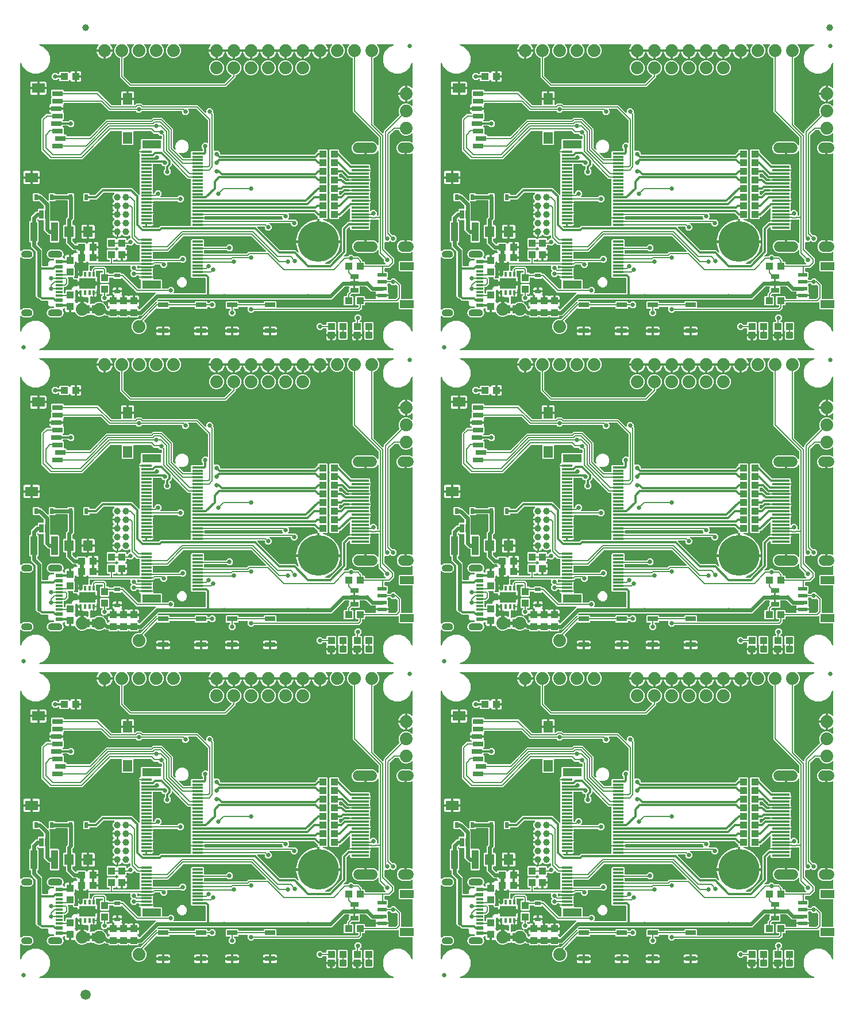
<source format=gtl>
G04 EAGLE Gerber RS-274X export*
G75*
%MOMM*%
%FSLAX34Y34*%
%LPD*%
%INTop Copper*%
%IPPOS*%
%AMOC8*
5,1,8,0,0,1.08239X$1,22.5*%
G01*
%ADD10R,1.000000X0.300000*%
%ADD11R,1.000000X0.600000*%
%ADD12C,0.755600*%
%ADD13R,1.000000X1.100000*%
%ADD14R,0.300000X0.650000*%
%ADD15R,2.350000X1.600000*%
%ADD16R,1.100000X1.000000*%
%ADD17C,0.635000*%
%ADD18R,2.000000X1.200000*%
%ADD19R,1.350000X0.600000*%
%ADD20R,1.270000X0.660400*%
%ADD21R,1.524000X0.762000*%
%ADD22R,0.635000X1.270000*%
%ADD23R,1.000000X2.800000*%
%ADD24R,1.400000X1.600000*%
%ADD25C,1.879600*%
%ADD26C,1.000000*%
%ADD27R,1.400000X1.800000*%
%ADD28R,1.900000X1.400000*%
%ADD29R,1.500000X0.800000*%
%ADD30C,6.000000*%
%ADD31R,0.830000X0.630000*%
%ADD32C,0.300000*%
%ADD33R,1.550000X0.300000*%
%ADD34R,2.750000X1.200000*%
%ADD35R,2.600000X0.300000*%
%ADD36C,1.500000*%
%ADD37R,0.630000X0.830000*%
%ADD38C,1.500000*%
%ADD39C,0.660400*%
%ADD40C,0.304800*%
%ADD41C,0.558800*%
%ADD42C,0.177800*%

G36*
X1172391Y465343D02*
X1172391Y465343D01*
X1172483Y465348D01*
X1172522Y465362D01*
X1172563Y465369D01*
X1172646Y465409D01*
X1172732Y465441D01*
X1172765Y465466D01*
X1172802Y465484D01*
X1172869Y465547D01*
X1172942Y465604D01*
X1172966Y465638D01*
X1172996Y465666D01*
X1173042Y465746D01*
X1173095Y465821D01*
X1173108Y465861D01*
X1173128Y465896D01*
X1173148Y465986D01*
X1173176Y466074D01*
X1173177Y466116D01*
X1173186Y466156D01*
X1173178Y466248D01*
X1173179Y466340D01*
X1173168Y466380D01*
X1173164Y466421D01*
X1173130Y466507D01*
X1173103Y466595D01*
X1173081Y466629D01*
X1173065Y466668D01*
X1173007Y466739D01*
X1172956Y466816D01*
X1172930Y466834D01*
X1172898Y466874D01*
X1172677Y467021D01*
X1172656Y467026D01*
X1172640Y467038D01*
X1166474Y469592D01*
X1160472Y475594D01*
X1157223Y483436D01*
X1157223Y491924D01*
X1160472Y499766D01*
X1166474Y505768D01*
X1174316Y509017D01*
X1182804Y509017D01*
X1190646Y505768D01*
X1196648Y499766D01*
X1199202Y493600D01*
X1199250Y493521D01*
X1199290Y493438D01*
X1199318Y493408D01*
X1199340Y493373D01*
X1199409Y493311D01*
X1199472Y493244D01*
X1199508Y493223D01*
X1199538Y493196D01*
X1199622Y493158D01*
X1199702Y493112D01*
X1199743Y493103D01*
X1199780Y493086D01*
X1199872Y493074D01*
X1199962Y493054D01*
X1200003Y493057D01*
X1200044Y493052D01*
X1200135Y493068D01*
X1200227Y493076D01*
X1200265Y493091D01*
X1200306Y493098D01*
X1200388Y493140D01*
X1200474Y493175D01*
X1200506Y493201D01*
X1200542Y493220D01*
X1200608Y493284D01*
X1200680Y493342D01*
X1200703Y493377D01*
X1200732Y493405D01*
X1200776Y493487D01*
X1200827Y493563D01*
X1200834Y493594D01*
X1200859Y493639D01*
X1200910Y493900D01*
X1200907Y493920D01*
X1200911Y493940D01*
X1200911Y524673D01*
X1200896Y524775D01*
X1200888Y524877D01*
X1200876Y524905D01*
X1200871Y524936D01*
X1200827Y525028D01*
X1200789Y525124D01*
X1200769Y525147D01*
X1200756Y525175D01*
X1200686Y525250D01*
X1200621Y525330D01*
X1200595Y525347D01*
X1200574Y525369D01*
X1200485Y525420D01*
X1200400Y525477D01*
X1200376Y525483D01*
X1200344Y525501D01*
X1200084Y525559D01*
X1200046Y525556D01*
X1200023Y525561D01*
X1181713Y525561D01*
X1180671Y526603D01*
X1180671Y535944D01*
X1180664Y535995D01*
X1180665Y536047D01*
X1180644Y536126D01*
X1180631Y536207D01*
X1180609Y536253D01*
X1180595Y536303D01*
X1180551Y536372D01*
X1180516Y536446D01*
X1180481Y536484D01*
X1180453Y536528D01*
X1180390Y536581D01*
X1180334Y536641D01*
X1180290Y536666D01*
X1180250Y536700D01*
X1180175Y536732D01*
X1180104Y536772D01*
X1180053Y536784D01*
X1180006Y536804D01*
X1179924Y536812D01*
X1179844Y536830D01*
X1179793Y536826D01*
X1179741Y536831D01*
X1179661Y536815D01*
X1179579Y536809D01*
X1179531Y536789D01*
X1179481Y536779D01*
X1179437Y536752D01*
X1179332Y536710D01*
X1179193Y536597D01*
X1179155Y536572D01*
X1178395Y535812D01*
X1131727Y535812D01*
X1131625Y535797D01*
X1131523Y535789D01*
X1131495Y535777D01*
X1131464Y535772D01*
X1131372Y535728D01*
X1131276Y535690D01*
X1131253Y535670D01*
X1131225Y535657D01*
X1131150Y535587D01*
X1131070Y535522D01*
X1131053Y535496D01*
X1131031Y535475D01*
X1130980Y535386D01*
X1130923Y535301D01*
X1130917Y535277D01*
X1130899Y535245D01*
X1130841Y534985D01*
X1130844Y534947D01*
X1130839Y534924D01*
X1130839Y532743D01*
X1129797Y531701D01*
X1127116Y531701D01*
X1127014Y531686D01*
X1126912Y531678D01*
X1126884Y531666D01*
X1126853Y531661D01*
X1126761Y531617D01*
X1126665Y531579D01*
X1126642Y531559D01*
X1126614Y531546D01*
X1126539Y531476D01*
X1126459Y531411D01*
X1126442Y531385D01*
X1126420Y531364D01*
X1126369Y531275D01*
X1126312Y531190D01*
X1126306Y531166D01*
X1126288Y531134D01*
X1126230Y530874D01*
X1126233Y530836D01*
X1126228Y530813D01*
X1126228Y526825D01*
X1122388Y522985D01*
X967418Y522985D01*
X967398Y522982D01*
X967377Y522984D01*
X967266Y522962D01*
X967156Y522945D01*
X967137Y522936D01*
X967116Y522932D01*
X967078Y522908D01*
X966916Y522830D01*
X966834Y522753D01*
X966790Y522725D01*
X964765Y520699D01*
X960555Y520699D01*
X957579Y523675D01*
X957579Y527884D01*
X957641Y527946D01*
X957671Y527987D01*
X957709Y528023D01*
X957750Y528094D01*
X957798Y528160D01*
X957815Y528209D01*
X957841Y528253D01*
X957859Y528333D01*
X957886Y528411D01*
X957888Y528463D01*
X957899Y528513D01*
X957892Y528595D01*
X957895Y528677D01*
X957881Y528726D01*
X957877Y528778D01*
X957847Y528854D01*
X957825Y528933D01*
X957797Y528977D01*
X957778Y529025D01*
X957726Y529088D01*
X957682Y529157D01*
X957643Y529191D01*
X957611Y529231D01*
X957542Y529276D01*
X957480Y529329D01*
X957432Y529350D01*
X957389Y529378D01*
X957339Y529390D01*
X957235Y529434D01*
X957057Y529452D01*
X957013Y529462D01*
X945007Y529462D01*
X944905Y529447D01*
X944803Y529439D01*
X944775Y529427D01*
X944744Y529422D01*
X944652Y529378D01*
X944556Y529340D01*
X944533Y529320D01*
X944505Y529307D01*
X944430Y529237D01*
X944350Y529172D01*
X944333Y529146D01*
X944311Y529125D01*
X944260Y529036D01*
X944203Y528951D01*
X944197Y528927D01*
X944179Y528895D01*
X944121Y528635D01*
X944124Y528597D01*
X944119Y528574D01*
X944119Y527583D01*
X943077Y526541D01*
X938276Y526541D01*
X938174Y526526D01*
X938072Y526518D01*
X938044Y526506D01*
X938013Y526501D01*
X937921Y526457D01*
X937825Y526419D01*
X937802Y526399D01*
X937774Y526386D01*
X937699Y526316D01*
X937619Y526251D01*
X937602Y526225D01*
X937580Y526204D01*
X937529Y526115D01*
X937472Y526030D01*
X937466Y526006D01*
X937448Y525974D01*
X937390Y525714D01*
X937393Y525676D01*
X937388Y525653D01*
X937388Y525585D01*
X937391Y525565D01*
X937389Y525544D01*
X937411Y525433D01*
X937428Y525323D01*
X937437Y525304D01*
X937441Y525283D01*
X937465Y525245D01*
X937543Y525083D01*
X937620Y525001D01*
X937648Y524957D01*
X939801Y522805D01*
X939801Y518595D01*
X936825Y515619D01*
X932615Y515619D01*
X929639Y518595D01*
X929639Y522805D01*
X931792Y524957D01*
X931805Y524974D01*
X931821Y524988D01*
X931883Y525081D01*
X931950Y525171D01*
X931957Y525191D01*
X931968Y525209D01*
X931978Y525253D01*
X932037Y525422D01*
X932041Y525535D01*
X932052Y525585D01*
X932052Y525653D01*
X932037Y525755D01*
X932029Y525857D01*
X932017Y525885D01*
X932012Y525916D01*
X931968Y526008D01*
X931930Y526104D01*
X931910Y526127D01*
X931897Y526155D01*
X931827Y526230D01*
X931762Y526310D01*
X931736Y526327D01*
X931715Y526349D01*
X931626Y526400D01*
X931541Y526457D01*
X931517Y526463D01*
X931485Y526481D01*
X931225Y526539D01*
X931187Y526536D01*
X931164Y526541D01*
X926363Y526541D01*
X925321Y527583D01*
X925321Y536677D01*
X926363Y537719D01*
X943077Y537719D01*
X944119Y536677D01*
X944119Y535686D01*
X944134Y535584D01*
X944142Y535482D01*
X944154Y535454D01*
X944159Y535423D01*
X944203Y535331D01*
X944241Y535235D01*
X944261Y535212D01*
X944274Y535184D01*
X944344Y535109D01*
X944409Y535029D01*
X944435Y535012D01*
X944456Y534990D01*
X944545Y534939D01*
X944630Y534882D01*
X944654Y534876D01*
X944686Y534858D01*
X944946Y534800D01*
X944984Y534803D01*
X945007Y534798D01*
X980313Y534798D01*
X980415Y534813D01*
X980517Y534821D01*
X980545Y534833D01*
X980576Y534838D01*
X980668Y534882D01*
X980764Y534920D01*
X980787Y534940D01*
X980815Y534953D01*
X980890Y535023D01*
X980970Y535088D01*
X980987Y535114D01*
X981009Y535135D01*
X981060Y535224D01*
X981117Y535309D01*
X981123Y535333D01*
X981141Y535365D01*
X981199Y535625D01*
X981196Y535663D01*
X981201Y535686D01*
X981201Y536677D01*
X982243Y537719D01*
X998957Y537719D01*
X999999Y536677D01*
X999999Y529209D01*
X1000014Y529107D01*
X1000022Y529005D01*
X1000034Y528977D01*
X1000039Y528946D01*
X1000083Y528854D01*
X1000121Y528758D01*
X1000141Y528735D01*
X1000154Y528707D01*
X1000224Y528632D01*
X1000289Y528552D01*
X1000315Y528535D01*
X1000336Y528513D01*
X1000425Y528462D01*
X1000510Y528405D01*
X1000534Y528399D01*
X1000566Y528381D01*
X1000826Y528323D01*
X1000864Y528326D01*
X1000887Y528321D01*
X1119810Y528321D01*
X1119831Y528324D01*
X1119852Y528322D01*
X1119962Y528344D01*
X1120073Y528361D01*
X1120092Y528370D01*
X1120112Y528374D01*
X1120151Y528398D01*
X1120312Y528476D01*
X1120395Y528553D01*
X1120438Y528581D01*
X1120632Y528775D01*
X1120645Y528792D01*
X1120661Y528805D01*
X1120723Y528899D01*
X1120790Y528989D01*
X1120797Y529009D01*
X1120808Y529026D01*
X1120818Y529071D01*
X1120877Y529240D01*
X1120881Y529353D01*
X1120892Y529403D01*
X1120892Y530813D01*
X1120877Y530915D01*
X1120869Y531017D01*
X1120857Y531045D01*
X1120852Y531076D01*
X1120808Y531168D01*
X1120770Y531264D01*
X1120750Y531287D01*
X1120737Y531315D01*
X1120667Y531390D01*
X1120602Y531470D01*
X1120576Y531487D01*
X1120555Y531509D01*
X1120466Y531560D01*
X1120381Y531617D01*
X1120357Y531623D01*
X1120325Y531641D01*
X1120065Y531699D01*
X1120027Y531696D01*
X1120004Y531701D01*
X1117323Y531701D01*
X1116281Y532743D01*
X1116281Y544217D01*
X1117323Y545259D01*
X1129797Y545259D01*
X1130839Y544217D01*
X1130839Y542036D01*
X1130854Y541934D01*
X1130862Y541832D01*
X1130874Y541804D01*
X1130879Y541773D01*
X1130923Y541681D01*
X1130961Y541585D01*
X1130981Y541562D01*
X1130994Y541534D01*
X1131064Y541459D01*
X1131129Y541379D01*
X1131155Y541362D01*
X1131176Y541340D01*
X1131265Y541289D01*
X1131350Y541232D01*
X1131374Y541226D01*
X1131406Y541208D01*
X1131666Y541150D01*
X1131704Y541153D01*
X1131727Y541148D01*
X1145749Y541148D01*
X1145834Y541161D01*
X1145920Y541164D01*
X1145965Y541180D01*
X1146012Y541188D01*
X1146089Y541225D01*
X1146170Y541254D01*
X1146208Y541282D01*
X1146252Y541303D01*
X1146314Y541362D01*
X1146383Y541413D01*
X1146411Y541452D01*
X1146446Y541485D01*
X1146488Y541559D01*
X1146539Y541628D01*
X1146554Y541674D01*
X1146578Y541715D01*
X1146596Y541799D01*
X1146624Y541880D01*
X1146622Y541916D01*
X1146636Y541975D01*
X1146614Y542240D01*
X1146608Y542255D01*
X1146607Y542266D01*
X1146409Y543005D01*
X1146409Y544841D01*
X1155089Y544841D01*
X1155190Y544856D01*
X1155293Y544864D01*
X1155321Y544876D01*
X1155352Y544880D01*
X1155444Y544925D01*
X1155539Y544963D01*
X1155563Y544983D01*
X1155591Y544996D01*
X1155666Y545066D01*
X1155697Y545092D01*
X1155713Y545072D01*
X1155739Y545055D01*
X1155760Y545033D01*
X1155849Y544982D01*
X1155934Y544925D01*
X1155958Y544919D01*
X1155991Y544901D01*
X1156250Y544843D01*
X1156288Y544846D01*
X1156311Y544841D01*
X1164991Y544841D01*
X1164991Y543005D01*
X1164793Y542266D01*
X1164783Y542181D01*
X1164764Y542097D01*
X1164768Y542049D01*
X1164763Y542002D01*
X1164779Y541917D01*
X1164786Y541832D01*
X1164804Y541788D01*
X1164813Y541741D01*
X1164853Y541665D01*
X1164885Y541585D01*
X1164915Y541548D01*
X1164938Y541506D01*
X1164999Y541446D01*
X1165053Y541379D01*
X1165092Y541353D01*
X1165126Y541319D01*
X1165202Y541279D01*
X1165274Y541232D01*
X1165308Y541224D01*
X1165362Y541196D01*
X1165624Y541148D01*
X1165640Y541150D01*
X1165651Y541148D01*
X1175817Y541148D01*
X1175838Y541151D01*
X1175859Y541149D01*
X1175969Y541171D01*
X1176080Y541188D01*
X1176099Y541197D01*
X1176119Y541201D01*
X1176158Y541225D01*
X1176319Y541303D01*
X1176402Y541380D01*
X1176445Y541408D01*
X1178172Y543135D01*
X1178185Y543152D01*
X1178201Y543165D01*
X1178263Y543259D01*
X1178330Y543349D01*
X1178337Y543369D01*
X1178348Y543386D01*
X1178358Y543431D01*
X1178417Y543600D01*
X1178421Y543713D01*
X1178432Y543763D01*
X1178432Y559867D01*
X1178429Y559888D01*
X1178431Y559909D01*
X1178409Y560019D01*
X1178392Y560130D01*
X1178383Y560149D01*
X1178379Y560169D01*
X1178355Y560208D01*
X1178277Y560369D01*
X1178200Y560452D01*
X1178172Y560495D01*
X1176449Y562218D01*
X1176367Y562279D01*
X1176288Y562345D01*
X1176260Y562357D01*
X1176235Y562376D01*
X1176138Y562409D01*
X1176044Y562450D01*
X1176013Y562453D01*
X1175984Y562463D01*
X1175882Y562467D01*
X1175780Y562477D01*
X1175749Y562471D01*
X1175719Y562472D01*
X1175620Y562445D01*
X1175519Y562425D01*
X1175499Y562412D01*
X1175462Y562402D01*
X1175238Y562260D01*
X1175213Y562231D01*
X1175193Y562218D01*
X1174315Y561339D01*
X1170105Y561339D01*
X1168033Y563412D01*
X1168016Y563425D01*
X1168002Y563441D01*
X1167909Y563503D01*
X1167819Y563570D01*
X1167799Y563577D01*
X1167781Y563588D01*
X1167737Y563598D01*
X1167568Y563657D01*
X1167455Y563661D01*
X1167405Y563672D01*
X1165117Y563672D01*
X1165015Y563657D01*
X1164913Y563649D01*
X1164885Y563637D01*
X1164854Y563632D01*
X1164762Y563588D01*
X1164666Y563550D01*
X1164643Y563530D01*
X1164615Y563517D01*
X1164540Y563447D01*
X1164460Y563382D01*
X1164443Y563356D01*
X1164421Y563335D01*
X1164370Y563246D01*
X1164313Y563161D01*
X1164307Y563137D01*
X1164289Y563105D01*
X1164231Y562845D01*
X1164234Y562807D01*
X1164229Y562784D01*
X1164229Y562603D01*
X1163594Y561968D01*
X1163533Y561885D01*
X1163466Y561807D01*
X1163454Y561779D01*
X1163436Y561754D01*
X1163402Y561657D01*
X1163362Y561563D01*
X1163359Y561532D01*
X1163349Y561503D01*
X1163345Y561400D01*
X1163334Y561298D01*
X1163340Y561268D01*
X1163339Y561237D01*
X1163366Y561138D01*
X1163386Y561038D01*
X1163399Y561017D01*
X1163409Y560981D01*
X1163552Y560757D01*
X1163581Y560732D01*
X1163594Y560712D01*
X1164229Y560077D01*
X1164229Y552603D01*
X1164132Y552507D01*
X1164071Y552424D01*
X1164005Y552346D01*
X1163993Y552318D01*
X1163975Y552293D01*
X1163941Y552196D01*
X1163901Y552102D01*
X1163897Y552071D01*
X1163887Y552042D01*
X1163884Y551939D01*
X1163873Y551837D01*
X1163879Y551807D01*
X1163878Y551776D01*
X1163905Y551677D01*
X1163925Y551576D01*
X1163938Y551556D01*
X1163948Y551520D01*
X1164091Y551295D01*
X1164120Y551271D01*
X1164132Y551251D01*
X1164483Y550900D01*
X1164818Y550321D01*
X1164991Y549675D01*
X1164991Y547839D01*
X1156311Y547839D01*
X1156210Y547824D01*
X1156107Y547816D01*
X1156079Y547804D01*
X1156048Y547799D01*
X1155956Y547755D01*
X1155861Y547717D01*
X1155837Y547697D01*
X1155809Y547684D01*
X1155734Y547614D01*
X1155703Y547588D01*
X1155687Y547608D01*
X1155661Y547625D01*
X1155640Y547647D01*
X1155551Y547698D01*
X1155466Y547755D01*
X1155442Y547761D01*
X1155409Y547779D01*
X1155150Y547837D01*
X1155112Y547834D01*
X1155089Y547839D01*
X1146409Y547839D01*
X1146409Y549675D01*
X1146582Y550321D01*
X1146602Y550355D01*
X1146627Y550419D01*
X1146661Y550478D01*
X1146675Y550542D01*
X1146699Y550602D01*
X1146704Y550671D01*
X1146719Y550738D01*
X1146714Y550803D01*
X1146719Y550867D01*
X1146703Y550934D01*
X1146697Y551003D01*
X1146673Y551063D01*
X1146659Y551126D01*
X1146624Y551186D01*
X1146598Y551250D01*
X1146558Y551300D01*
X1146525Y551356D01*
X1146474Y551402D01*
X1146431Y551456D01*
X1146377Y551492D01*
X1146329Y551536D01*
X1146267Y551565D01*
X1146210Y551603D01*
X1146166Y551613D01*
X1146089Y551650D01*
X1145846Y551684D01*
X1145833Y551687D01*
X1139836Y551687D01*
X1132984Y558539D01*
X1132967Y558552D01*
X1132954Y558568D01*
X1132860Y558630D01*
X1132770Y558697D01*
X1132750Y558704D01*
X1132733Y558715D01*
X1132688Y558725D01*
X1132519Y558784D01*
X1132406Y558788D01*
X1132356Y558799D01*
X1132005Y558799D01*
X1131758Y559047D01*
X1131741Y559060D01*
X1131727Y559076D01*
X1131634Y559138D01*
X1131544Y559205D01*
X1131524Y559212D01*
X1131506Y559223D01*
X1131462Y559233D01*
X1131293Y559292D01*
X1131180Y559296D01*
X1131130Y559307D01*
X1123531Y559307D01*
X1123480Y559300D01*
X1123428Y559301D01*
X1123349Y559280D01*
X1123268Y559267D01*
X1123221Y559245D01*
X1123172Y559231D01*
X1123102Y559187D01*
X1123029Y559152D01*
X1122991Y559116D01*
X1122947Y559089D01*
X1122894Y559026D01*
X1122834Y558970D01*
X1122809Y558925D01*
X1122775Y558886D01*
X1122743Y558811D01*
X1122702Y558740D01*
X1122691Y558689D01*
X1122671Y558642D01*
X1122662Y558560D01*
X1122644Y558480D01*
X1122649Y558429D01*
X1122643Y558377D01*
X1122659Y558297D01*
X1122666Y558215D01*
X1122685Y558167D01*
X1122695Y558117D01*
X1122723Y558073D01*
X1122765Y557968D01*
X1122878Y557829D01*
X1122903Y557791D01*
X1123189Y557505D01*
X1123189Y549427D01*
X1122147Y548385D01*
X1111326Y548385D01*
X1111305Y548382D01*
X1111284Y548384D01*
X1111174Y548362D01*
X1111063Y548345D01*
X1111044Y548336D01*
X1111024Y548332D01*
X1110985Y548308D01*
X1110824Y548230D01*
X1110741Y548153D01*
X1110698Y548125D01*
X1109488Y546915D01*
X1109475Y546898D01*
X1109459Y546885D01*
X1109397Y546791D01*
X1109330Y546701D01*
X1109323Y546681D01*
X1109312Y546664D01*
X1109302Y546619D01*
X1109243Y546450D01*
X1109239Y546337D01*
X1109228Y546287D01*
X1109228Y546147D01*
X1109243Y546045D01*
X1109251Y545943D01*
X1109263Y545915D01*
X1109268Y545884D01*
X1109312Y545792D01*
X1109350Y545696D01*
X1109370Y545673D01*
X1109383Y545645D01*
X1109453Y545570D01*
X1109518Y545490D01*
X1109544Y545473D01*
X1109565Y545451D01*
X1109654Y545400D01*
X1109739Y545343D01*
X1109763Y545337D01*
X1109795Y545319D01*
X1110055Y545261D01*
X1110093Y545264D01*
X1110116Y545259D01*
X1112797Y545259D01*
X1113839Y544217D01*
X1113839Y532743D01*
X1112797Y531701D01*
X1100323Y531701D01*
X1099281Y532743D01*
X1099281Y544217D01*
X1100323Y545259D01*
X1103004Y545259D01*
X1103106Y545274D01*
X1103208Y545282D01*
X1103236Y545294D01*
X1103267Y545299D01*
X1103359Y545343D01*
X1103455Y545381D01*
X1103478Y545401D01*
X1103506Y545414D01*
X1103581Y545484D01*
X1103661Y545549D01*
X1103678Y545575D01*
X1103700Y545596D01*
X1103751Y545685D01*
X1103808Y545770D01*
X1103814Y545794D01*
X1103832Y545826D01*
X1103890Y546086D01*
X1103889Y546095D01*
X1103890Y546098D01*
X1103888Y546127D01*
X1103892Y546147D01*
X1103892Y548865D01*
X1106671Y551644D01*
X1106684Y551661D01*
X1106700Y551674D01*
X1106762Y551768D01*
X1106829Y551858D01*
X1106836Y551878D01*
X1106847Y551895D01*
X1106857Y551940D01*
X1106916Y552109D01*
X1106920Y552222D01*
X1106931Y552272D01*
X1106931Y557505D01*
X1107217Y557791D01*
X1107248Y557832D01*
X1107286Y557868D01*
X1107327Y557939D01*
X1107375Y558005D01*
X1107392Y558054D01*
X1107418Y558098D01*
X1107436Y558178D01*
X1107463Y558256D01*
X1107464Y558308D01*
X1107476Y558358D01*
X1107469Y558440D01*
X1107472Y558522D01*
X1107458Y558571D01*
X1107454Y558623D01*
X1107423Y558699D01*
X1107402Y558778D01*
X1107374Y558822D01*
X1107355Y558870D01*
X1107303Y558933D01*
X1107259Y559002D01*
X1107220Y559036D01*
X1107187Y559076D01*
X1107119Y559121D01*
X1107057Y559174D01*
X1107009Y559195D01*
X1106966Y559223D01*
X1106916Y559235D01*
X1106812Y559279D01*
X1106634Y559297D01*
X1106589Y559307D01*
X1100812Y559307D01*
X1100791Y559304D01*
X1100770Y559306D01*
X1100660Y559284D01*
X1100549Y559267D01*
X1100530Y559258D01*
X1100510Y559254D01*
X1100471Y559230D01*
X1100310Y559152D01*
X1100227Y559075D01*
X1100184Y559047D01*
X1081394Y540257D01*
X1049460Y540257D01*
X1049440Y540254D01*
X1049419Y540256D01*
X1049308Y540234D01*
X1049198Y540217D01*
X1049179Y540208D01*
X1049158Y540204D01*
X1049120Y540180D01*
X1048958Y540102D01*
X1048876Y540025D01*
X1048832Y539997D01*
X1048585Y539749D01*
X1044375Y539749D01*
X1044128Y539997D01*
X1044111Y540010D01*
X1044097Y540026D01*
X1044004Y540088D01*
X1043914Y540155D01*
X1043894Y540162D01*
X1043876Y540173D01*
X1043832Y540183D01*
X1043663Y540242D01*
X1043550Y540246D01*
X1043500Y540257D01*
X926270Y540257D01*
X926250Y540254D01*
X926229Y540256D01*
X926118Y540234D01*
X926008Y540217D01*
X925989Y540208D01*
X925968Y540204D01*
X925930Y540180D01*
X925768Y540102D01*
X925686Y540025D01*
X925642Y539997D01*
X925395Y539749D01*
X921185Y539749D01*
X920938Y539997D01*
X920921Y540010D01*
X920907Y540026D01*
X920814Y540088D01*
X920724Y540155D01*
X920704Y540162D01*
X920686Y540173D01*
X920642Y540183D01*
X920473Y540242D01*
X920360Y540246D01*
X920310Y540257D01*
X826376Y540257D01*
X826355Y540254D01*
X826335Y540256D01*
X826224Y540234D01*
X826113Y540217D01*
X826095Y540208D01*
X826074Y540204D01*
X826035Y540180D01*
X825874Y540102D01*
X825792Y540025D01*
X825748Y539997D01*
X824986Y539235D01*
X824956Y539194D01*
X824918Y539158D01*
X824877Y539087D01*
X824828Y539021D01*
X824811Y538972D01*
X824786Y538928D01*
X824768Y538848D01*
X824741Y538770D01*
X824739Y538718D01*
X824728Y538668D01*
X824735Y538586D01*
X824732Y538504D01*
X824745Y538455D01*
X824750Y538403D01*
X824780Y538327D01*
X824802Y538248D01*
X824829Y538204D01*
X824849Y538156D01*
X824900Y538093D01*
X824944Y538024D01*
X824984Y537990D01*
X825016Y537950D01*
X825085Y537905D01*
X825147Y537852D01*
X825194Y537831D01*
X825237Y537803D01*
X825288Y537791D01*
X825391Y537747D01*
X825570Y537729D01*
X825614Y537719D01*
X841477Y537719D01*
X842519Y536677D01*
X842519Y535686D01*
X842534Y535584D01*
X842542Y535482D01*
X842554Y535454D01*
X842559Y535423D01*
X842603Y535331D01*
X842641Y535235D01*
X842661Y535212D01*
X842674Y535184D01*
X842744Y535109D01*
X842809Y535029D01*
X842835Y535012D01*
X842856Y534990D01*
X842945Y534939D01*
X843030Y534882D01*
X843054Y534876D01*
X843086Y534858D01*
X843346Y534800D01*
X843384Y534803D01*
X843407Y534798D01*
X878713Y534798D01*
X878815Y534813D01*
X878917Y534821D01*
X878945Y534833D01*
X878976Y534838D01*
X879068Y534882D01*
X879164Y534920D01*
X879187Y534940D01*
X879215Y534953D01*
X879290Y535023D01*
X879370Y535088D01*
X879387Y535114D01*
X879409Y535135D01*
X879460Y535224D01*
X879517Y535309D01*
X879523Y535333D01*
X879541Y535365D01*
X879599Y535625D01*
X879596Y535663D01*
X879601Y535686D01*
X879601Y536677D01*
X880643Y537719D01*
X897357Y537719D01*
X898399Y536677D01*
X898399Y535686D01*
X898414Y535584D01*
X898422Y535482D01*
X898434Y535454D01*
X898439Y535423D01*
X898483Y535331D01*
X898521Y535235D01*
X898541Y535212D01*
X898554Y535184D01*
X898624Y535109D01*
X898689Y535029D01*
X898715Y535012D01*
X898736Y534990D01*
X898825Y534939D01*
X898910Y534882D01*
X898934Y534876D01*
X898966Y534858D01*
X899226Y534800D01*
X899264Y534803D01*
X899287Y534798D01*
X900625Y534798D01*
X900645Y534801D01*
X900666Y534799D01*
X900777Y534821D01*
X900887Y534838D01*
X900906Y534847D01*
X900927Y534851D01*
X900965Y534875D01*
X901127Y534953D01*
X901209Y535030D01*
X901253Y535058D01*
X903405Y537211D01*
X907615Y537211D01*
X910591Y534235D01*
X910591Y530025D01*
X907615Y527049D01*
X903405Y527049D01*
X901253Y529202D01*
X901236Y529215D01*
X901222Y529231D01*
X901129Y529293D01*
X901039Y529360D01*
X901019Y529367D01*
X901001Y529378D01*
X900957Y529388D01*
X900788Y529447D01*
X900675Y529451D01*
X900625Y529462D01*
X899287Y529462D01*
X899185Y529447D01*
X899083Y529439D01*
X899055Y529427D01*
X899024Y529422D01*
X898932Y529378D01*
X898836Y529340D01*
X898813Y529320D01*
X898785Y529307D01*
X898710Y529237D01*
X898630Y529172D01*
X898613Y529146D01*
X898591Y529125D01*
X898540Y529036D01*
X898483Y528951D01*
X898477Y528927D01*
X898459Y528895D01*
X898401Y528635D01*
X898404Y528597D01*
X898399Y528574D01*
X898399Y527583D01*
X897357Y526541D01*
X880643Y526541D01*
X879601Y527583D01*
X879601Y528574D01*
X879586Y528676D01*
X879578Y528778D01*
X879566Y528806D01*
X879561Y528837D01*
X879517Y528929D01*
X879479Y529025D01*
X879459Y529048D01*
X879446Y529076D01*
X879376Y529151D01*
X879311Y529231D01*
X879285Y529248D01*
X879264Y529270D01*
X879175Y529321D01*
X879090Y529378D01*
X879066Y529384D01*
X879034Y529402D01*
X878774Y529460D01*
X878736Y529457D01*
X878713Y529462D01*
X843407Y529462D01*
X843305Y529447D01*
X843203Y529439D01*
X843175Y529427D01*
X843144Y529422D01*
X843052Y529378D01*
X842956Y529340D01*
X842933Y529320D01*
X842905Y529307D01*
X842830Y529237D01*
X842750Y529172D01*
X842733Y529146D01*
X842711Y529125D01*
X842660Y529036D01*
X842603Y528951D01*
X842597Y528927D01*
X842579Y528895D01*
X842521Y528635D01*
X842524Y528597D01*
X842519Y528574D01*
X842519Y527583D01*
X841477Y526541D01*
X824763Y526541D01*
X824217Y527088D01*
X824134Y527149D01*
X824056Y527215D01*
X824028Y527227D01*
X824003Y527246D01*
X823906Y527279D01*
X823811Y527320D01*
X823781Y527323D01*
X823752Y527333D01*
X823649Y527336D01*
X823547Y527347D01*
X823517Y527341D01*
X823486Y527342D01*
X823387Y527315D01*
X823286Y527295D01*
X823266Y527282D01*
X823230Y527272D01*
X823005Y527130D01*
X822981Y527101D01*
X822961Y527088D01*
X805438Y509565D01*
X805377Y509482D01*
X805310Y509404D01*
X805298Y509376D01*
X805280Y509351D01*
X805246Y509254D01*
X805206Y509159D01*
X805203Y509129D01*
X805193Y509100D01*
X805189Y508997D01*
X805178Y508895D01*
X805184Y508865D01*
X805183Y508834D01*
X805210Y508735D01*
X805230Y508634D01*
X805243Y508614D01*
X805253Y508578D01*
X805396Y508353D01*
X805425Y508329D01*
X805438Y508309D01*
X807035Y506711D01*
X808737Y502603D01*
X808737Y498157D01*
X807035Y494049D01*
X803891Y490905D01*
X799783Y489203D01*
X795337Y489203D01*
X791229Y490905D01*
X788085Y494049D01*
X786383Y498157D01*
X786383Y502603D01*
X788085Y506711D01*
X791229Y509855D01*
X795337Y511557D01*
X799516Y511557D01*
X799537Y511560D01*
X799558Y511558D01*
X799668Y511580D01*
X799779Y511597D01*
X799798Y511606D01*
X799818Y511610D01*
X799857Y511634D01*
X800018Y511712D01*
X800101Y511789D01*
X800144Y511817D01*
X823224Y534896D01*
X823284Y534920D01*
X823307Y534940D01*
X823335Y534953D01*
X823410Y535023D01*
X823490Y535088D01*
X823507Y535114D01*
X823529Y535135D01*
X823580Y535224D01*
X823637Y535309D01*
X823643Y535333D01*
X823661Y535365D01*
X823719Y535625D01*
X823716Y535663D01*
X823721Y535686D01*
X823721Y535826D01*
X823714Y535877D01*
X823715Y535928D01*
X823694Y536008D01*
X823681Y536089D01*
X823659Y536135D01*
X823645Y536185D01*
X823601Y536254D01*
X823566Y536328D01*
X823531Y536366D01*
X823503Y536409D01*
X823440Y536462D01*
X823384Y536522D01*
X823340Y536548D01*
X823300Y536581D01*
X823225Y536614D01*
X823154Y536654D01*
X823103Y536665D01*
X823056Y536686D01*
X822974Y536694D01*
X822894Y536712D01*
X822843Y536708D01*
X822791Y536713D01*
X822711Y536697D01*
X822629Y536690D01*
X822581Y536671D01*
X822531Y536661D01*
X822487Y536633D01*
X822382Y536591D01*
X822243Y536478D01*
X822205Y536454D01*
X802268Y516517D01*
X797607Y516517D01*
X797505Y516502D01*
X797403Y516494D01*
X797375Y516482D01*
X797344Y516477D01*
X797252Y516433D01*
X797156Y516395D01*
X797133Y516375D01*
X797105Y516362D01*
X797030Y516292D01*
X796950Y516227D01*
X796933Y516201D01*
X796911Y516180D01*
X796860Y516091D01*
X796803Y516006D01*
X796797Y515982D01*
X796779Y515950D01*
X796721Y515690D01*
X796724Y515652D01*
X796719Y515629D01*
X796719Y514853D01*
X795677Y513811D01*
X784203Y513811D01*
X782948Y515066D01*
X782865Y515127D01*
X782787Y515194D01*
X782759Y515206D01*
X782734Y515224D01*
X782637Y515258D01*
X782543Y515298D01*
X782512Y515301D01*
X782483Y515311D01*
X782381Y515315D01*
X782278Y515326D01*
X782248Y515320D01*
X782217Y515321D01*
X782118Y515294D01*
X782018Y515274D01*
X781998Y515261D01*
X781961Y515251D01*
X781737Y515108D01*
X781712Y515079D01*
X781692Y515066D01*
X780437Y513811D01*
X768963Y513811D01*
X767708Y515066D01*
X767625Y515127D01*
X767547Y515194D01*
X767519Y515206D01*
X767494Y515224D01*
X767397Y515258D01*
X767303Y515298D01*
X767272Y515301D01*
X767243Y515311D01*
X767140Y515315D01*
X767038Y515326D01*
X767008Y515320D01*
X766977Y515321D01*
X766878Y515294D01*
X766778Y515274D01*
X766757Y515261D01*
X766721Y515251D01*
X766497Y515108D01*
X766472Y515079D01*
X766452Y515066D01*
X765197Y513811D01*
X753723Y513811D01*
X752681Y514853D01*
X752681Y515629D01*
X752666Y515731D01*
X752658Y515833D01*
X752646Y515861D01*
X752641Y515892D01*
X752597Y515984D01*
X752559Y516080D01*
X752539Y516103D01*
X752526Y516131D01*
X752456Y516206D01*
X752391Y516286D01*
X752365Y516303D01*
X752344Y516325D01*
X752255Y516376D01*
X752170Y516433D01*
X752146Y516439D01*
X752114Y516457D01*
X751854Y516515D01*
X751816Y516512D01*
X751793Y516517D01*
X748286Y516517D01*
X747613Y517190D01*
X747530Y517251D01*
X747452Y517318D01*
X747424Y517330D01*
X747399Y517348D01*
X747302Y517382D01*
X747207Y517422D01*
X747177Y517425D01*
X747148Y517435D01*
X747045Y517439D01*
X746943Y517450D01*
X746913Y517444D01*
X746882Y517445D01*
X746783Y517418D01*
X746682Y517398D01*
X746662Y517385D01*
X746626Y517375D01*
X746401Y517232D01*
X746377Y517203D01*
X746357Y517190D01*
X745471Y516305D01*
X741363Y514603D01*
X736917Y514603D01*
X732809Y516305D01*
X731723Y517391D01*
X731706Y517404D01*
X731692Y517420D01*
X731599Y517482D01*
X731509Y517549D01*
X731489Y517556D01*
X731471Y517567D01*
X731427Y517577D01*
X731258Y517636D01*
X731145Y517640D01*
X731095Y517651D01*
X727608Y517651D01*
X727068Y518191D01*
X726985Y518252D01*
X726907Y518319D01*
X726879Y518331D01*
X726854Y518349D01*
X726757Y518383D01*
X726663Y518423D01*
X726632Y518426D01*
X726603Y518436D01*
X726500Y518440D01*
X726398Y518451D01*
X726368Y518445D01*
X726337Y518446D01*
X726238Y518419D01*
X726138Y518399D01*
X726117Y518386D01*
X726081Y518376D01*
X725857Y518233D01*
X725832Y518204D01*
X725812Y518191D01*
X725272Y517651D01*
X721785Y517651D01*
X721765Y517648D01*
X721744Y517650D01*
X721633Y517628D01*
X721523Y517611D01*
X721504Y517602D01*
X721483Y517598D01*
X721445Y517574D01*
X721283Y517496D01*
X721201Y517419D01*
X721157Y517391D01*
X720071Y516305D01*
X715963Y514603D01*
X711517Y514603D01*
X707409Y516305D01*
X704265Y519449D01*
X703764Y520659D01*
X703732Y520712D01*
X703709Y520770D01*
X703663Y520825D01*
X703626Y520887D01*
X703580Y520928D01*
X703541Y520976D01*
X703481Y521016D01*
X703428Y521063D01*
X703371Y521089D01*
X703320Y521123D01*
X703273Y521134D01*
X703186Y521173D01*
X702974Y521200D01*
X702943Y521207D01*
X701686Y521207D01*
X701214Y521679D01*
X701197Y521692D01*
X701184Y521708D01*
X701090Y521770D01*
X701000Y521837D01*
X700980Y521844D01*
X700963Y521855D01*
X700918Y521865D01*
X700749Y521924D01*
X700636Y521928D01*
X700586Y521939D01*
X697737Y521939D01*
X697737Y529091D01*
X697722Y529192D01*
X697713Y529295D01*
X697702Y529323D01*
X697697Y529354D01*
X697653Y529446D01*
X697614Y529541D01*
X697595Y529565D01*
X697582Y529593D01*
X697512Y529668D01*
X697447Y529748D01*
X697421Y529765D01*
X697400Y529787D01*
X697311Y529838D01*
X697226Y529895D01*
X697202Y529900D01*
X697169Y529919D01*
X696910Y529977D01*
X696872Y529974D01*
X696849Y529979D01*
X695071Y529979D01*
X694970Y529964D01*
X694867Y529955D01*
X694839Y529944D01*
X694808Y529939D01*
X694716Y529895D01*
X694621Y529856D01*
X694597Y529837D01*
X694569Y529824D01*
X694494Y529754D01*
X694414Y529689D01*
X694397Y529663D01*
X694375Y529642D01*
X694324Y529553D01*
X694267Y529468D01*
X694261Y529444D01*
X694243Y529411D01*
X694185Y529152D01*
X694188Y529114D01*
X694183Y529091D01*
X694183Y521939D01*
X690625Y521939D01*
X689979Y522112D01*
X689400Y522447D01*
X688927Y522920D01*
X688592Y523499D01*
X688419Y524145D01*
X688419Y526452D01*
X688412Y526503D01*
X688413Y526554D01*
X688392Y526634D01*
X688379Y526715D01*
X688357Y526761D01*
X688343Y526811D01*
X688299Y526880D01*
X688264Y526954D01*
X688228Y526992D01*
X688201Y527035D01*
X688138Y527088D01*
X688082Y527148D01*
X688037Y527174D01*
X687998Y527207D01*
X687923Y527239D01*
X687852Y527280D01*
X687801Y527291D01*
X687754Y527312D01*
X687672Y527320D01*
X687592Y527338D01*
X687541Y527334D01*
X687489Y527339D01*
X687409Y527323D01*
X687327Y527316D01*
X687279Y527297D01*
X687229Y527287D01*
X687185Y527259D01*
X687080Y527217D01*
X686941Y527104D01*
X686903Y527080D01*
X686420Y526597D01*
X685841Y526262D01*
X685607Y526200D01*
X685544Y526172D01*
X685478Y526154D01*
X685423Y526119D01*
X685364Y526093D01*
X685312Y526048D01*
X685254Y526012D01*
X685212Y525962D01*
X685162Y525920D01*
X685126Y525861D01*
X685082Y525809D01*
X685056Y525749D01*
X685022Y525694D01*
X685004Y525628D01*
X684977Y525565D01*
X684971Y525500D01*
X684954Y525437D01*
X684957Y525369D01*
X684950Y525300D01*
X684963Y525237D01*
X684965Y525172D01*
X684988Y525107D01*
X685002Y525040D01*
X685026Y525001D01*
X685055Y524921D01*
X685202Y524726D01*
X685209Y524714D01*
X685442Y524481D01*
X685462Y524448D01*
X685503Y524361D01*
X685529Y524334D01*
X685548Y524302D01*
X685552Y524299D01*
X685740Y523762D01*
X685809Y523632D01*
X685826Y523583D01*
X686137Y523088D01*
X686149Y523052D01*
X686170Y522958D01*
X686189Y522926D01*
X686200Y522890D01*
X686204Y522886D01*
X686268Y522321D01*
X686306Y522180D01*
X686312Y522128D01*
X686505Y521576D01*
X686508Y521538D01*
X686508Y521442D01*
X686519Y521406D01*
X686523Y521369D01*
X686525Y521364D01*
X686462Y520799D01*
X686467Y520653D01*
X686462Y520601D01*
X686527Y520020D01*
X686522Y519982D01*
X686500Y519888D01*
X686503Y519851D01*
X686498Y519814D01*
X686499Y519809D01*
X686312Y519272D01*
X686285Y519128D01*
X686268Y519079D01*
X686202Y518497D01*
X686189Y518462D01*
X686147Y518375D01*
X686142Y518338D01*
X686128Y518303D01*
X686128Y518298D01*
X685826Y517817D01*
X685767Y517682D01*
X685740Y517638D01*
X685547Y517086D01*
X685526Y517054D01*
X685466Y516979D01*
X685452Y516944D01*
X685432Y516913D01*
X685431Y516908D01*
X685029Y516506D01*
X684941Y516388D01*
X684905Y516350D01*
X684594Y515855D01*
X684566Y515829D01*
X684491Y515769D01*
X684470Y515738D01*
X684443Y515713D01*
X684441Y515708D01*
X683960Y515405D01*
X683848Y515309D01*
X683804Y515281D01*
X683391Y514868D01*
X683358Y514848D01*
X683271Y514807D01*
X683244Y514781D01*
X683212Y514762D01*
X683209Y514758D01*
X682672Y514570D01*
X682542Y514501D01*
X682493Y514484D01*
X681998Y514173D01*
X681962Y514161D01*
X681868Y514140D01*
X681836Y514121D01*
X681801Y514110D01*
X681796Y514106D01*
X681231Y514042D01*
X681090Y514004D01*
X681038Y513998D01*
X680575Y513836D01*
X680494Y513861D01*
X680407Y513861D01*
X680363Y513871D01*
X679763Y513871D01*
X679700Y513862D01*
X679663Y513866D01*
X679014Y513792D01*
X678983Y513810D01*
X678724Y513869D01*
X678684Y513866D01*
X678659Y513871D01*
X669561Y513871D01*
X669458Y513856D01*
X669354Y513847D01*
X669333Y513837D01*
X669298Y513831D01*
X669215Y513791D01*
X668557Y513866D01*
X668493Y513863D01*
X668457Y513871D01*
X667857Y513871D01*
X667852Y513871D01*
X667848Y513871D01*
X667831Y513867D01*
X667639Y513838D01*
X667182Y513998D01*
X667038Y514025D01*
X666989Y514042D01*
X666407Y514108D01*
X666372Y514121D01*
X666285Y514163D01*
X666248Y514168D01*
X666214Y514182D01*
X666208Y514182D01*
X665727Y514484D01*
X665592Y514543D01*
X665548Y514570D01*
X664996Y514763D01*
X664964Y514784D01*
X664889Y514844D01*
X664854Y514858D01*
X664823Y514878D01*
X664818Y514879D01*
X664416Y515281D01*
X664298Y515369D01*
X664260Y515405D01*
X663765Y515716D01*
X663739Y515744D01*
X663679Y515819D01*
X663648Y515840D01*
X663623Y515867D01*
X663618Y515869D01*
X663315Y516350D01*
X663219Y516462D01*
X663191Y516506D01*
X662778Y516919D01*
X662758Y516952D01*
X662717Y517039D01*
X662691Y517066D01*
X662672Y517098D01*
X662668Y517101D01*
X662480Y517638D01*
X662411Y517768D01*
X662394Y517817D01*
X662083Y518312D01*
X662071Y518348D01*
X662050Y518442D01*
X662031Y518474D01*
X662020Y518509D01*
X662016Y518514D01*
X661952Y519079D01*
X661914Y519220D01*
X661908Y519272D01*
X661715Y519824D01*
X661712Y519862D01*
X661712Y519958D01*
X661701Y519994D01*
X661697Y520031D01*
X661695Y520036D01*
X661758Y520601D01*
X661753Y520747D01*
X661758Y520799D01*
X661693Y521380D01*
X661698Y521418D01*
X661720Y521512D01*
X661717Y521549D01*
X661722Y521586D01*
X661721Y521591D01*
X661908Y522128D01*
X661935Y522272D01*
X661952Y522321D01*
X662018Y522903D01*
X662031Y522938D01*
X662073Y523025D01*
X662078Y523062D01*
X662092Y523096D01*
X662092Y523102D01*
X662394Y523583D01*
X662453Y523718D01*
X662480Y523762D01*
X662673Y524314D01*
X662694Y524346D01*
X662754Y524421D01*
X662768Y524456D01*
X662788Y524487D01*
X662789Y524492D01*
X663191Y524894D01*
X663279Y525012D01*
X663315Y525050D01*
X663626Y525545D01*
X663654Y525571D01*
X663729Y525631D01*
X663750Y525662D01*
X663777Y525687D01*
X663779Y525692D01*
X664260Y525995D01*
X664372Y526091D01*
X664416Y526119D01*
X664829Y526532D01*
X664862Y526552D01*
X664949Y526593D01*
X664976Y526619D01*
X665008Y526638D01*
X665011Y526642D01*
X665548Y526830D01*
X665678Y526899D01*
X665727Y526916D01*
X666222Y527227D01*
X666258Y527239D01*
X666352Y527260D01*
X666384Y527279D01*
X666419Y527290D01*
X666424Y527294D01*
X666989Y527358D01*
X667130Y527396D01*
X667182Y527402D01*
X667645Y527564D01*
X667726Y527539D01*
X667813Y527539D01*
X667857Y527529D01*
X668457Y527529D01*
X668520Y527538D01*
X668557Y527534D01*
X669206Y527608D01*
X669237Y527590D01*
X669496Y527531D01*
X669536Y527534D01*
X669561Y527529D01*
X671431Y527529D01*
X671533Y527544D01*
X671635Y527552D01*
X671663Y527564D01*
X671694Y527569D01*
X671786Y527613D01*
X671882Y527651D01*
X671905Y527671D01*
X671933Y527684D01*
X672008Y527754D01*
X672088Y527819D01*
X672105Y527845D01*
X672127Y527866D01*
X672178Y527955D01*
X672235Y528040D01*
X672241Y528064D01*
X672259Y528096D01*
X672317Y528356D01*
X672314Y528394D01*
X672319Y528417D01*
X672319Y529233D01*
X672312Y529284D01*
X672313Y529336D01*
X672292Y529415D01*
X672279Y529496D01*
X672257Y529542D01*
X672243Y529592D01*
X672199Y529662D01*
X672164Y529735D01*
X672128Y529773D01*
X672101Y529817D01*
X672038Y529870D01*
X671982Y529930D01*
X671937Y529955D01*
X671898Y529989D01*
X671823Y530021D01*
X671752Y530062D01*
X671701Y530073D01*
X671654Y530093D01*
X671572Y530101D01*
X671492Y530119D01*
X671441Y530115D01*
X671389Y530120D01*
X671309Y530104D01*
X671227Y530098D01*
X671179Y530078D01*
X671129Y530068D01*
X671085Y530041D01*
X670980Y529999D01*
X670922Y529951D01*
X666727Y529951D01*
X663781Y532897D01*
X663781Y537341D01*
X663766Y537443D01*
X663758Y537545D01*
X663746Y537573D01*
X663741Y537604D01*
X663697Y537696D01*
X663659Y537792D01*
X663639Y537815D01*
X663626Y537843D01*
X663556Y537918D01*
X663491Y537998D01*
X663465Y538015D01*
X663444Y538037D01*
X663355Y538088D01*
X663270Y538145D01*
X663246Y538151D01*
X663214Y538169D01*
X662954Y538227D01*
X662916Y538224D01*
X662893Y538229D01*
X653440Y538229D01*
X651245Y540424D01*
X650402Y541267D01*
X650385Y541280D01*
X650372Y541296D01*
X650278Y541358D01*
X650188Y541425D01*
X650168Y541432D01*
X650151Y541443D01*
X650106Y541453D01*
X649937Y541512D01*
X649824Y541516D01*
X649774Y541527D01*
X648346Y541527D01*
X645667Y544206D01*
X645667Y609878D01*
X645664Y609899D01*
X645666Y609920D01*
X645644Y610030D01*
X645627Y610141D01*
X645618Y610160D01*
X645614Y610180D01*
X645590Y610219D01*
X645512Y610380D01*
X645435Y610463D01*
X645407Y610506D01*
X638287Y617626D01*
X638287Y623413D01*
X638272Y623515D01*
X638264Y623617D01*
X638252Y623645D01*
X638247Y623676D01*
X638203Y623768D01*
X638165Y623864D01*
X638145Y623887D01*
X638132Y623915D01*
X638062Y623990D01*
X637997Y624070D01*
X637971Y624087D01*
X637950Y624109D01*
X637861Y624160D01*
X637776Y624217D01*
X637752Y624223D01*
X637720Y624241D01*
X637460Y624299D01*
X637422Y624296D01*
X637399Y624301D01*
X637123Y624301D01*
X636081Y625343D01*
X636081Y654817D01*
X637123Y655859D01*
X637399Y655859D01*
X637501Y655874D01*
X637603Y655882D01*
X637631Y655894D01*
X637662Y655899D01*
X637754Y655943D01*
X637850Y655981D01*
X637873Y656001D01*
X637901Y656014D01*
X637976Y656084D01*
X638056Y656149D01*
X638073Y656175D01*
X638095Y656196D01*
X638146Y656285D01*
X638203Y656370D01*
X638209Y656394D01*
X638227Y656426D01*
X638285Y656686D01*
X638282Y656724D01*
X638287Y656747D01*
X638287Y662534D01*
X642867Y667114D01*
X645806Y670053D01*
X647954Y670053D01*
X648056Y670068D01*
X648158Y670076D01*
X648186Y670088D01*
X648217Y670093D01*
X648309Y670137D01*
X648405Y670175D01*
X648428Y670195D01*
X648456Y670208D01*
X648531Y670278D01*
X648611Y670343D01*
X648628Y670369D01*
X648650Y670390D01*
X648701Y670479D01*
X648758Y670564D01*
X648764Y670588D01*
X648782Y670620D01*
X648840Y670880D01*
X648837Y670918D01*
X648842Y670941D01*
X648842Y672567D01*
X649884Y673609D01*
X656463Y673609D01*
X656565Y673624D01*
X656667Y673632D01*
X656695Y673644D01*
X656726Y673649D01*
X656818Y673693D01*
X656914Y673731D01*
X656937Y673751D01*
X656965Y673764D01*
X657040Y673834D01*
X657120Y673899D01*
X657137Y673925D01*
X657159Y673946D01*
X657210Y674035D01*
X657267Y674120D01*
X657273Y674144D01*
X657291Y674176D01*
X657349Y674436D01*
X657346Y674474D01*
X657351Y674497D01*
X657351Y678204D01*
X657348Y678225D01*
X657350Y678246D01*
X657328Y678356D01*
X657311Y678467D01*
X657302Y678486D01*
X657298Y678506D01*
X657274Y678545D01*
X657196Y678706D01*
X657119Y678789D01*
X657091Y678832D01*
X651232Y684691D01*
X651215Y684704D01*
X651202Y684720D01*
X651108Y684782D01*
X651018Y684849D01*
X650998Y684856D01*
X650981Y684867D01*
X650936Y684877D01*
X650767Y684936D01*
X650654Y684940D01*
X650604Y684951D01*
X642473Y684951D01*
X641431Y685993D01*
X641431Y695767D01*
X642473Y696809D01*
X650247Y696809D01*
X651343Y695713D01*
X651359Y695700D01*
X651373Y695684D01*
X651466Y695622D01*
X651557Y695555D01*
X651576Y695548D01*
X651594Y695537D01*
X651638Y695527D01*
X651808Y695468D01*
X651920Y695464D01*
X651971Y695453D01*
X653404Y695453D01*
X656343Y692514D01*
X662915Y685942D01*
X662956Y685911D01*
X662992Y685874D01*
X663063Y685833D01*
X663129Y685784D01*
X663178Y685767D01*
X663222Y685742D01*
X663302Y685724D01*
X663380Y685697D01*
X663432Y685695D01*
X663482Y685684D01*
X663564Y685690D01*
X663646Y685688D01*
X663695Y685701D01*
X663747Y685705D01*
X663823Y685736D01*
X663902Y685758D01*
X663946Y685785D01*
X663994Y685804D01*
X664057Y685856D01*
X664126Y685900D01*
X664160Y685939D01*
X664200Y685972D01*
X664245Y686040D01*
X664298Y686103D01*
X664319Y686150D01*
X664347Y686193D01*
X664359Y686244D01*
X664403Y686347D01*
X664421Y686526D01*
X664431Y686570D01*
X664431Y695767D01*
X665473Y696809D01*
X673247Y696809D01*
X674343Y695713D01*
X674360Y695700D01*
X674373Y695684D01*
X674466Y695622D01*
X674557Y695555D01*
X674576Y695548D01*
X674594Y695537D01*
X674638Y695527D01*
X674808Y695468D01*
X674920Y695464D01*
X674971Y695453D01*
X691549Y695453D01*
X691570Y695456D01*
X691591Y695454D01*
X691701Y695476D01*
X691812Y695493D01*
X691831Y695502D01*
X691852Y695506D01*
X691890Y695530D01*
X692051Y695608D01*
X692134Y695685D01*
X692177Y695713D01*
X693273Y696809D01*
X701047Y696809D01*
X702089Y695767D01*
X702089Y685993D01*
X701993Y685897D01*
X701980Y685880D01*
X701964Y685867D01*
X701902Y685774D01*
X701835Y685683D01*
X701828Y685664D01*
X701817Y685646D01*
X701807Y685602D01*
X701748Y685432D01*
X701744Y685320D01*
X701733Y685269D01*
X701733Y658436D01*
X699493Y656196D01*
X699480Y656179D01*
X699464Y656166D01*
X699402Y656072D01*
X699335Y655982D01*
X699328Y655962D01*
X699317Y655945D01*
X699307Y655900D01*
X699248Y655731D01*
X699244Y655618D01*
X699233Y655568D01*
X699233Y650747D01*
X699248Y650645D01*
X699256Y650543D01*
X699268Y650515D01*
X699273Y650484D01*
X699317Y650392D01*
X699355Y650296D01*
X699375Y650273D01*
X699388Y650245D01*
X699458Y650170D01*
X699523Y650090D01*
X699549Y650073D01*
X699570Y650051D01*
X699659Y650000D01*
X699744Y649943D01*
X699768Y649937D01*
X699800Y649919D01*
X700060Y649861D01*
X700098Y649864D01*
X700121Y649859D01*
X702397Y649859D01*
X703439Y648817D01*
X703439Y631343D01*
X702397Y630301D01*
X700121Y630301D01*
X700019Y630286D01*
X699917Y630278D01*
X699889Y630266D01*
X699858Y630261D01*
X699766Y630217D01*
X699670Y630179D01*
X699647Y630159D01*
X699619Y630146D01*
X699544Y630076D01*
X699464Y630011D01*
X699447Y629985D01*
X699425Y629964D01*
X699374Y629875D01*
X699317Y629790D01*
X699311Y629766D01*
X699293Y629734D01*
X699235Y629474D01*
X699238Y629436D01*
X699233Y629413D01*
X699233Y627132D01*
X699236Y627111D01*
X699234Y627090D01*
X699256Y626980D01*
X699273Y626869D01*
X699282Y626850D01*
X699286Y626830D01*
X699310Y626791D01*
X699388Y626630D01*
X699465Y626547D01*
X699493Y626504D01*
X703944Y622053D01*
X703961Y622040D01*
X703974Y622024D01*
X704068Y621962D01*
X704158Y621895D01*
X704178Y621888D01*
X704195Y621877D01*
X704240Y621867D01*
X704409Y621808D01*
X704522Y621804D01*
X704572Y621793D01*
X704693Y621793D01*
X704795Y621808D01*
X704897Y621816D01*
X704925Y621828D01*
X704956Y621833D01*
X705048Y621877D01*
X705144Y621915D01*
X705167Y621935D01*
X705195Y621948D01*
X705270Y622018D01*
X705350Y622083D01*
X705367Y622109D01*
X705389Y622130D01*
X705440Y622219D01*
X705497Y622304D01*
X705503Y622328D01*
X705521Y622360D01*
X705579Y622620D01*
X705576Y622658D01*
X705581Y622681D01*
X705581Y622957D01*
X706623Y623999D01*
X719097Y623999D01*
X720149Y622947D01*
X720161Y622881D01*
X720179Y622767D01*
X720186Y622751D01*
X720189Y622734D01*
X720244Y622632D01*
X720294Y622527D01*
X720306Y622515D01*
X720314Y622500D01*
X720396Y622418D01*
X720476Y622333D01*
X720491Y622324D01*
X720503Y622312D01*
X720606Y622259D01*
X720706Y622201D01*
X720723Y622197D01*
X720739Y622189D01*
X720853Y622169D01*
X720966Y622143D01*
X720983Y622145D01*
X721000Y622142D01*
X721115Y622156D01*
X721231Y622165D01*
X721247Y622171D01*
X721264Y622174D01*
X721370Y622221D01*
X721478Y622264D01*
X721491Y622275D01*
X721507Y622282D01*
X721593Y622358D01*
X721684Y622432D01*
X721694Y622446D01*
X721706Y622457D01*
X721726Y622494D01*
X721831Y622653D01*
X721849Y622730D01*
X721885Y622800D01*
X721992Y623201D01*
X722327Y623780D01*
X722800Y624253D01*
X723379Y624588D01*
X724025Y624761D01*
X728083Y624761D01*
X728083Y618109D01*
X728098Y618008D01*
X728107Y617905D01*
X728118Y617877D01*
X728123Y617846D01*
X728167Y617754D01*
X728206Y617659D01*
X728225Y617635D01*
X728238Y617607D01*
X728308Y617532D01*
X728373Y617452D01*
X728399Y617435D01*
X728420Y617413D01*
X728509Y617362D01*
X728594Y617305D01*
X728618Y617300D01*
X728650Y617281D01*
X728910Y617223D01*
X728948Y617226D01*
X728971Y617221D01*
X729861Y617221D01*
X729861Y617219D01*
X728971Y617219D01*
X728870Y617204D01*
X728767Y617195D01*
X728739Y617184D01*
X728708Y617179D01*
X728616Y617135D01*
X728521Y617096D01*
X728497Y617077D01*
X728469Y617064D01*
X728394Y616994D01*
X728314Y616929D01*
X728297Y616903D01*
X728275Y616882D01*
X728224Y616793D01*
X728167Y616708D01*
X728161Y616684D01*
X728143Y616651D01*
X728085Y616392D01*
X728088Y616354D01*
X728083Y616331D01*
X728083Y602869D01*
X728098Y602768D01*
X728107Y602665D01*
X728118Y602637D01*
X728123Y602606D01*
X728167Y602514D01*
X728206Y602419D01*
X728225Y602395D01*
X728238Y602367D01*
X728308Y602292D01*
X728373Y602212D01*
X728399Y602195D01*
X728420Y602173D01*
X728509Y602122D01*
X728594Y602065D01*
X728618Y602060D01*
X728650Y602041D01*
X728910Y601983D01*
X728948Y601986D01*
X728971Y601981D01*
X729861Y601981D01*
X729861Y601091D01*
X729876Y600990D01*
X729885Y600887D01*
X729896Y600859D01*
X729901Y600828D01*
X729945Y600736D01*
X729984Y600641D01*
X730003Y600617D01*
X730016Y600589D01*
X730086Y600514D01*
X730151Y600434D01*
X730177Y600417D01*
X730198Y600395D01*
X730287Y600344D01*
X730372Y600287D01*
X730396Y600281D01*
X730429Y600263D01*
X730688Y600205D01*
X730726Y600208D01*
X730749Y600203D01*
X737901Y600203D01*
X737901Y596536D01*
X737916Y596434D01*
X737924Y596332D01*
X737936Y596304D01*
X737941Y596273D01*
X737985Y596181D01*
X738023Y596085D01*
X738043Y596062D01*
X738056Y596034D01*
X738126Y595959D01*
X738191Y595879D01*
X738217Y595862D01*
X738238Y595840D01*
X738327Y595789D01*
X738412Y595732D01*
X738436Y595726D01*
X738468Y595708D01*
X738728Y595650D01*
X738766Y595653D01*
X738789Y595648D01*
X753364Y595648D01*
X753466Y595663D01*
X753568Y595671D01*
X753596Y595683D01*
X753627Y595688D01*
X753719Y595732D01*
X753815Y595770D01*
X753838Y595790D01*
X753866Y595803D01*
X753941Y595873D01*
X754021Y595938D01*
X754038Y595964D01*
X754060Y595985D01*
X754111Y596074D01*
X754168Y596159D01*
X754174Y596183D01*
X754192Y596215D01*
X754250Y596475D01*
X754247Y596513D01*
X754252Y596536D01*
X754252Y598013D01*
X754237Y598115D01*
X754229Y598217D01*
X754217Y598245D01*
X754212Y598276D01*
X754168Y598368D01*
X754130Y598464D01*
X754110Y598487D01*
X754097Y598515D01*
X754027Y598590D01*
X753962Y598670D01*
X753936Y598687D01*
X753915Y598709D01*
X753826Y598760D01*
X753741Y598817D01*
X753717Y598823D01*
X753685Y598841D01*
X753425Y598899D01*
X753387Y598896D01*
X753364Y598901D01*
X751183Y598901D01*
X750141Y599943D01*
X750141Y612417D01*
X751183Y613459D01*
X762657Y613459D01*
X763484Y612631D01*
X763553Y612580D01*
X763616Y612522D01*
X763660Y612502D01*
X763698Y612473D01*
X763779Y612445D01*
X763857Y612409D01*
X763904Y612402D01*
X763949Y612386D01*
X764035Y612383D01*
X764120Y612371D01*
X764167Y612379D01*
X764215Y612377D01*
X764298Y612400D01*
X764382Y612413D01*
X764425Y612434D01*
X764471Y612447D01*
X764544Y612493D01*
X764621Y612531D01*
X764645Y612557D01*
X764696Y612589D01*
X764868Y612792D01*
X764874Y612807D01*
X764882Y612815D01*
X765127Y613240D01*
X765600Y613713D01*
X766179Y614048D01*
X766580Y614155D01*
X766596Y614162D01*
X766613Y614165D01*
X766717Y614215D01*
X766824Y614261D01*
X766837Y614273D01*
X766853Y614280D01*
X766938Y614360D01*
X767025Y614435D01*
X767034Y614450D01*
X767047Y614462D01*
X767105Y614562D01*
X767166Y614661D01*
X767170Y614677D01*
X767179Y614692D01*
X767204Y614806D01*
X767234Y614918D01*
X767233Y614935D01*
X767237Y614952D01*
X767227Y615067D01*
X767222Y615183D01*
X767216Y615200D01*
X767215Y615217D01*
X767172Y615324D01*
X767133Y615434D01*
X767122Y615447D01*
X767116Y615464D01*
X767043Y615554D01*
X766973Y615646D01*
X766959Y615656D01*
X766948Y615670D01*
X766852Y615735D01*
X766758Y615802D01*
X766742Y615808D01*
X766727Y615817D01*
X766686Y615826D01*
X766506Y615887D01*
X766440Y615885D01*
X765168Y617156D01*
X765086Y617217D01*
X765007Y617284D01*
X764979Y617296D01*
X764954Y617314D01*
X764857Y617348D01*
X764763Y617388D01*
X764732Y617391D01*
X764703Y617401D01*
X764601Y617405D01*
X764498Y617416D01*
X764468Y617410D01*
X764437Y617411D01*
X764338Y617384D01*
X764238Y617364D01*
X764218Y617351D01*
X764181Y617341D01*
X763957Y617198D01*
X763932Y617169D01*
X763912Y617156D01*
X762657Y615901D01*
X751183Y615901D01*
X750141Y616943D01*
X750141Y629417D01*
X751183Y630459D01*
X762657Y630459D01*
X763912Y629204D01*
X763995Y629143D01*
X764073Y629076D01*
X764101Y629064D01*
X764126Y629046D01*
X764223Y629012D01*
X764317Y628972D01*
X764348Y628969D01*
X764377Y628959D01*
X764480Y628955D01*
X764582Y628944D01*
X764612Y628950D01*
X764643Y628949D01*
X764742Y628976D01*
X764842Y628996D01*
X764863Y629009D01*
X764899Y629019D01*
X765123Y629162D01*
X765148Y629191D01*
X765168Y629204D01*
X766423Y630459D01*
X777897Y630459D01*
X778939Y629417D01*
X778939Y628248D01*
X778946Y628197D01*
X778945Y628146D01*
X778966Y628067D01*
X778979Y627986D01*
X779001Y627939D01*
X779015Y627889D01*
X779059Y627820D01*
X779094Y627746D01*
X779129Y627709D01*
X779157Y627665D01*
X779220Y627612D01*
X779276Y627552D01*
X779320Y627526D01*
X779360Y627493D01*
X779435Y627461D01*
X779506Y627420D01*
X779557Y627409D01*
X779604Y627389D01*
X779686Y627380D01*
X779766Y627362D01*
X779817Y627366D01*
X779869Y627361D01*
X779949Y627377D01*
X780031Y627384D01*
X780079Y627403D01*
X780129Y627413D01*
X780173Y627441D01*
X780278Y627483D01*
X780417Y627596D01*
X780455Y627620D01*
X782755Y629921D01*
X783717Y629921D01*
X783819Y629936D01*
X783921Y629944D01*
X783949Y629956D01*
X783980Y629961D01*
X784072Y630005D01*
X784168Y630043D01*
X784191Y630063D01*
X784219Y630076D01*
X784294Y630146D01*
X784374Y630211D01*
X784391Y630237D01*
X784413Y630258D01*
X784464Y630347D01*
X784521Y630432D01*
X784527Y630456D01*
X784545Y630488D01*
X784603Y630748D01*
X784600Y630786D01*
X784605Y630809D01*
X784605Y634444D01*
X784598Y634495D01*
X784599Y634547D01*
X784578Y634626D01*
X784565Y634707D01*
X784543Y634753D01*
X784529Y634803D01*
X784485Y634873D01*
X784450Y634946D01*
X784414Y634984D01*
X784387Y635028D01*
X784324Y635081D01*
X784268Y635141D01*
X784224Y635166D01*
X784184Y635200D01*
X784109Y635232D01*
X784038Y635273D01*
X783987Y635284D01*
X783940Y635304D01*
X783858Y635313D01*
X783778Y635330D01*
X783727Y635326D01*
X783675Y635332D01*
X783595Y635315D01*
X783513Y635309D01*
X783465Y635290D01*
X783415Y635279D01*
X783371Y635252D01*
X783266Y635210D01*
X783127Y635097D01*
X783089Y635072D01*
X782350Y634333D01*
X779858Y633301D01*
X777162Y633301D01*
X774670Y634333D01*
X773259Y635744D01*
X773213Y635778D01*
X773174Y635819D01*
X773107Y635857D01*
X773045Y635902D01*
X772991Y635921D01*
X772942Y635948D01*
X772867Y635964D01*
X772794Y635990D01*
X772737Y635991D01*
X772682Y636003D01*
X772605Y635996D01*
X772528Y635999D01*
X772473Y635984D01*
X772417Y635978D01*
X772346Y635949D01*
X772272Y635929D01*
X772224Y635898D01*
X772171Y635877D01*
X772135Y635842D01*
X772047Y635786D01*
X771921Y635637D01*
X771892Y635610D01*
X771667Y635273D01*
X770617Y634223D01*
X769382Y633397D01*
X768010Y632829D01*
X767079Y632644D01*
X767079Y639699D01*
X767064Y639800D01*
X767056Y639903D01*
X767044Y639931D01*
X767039Y639962D01*
X766995Y640054D01*
X766957Y640149D01*
X766937Y640173D01*
X766924Y640201D01*
X766854Y640276D01*
X766789Y640356D01*
X766763Y640373D01*
X766742Y640395D01*
X766653Y640446D01*
X766568Y640503D01*
X766544Y640508D01*
X766512Y640527D01*
X766301Y640574D01*
X766293Y640665D01*
X766282Y640693D01*
X766277Y640724D01*
X766233Y640816D01*
X766194Y640912D01*
X766175Y640935D01*
X766162Y640963D01*
X766091Y641038D01*
X766027Y641118D01*
X766001Y641135D01*
X765980Y641157D01*
X765891Y641208D01*
X765806Y641265D01*
X765782Y641271D01*
X765749Y641289D01*
X765490Y641347D01*
X765452Y641344D01*
X765429Y641349D01*
X758374Y641349D01*
X758559Y642280D01*
X759127Y643652D01*
X759953Y644887D01*
X761003Y645937D01*
X761340Y646162D01*
X761382Y646201D01*
X761430Y646231D01*
X761480Y646290D01*
X761536Y646341D01*
X761565Y646390D01*
X761602Y646434D01*
X761632Y646504D01*
X761671Y646571D01*
X761684Y646626D01*
X761706Y646678D01*
X761714Y646755D01*
X761732Y646829D01*
X761728Y646886D01*
X761734Y646943D01*
X761719Y647018D01*
X761713Y647095D01*
X761693Y647147D01*
X761682Y647203D01*
X761655Y647246D01*
X761617Y647342D01*
X761496Y647495D01*
X761474Y647529D01*
X760063Y648940D01*
X759031Y651432D01*
X759031Y654128D01*
X760063Y656620D01*
X761474Y658031D01*
X761508Y658077D01*
X761549Y658116D01*
X761587Y658183D01*
X761632Y658245D01*
X761651Y658299D01*
X761678Y658348D01*
X761694Y658423D01*
X761720Y658496D01*
X761722Y658553D01*
X761733Y658608D01*
X761726Y658685D01*
X761729Y658762D01*
X761714Y658817D01*
X761708Y658873D01*
X761679Y658944D01*
X761659Y659018D01*
X761628Y659066D01*
X761607Y659119D01*
X761572Y659155D01*
X761516Y659243D01*
X761367Y659369D01*
X761340Y659398D01*
X761003Y659623D01*
X759953Y660673D01*
X759127Y661908D01*
X758559Y663280D01*
X758374Y664211D01*
X765429Y664211D01*
X765530Y664226D01*
X765633Y664234D01*
X765661Y664246D01*
X765692Y664250D01*
X765784Y664295D01*
X765879Y664333D01*
X765903Y664353D01*
X765931Y664366D01*
X766006Y664436D01*
X766086Y664501D01*
X766103Y664527D01*
X766125Y664548D01*
X766176Y664637D01*
X766233Y664722D01*
X766238Y664746D01*
X766257Y664778D01*
X766304Y664989D01*
X766395Y664997D01*
X766423Y665008D01*
X766454Y665013D01*
X766546Y665057D01*
X766642Y665096D01*
X766665Y665115D01*
X766693Y665128D01*
X766768Y665199D01*
X766848Y665263D01*
X766865Y665289D01*
X766887Y665310D01*
X766938Y665399D01*
X766995Y665484D01*
X767001Y665508D01*
X767019Y665541D01*
X767077Y665800D01*
X767074Y665838D01*
X767079Y665861D01*
X767079Y677799D01*
X767064Y677900D01*
X767056Y678003D01*
X767044Y678031D01*
X767039Y678062D01*
X766995Y678154D01*
X766957Y678249D01*
X766937Y678273D01*
X766924Y678301D01*
X766854Y678376D01*
X766789Y678456D01*
X766763Y678473D01*
X766742Y678495D01*
X766653Y678546D01*
X766568Y678603D01*
X766544Y678608D01*
X766512Y678627D01*
X766301Y678674D01*
X766293Y678765D01*
X766282Y678793D01*
X766277Y678824D01*
X766233Y678916D01*
X766194Y679012D01*
X766175Y679035D01*
X766162Y679063D01*
X766091Y679138D01*
X766027Y679218D01*
X766001Y679235D01*
X765980Y679257D01*
X765891Y679308D01*
X765806Y679365D01*
X765782Y679371D01*
X765749Y679389D01*
X765490Y679447D01*
X765452Y679444D01*
X765429Y679449D01*
X758374Y679449D01*
X758559Y680380D01*
X759127Y681752D01*
X759953Y682987D01*
X761003Y684037D01*
X761340Y684262D01*
X761382Y684301D01*
X761430Y684331D01*
X761480Y684390D01*
X761536Y684441D01*
X761565Y684490D01*
X761602Y684534D01*
X761632Y684604D01*
X761671Y684671D01*
X761684Y684726D01*
X761706Y684778D01*
X761714Y684854D01*
X761732Y684929D01*
X761728Y684986D01*
X761734Y685043D01*
X761719Y685118D01*
X761713Y685194D01*
X761693Y685247D01*
X761682Y685303D01*
X761655Y685346D01*
X761617Y685442D01*
X761496Y685595D01*
X761474Y685629D01*
X760063Y687040D01*
X759031Y689532D01*
X759031Y692228D01*
X760063Y694720D01*
X761564Y696221D01*
X761595Y696262D01*
X761633Y696298D01*
X761673Y696369D01*
X761722Y696435D01*
X761739Y696484D01*
X761765Y696528D01*
X761782Y696608D01*
X761809Y696686D01*
X761811Y696738D01*
X761822Y696788D01*
X761816Y696870D01*
X761819Y696952D01*
X761805Y697001D01*
X761801Y697053D01*
X761770Y697129D01*
X761749Y697208D01*
X761721Y697252D01*
X761702Y697300D01*
X761650Y697363D01*
X761606Y697432D01*
X761567Y697466D01*
X761534Y697506D01*
X761466Y697551D01*
X761403Y697604D01*
X761356Y697625D01*
X761313Y697653D01*
X761263Y697665D01*
X761159Y697709D01*
X760981Y697727D01*
X760936Y697737D01*
X745956Y697737D01*
X745935Y697734D01*
X745914Y697736D01*
X745804Y697714D01*
X745693Y697697D01*
X745674Y697688D01*
X745654Y697684D01*
X745615Y697660D01*
X745454Y697582D01*
X745371Y697505D01*
X745328Y697477D01*
X735428Y687577D01*
X725977Y687577D01*
X725875Y687562D01*
X725773Y687554D01*
X725745Y687542D01*
X725714Y687537D01*
X725622Y687493D01*
X725526Y687455D01*
X725503Y687435D01*
X725475Y687422D01*
X725400Y687352D01*
X725320Y687287D01*
X725303Y687261D01*
X725281Y687240D01*
X725230Y687151D01*
X725173Y687066D01*
X725167Y687042D01*
X725149Y687010D01*
X725091Y686750D01*
X725094Y686712D01*
X725089Y686689D01*
X725089Y685993D01*
X724047Y684951D01*
X716273Y684951D01*
X715231Y685993D01*
X715231Y695767D01*
X716273Y696809D01*
X724047Y696809D01*
X725089Y695767D01*
X725089Y695071D01*
X725104Y694969D01*
X725112Y694867D01*
X725124Y694839D01*
X725129Y694808D01*
X725173Y694716D01*
X725211Y694620D01*
X725231Y694597D01*
X725244Y694569D01*
X725314Y694494D01*
X725379Y694414D01*
X725405Y694397D01*
X725426Y694375D01*
X725515Y694324D01*
X725600Y694267D01*
X725624Y694261D01*
X725656Y694243D01*
X725916Y694185D01*
X725954Y694188D01*
X725977Y694183D01*
X732324Y694183D01*
X732345Y694186D01*
X732366Y694184D01*
X732476Y694206D01*
X732587Y694223D01*
X732606Y694232D01*
X732626Y694236D01*
X732665Y694260D01*
X732826Y694338D01*
X732909Y694415D01*
X732952Y694443D01*
X742852Y704343D01*
X787498Y704343D01*
X789693Y702148D01*
X796128Y695713D01*
X797265Y694576D01*
X797306Y694545D01*
X797342Y694507D01*
X797413Y694467D01*
X797479Y694418D01*
X797528Y694401D01*
X797572Y694376D01*
X797652Y694358D01*
X797730Y694331D01*
X797782Y694329D01*
X797832Y694318D01*
X797914Y694324D01*
X797996Y694322D01*
X798045Y694335D01*
X798097Y694339D01*
X798173Y694370D01*
X798252Y694391D01*
X798296Y694419D01*
X798344Y694438D01*
X798407Y694490D01*
X798476Y694534D01*
X798510Y694573D01*
X798550Y694606D01*
X798595Y694674D01*
X798648Y694737D01*
X798669Y694784D01*
X798697Y694827D01*
X798709Y694877D01*
X798753Y694981D01*
X798771Y695159D01*
X798781Y695204D01*
X798781Y754298D01*
X798778Y754318D01*
X798780Y754339D01*
X798758Y754450D01*
X798741Y754560D01*
X798732Y754579D01*
X798728Y754600D01*
X798704Y754639D01*
X798626Y754800D01*
X798549Y754882D01*
X798548Y754884D01*
X798192Y755499D01*
X798019Y756145D01*
X798019Y757092D01*
X808310Y757092D01*
X808411Y757107D01*
X808514Y757115D01*
X808542Y757127D01*
X808572Y757131D01*
X808665Y757176D01*
X808760Y757214D01*
X808784Y757234D01*
X808812Y757247D01*
X808887Y757317D01*
X808967Y757382D01*
X808984Y757408D01*
X809006Y757428D01*
X809057Y757517D01*
X809114Y757603D01*
X809119Y757626D01*
X809138Y757659D01*
X809196Y757919D01*
X809193Y757957D01*
X809198Y757980D01*
X809183Y758082D01*
X809174Y758184D01*
X809163Y758213D01*
X809158Y758243D01*
X809113Y758335D01*
X809075Y758431D01*
X809056Y758455D01*
X809042Y758482D01*
X808972Y758557D01*
X808908Y758637D01*
X808882Y758654D01*
X808861Y758677D01*
X808772Y758727D01*
X808686Y758785D01*
X808663Y758790D01*
X808630Y758809D01*
X808371Y758866D01*
X808333Y758863D01*
X808310Y758868D01*
X798019Y758868D01*
X798019Y759815D01*
X798192Y760461D01*
X798527Y761040D01*
X799000Y761513D01*
X799579Y761848D01*
X799873Y761926D01*
X799982Y761974D01*
X800094Y762019D01*
X800104Y762027D01*
X800116Y762033D01*
X800207Y762110D01*
X800300Y762186D01*
X800307Y762198D01*
X800318Y762206D01*
X800381Y762308D01*
X800447Y762407D01*
X800450Y762418D01*
X800458Y762432D01*
X800526Y762689D01*
X800524Y762750D01*
X800531Y762784D01*
X800531Y775717D01*
X801573Y776759D01*
X830834Y776759D01*
X830936Y776774D01*
X831038Y776782D01*
X831066Y776794D01*
X831097Y776799D01*
X831189Y776843D01*
X831285Y776881D01*
X831308Y776901D01*
X831336Y776914D01*
X831411Y776984D01*
X831491Y777049D01*
X831508Y777075D01*
X831530Y777096D01*
X831581Y777185D01*
X831638Y777270D01*
X831644Y777294D01*
X831662Y777326D01*
X831720Y777586D01*
X831717Y777624D01*
X831722Y777647D01*
X831722Y780161D01*
X831707Y780263D01*
X831699Y780365D01*
X831687Y780393D01*
X831682Y780424D01*
X831638Y780516D01*
X831600Y780612D01*
X831580Y780635D01*
X831567Y780663D01*
X831497Y780738D01*
X831432Y780818D01*
X831406Y780835D01*
X831385Y780857D01*
X831296Y780908D01*
X831211Y780965D01*
X831187Y780971D01*
X831155Y780989D01*
X830895Y781047D01*
X830857Y781044D01*
X830834Y781049D01*
X828475Y781049D01*
X825434Y784091D01*
X825417Y784104D01*
X825403Y784120D01*
X825310Y784182D01*
X825220Y784249D01*
X825200Y784256D01*
X825182Y784267D01*
X825138Y784277D01*
X824969Y784336D01*
X824856Y784340D01*
X824806Y784351D01*
X819382Y784351D01*
X815452Y788282D01*
X815435Y788295D01*
X815421Y788311D01*
X815328Y788373D01*
X815238Y788440D01*
X815218Y788447D01*
X815200Y788458D01*
X815156Y788468D01*
X814987Y788527D01*
X814874Y788531D01*
X814824Y788542D01*
X790527Y788542D01*
X790425Y788527D01*
X790323Y788519D01*
X790295Y788507D01*
X790264Y788502D01*
X790172Y788458D01*
X790076Y788420D01*
X790053Y788400D01*
X790025Y788387D01*
X789950Y788317D01*
X789870Y788252D01*
X789853Y788226D01*
X789831Y788205D01*
X789780Y788116D01*
X789723Y788031D01*
X789717Y788007D01*
X789699Y787975D01*
X789641Y787715D01*
X789644Y787677D01*
X789639Y787654D01*
X789639Y768743D01*
X788597Y767701D01*
X773123Y767701D01*
X772081Y768743D01*
X772081Y787654D01*
X772066Y787756D01*
X772058Y787858D01*
X772046Y787886D01*
X772041Y787917D01*
X771997Y788009D01*
X771959Y788105D01*
X771939Y788128D01*
X771926Y788156D01*
X771856Y788231D01*
X771791Y788311D01*
X771765Y788328D01*
X771744Y788350D01*
X771655Y788401D01*
X771570Y788458D01*
X771546Y788464D01*
X771514Y788482D01*
X771254Y788540D01*
X771216Y788537D01*
X771193Y788542D01*
X755802Y788542D01*
X755781Y788539D01*
X755760Y788541D01*
X755650Y788519D01*
X755539Y788502D01*
X755520Y788493D01*
X755500Y788489D01*
X755461Y788465D01*
X755300Y788387D01*
X755217Y788310D01*
X755174Y788282D01*
X713778Y746886D01*
X666661Y746886D01*
X664838Y748709D01*
X653922Y759625D01*
X653922Y806285D01*
X655745Y808108D01*
X659062Y811425D01*
X660885Y813248D01*
X667693Y813248D01*
X667795Y813263D01*
X667897Y813271D01*
X667925Y813283D01*
X667956Y813288D01*
X668048Y813332D01*
X668144Y813370D01*
X668167Y813390D01*
X668195Y813403D01*
X668270Y813473D01*
X668350Y813538D01*
X668367Y813564D01*
X668389Y813585D01*
X668440Y813674D01*
X668497Y813759D01*
X668503Y813783D01*
X668521Y813815D01*
X668579Y814075D01*
X668576Y814113D01*
X668581Y814136D01*
X668581Y814209D01*
X668563Y814327D01*
X668549Y814446D01*
X668544Y814458D01*
X668541Y814472D01*
X668489Y814579D01*
X668441Y814688D01*
X668432Y814699D01*
X668426Y814711D01*
X668344Y814799D01*
X668265Y814888D01*
X668256Y814893D01*
X668244Y814905D01*
X668014Y815037D01*
X667954Y815050D01*
X667923Y815067D01*
X667379Y815212D01*
X666800Y815547D01*
X666327Y816020D01*
X665992Y816599D01*
X665819Y817245D01*
X665819Y819803D01*
X674971Y819803D01*
X675072Y819818D01*
X675175Y819827D01*
X675203Y819838D01*
X675234Y819843D01*
X675326Y819887D01*
X675421Y819926D01*
X675445Y819945D01*
X675473Y819958D01*
X675548Y820028D01*
X675628Y820093D01*
X675645Y820119D01*
X675667Y820140D01*
X675718Y820229D01*
X675775Y820314D01*
X675780Y820338D01*
X675799Y820370D01*
X675857Y820630D01*
X675854Y820668D01*
X675859Y820691D01*
X675859Y822469D01*
X675844Y822570D01*
X675835Y822673D01*
X675824Y822701D01*
X675819Y822732D01*
X675775Y822824D01*
X675736Y822919D01*
X675717Y822943D01*
X675704Y822971D01*
X675634Y823046D01*
X675569Y823126D01*
X675543Y823143D01*
X675522Y823165D01*
X675433Y823216D01*
X675348Y823273D01*
X675324Y823278D01*
X675291Y823297D01*
X675032Y823355D01*
X674994Y823352D01*
X674971Y823357D01*
X665819Y823357D01*
X665819Y825915D01*
X665992Y826561D01*
X666327Y827140D01*
X666800Y827613D01*
X667379Y827948D01*
X667923Y828093D01*
X668032Y828141D01*
X668144Y828186D01*
X668154Y828194D01*
X668167Y828200D01*
X668257Y828278D01*
X668350Y828353D01*
X668357Y828365D01*
X668368Y828373D01*
X668431Y828475D01*
X668497Y828574D01*
X668500Y828585D01*
X668508Y828599D01*
X668576Y828856D01*
X668574Y828917D01*
X668581Y828951D01*
X668581Y837317D01*
X668716Y837452D01*
X668777Y837534D01*
X668844Y837613D01*
X668856Y837641D01*
X668874Y837666D01*
X668908Y837763D01*
X668948Y837857D01*
X668951Y837888D01*
X668961Y837917D01*
X668965Y838019D01*
X668976Y838122D01*
X668970Y838152D01*
X668971Y838183D01*
X668944Y838281D01*
X668924Y838382D01*
X668911Y838403D01*
X668901Y838439D01*
X668758Y838663D01*
X668729Y838688D01*
X668716Y838708D01*
X668581Y838843D01*
X668581Y848317D01*
X669623Y849359D01*
X686097Y849359D01*
X687139Y848317D01*
X687139Y847136D01*
X687154Y847034D01*
X687162Y846932D01*
X687174Y846904D01*
X687179Y846873D01*
X687223Y846781D01*
X687261Y846685D01*
X687281Y846662D01*
X687294Y846634D01*
X687364Y846559D01*
X687429Y846479D01*
X687455Y846462D01*
X687476Y846440D01*
X687565Y846389D01*
X687650Y846332D01*
X687674Y846326D01*
X687706Y846308D01*
X687966Y846250D01*
X688004Y846253D01*
X688027Y846248D01*
X737405Y846248D01*
X756912Y826741D01*
X756929Y826728D01*
X756942Y826712D01*
X757036Y826650D01*
X757126Y826583D01*
X757146Y826576D01*
X757163Y826565D01*
X757208Y826555D01*
X757377Y826496D01*
X757490Y826492D01*
X757540Y826481D01*
X770431Y826481D01*
X770533Y826496D01*
X770635Y826504D01*
X770663Y826516D01*
X770694Y826521D01*
X770786Y826565D01*
X770882Y826603D01*
X770905Y826623D01*
X770933Y826636D01*
X771008Y826706D01*
X771088Y826771D01*
X771105Y826797D01*
X771127Y826818D01*
X771178Y826907D01*
X771235Y826992D01*
X771241Y827016D01*
X771259Y827048D01*
X771317Y827308D01*
X771314Y827346D01*
X771319Y827369D01*
X771319Y833703D01*
X779971Y833703D01*
X780072Y833718D01*
X780175Y833727D01*
X780203Y833738D01*
X780234Y833743D01*
X780326Y833787D01*
X780421Y833826D01*
X780445Y833845D01*
X780473Y833858D01*
X780548Y833928D01*
X780628Y833993D01*
X780645Y834019D01*
X780667Y834040D01*
X780718Y834129D01*
X780775Y834214D01*
X780780Y834238D01*
X780799Y834270D01*
X780857Y834530D01*
X780854Y834568D01*
X780859Y834591D01*
X780859Y835481D01*
X780861Y835481D01*
X780861Y834591D01*
X780876Y834490D01*
X780885Y834387D01*
X780896Y834359D01*
X780901Y834328D01*
X780945Y834236D01*
X780984Y834141D01*
X781003Y834117D01*
X781016Y834089D01*
X781086Y834014D01*
X781151Y833934D01*
X781177Y833917D01*
X781198Y833895D01*
X781287Y833844D01*
X781372Y833787D01*
X781396Y833781D01*
X781429Y833763D01*
X781688Y833705D01*
X781726Y833708D01*
X781749Y833703D01*
X790401Y833703D01*
X790401Y827456D01*
X790408Y827405D01*
X790407Y827354D01*
X790428Y827275D01*
X790441Y827194D01*
X790463Y827147D01*
X790477Y827097D01*
X790521Y827028D01*
X790556Y826954D01*
X790592Y826917D01*
X790619Y826873D01*
X790682Y826820D01*
X790738Y826760D01*
X790782Y826734D01*
X790822Y826701D01*
X790897Y826669D01*
X790968Y826628D01*
X791019Y826617D01*
X791066Y826597D01*
X791148Y826588D01*
X791228Y826570D01*
X791279Y826574D01*
X791331Y826569D01*
X791411Y826585D01*
X791493Y826592D01*
X791541Y826611D01*
X791591Y826621D01*
X791635Y826649D01*
X791740Y826691D01*
X791879Y826804D01*
X791917Y826828D01*
X792160Y827071D01*
X793982Y828894D01*
X801138Y828894D01*
X803290Y826741D01*
X803307Y826728D01*
X803321Y826712D01*
X803414Y826650D01*
X803504Y826583D01*
X803524Y826576D01*
X803542Y826565D01*
X803586Y826555D01*
X803755Y826496D01*
X803868Y826492D01*
X803918Y826481D01*
X884172Y826481D01*
X885995Y824658D01*
X895103Y815550D01*
X895115Y815541D01*
X895124Y815531D01*
X895151Y815512D01*
X895180Y815481D01*
X895251Y815441D01*
X895317Y815392D01*
X895366Y815375D01*
X895410Y815350D01*
X895490Y815332D01*
X895568Y815305D01*
X895620Y815303D01*
X895670Y815292D01*
X895752Y815298D01*
X895834Y815296D01*
X895883Y815309D01*
X895935Y815313D01*
X896011Y815344D01*
X896090Y815365D01*
X896134Y815393D01*
X896182Y815412D01*
X896245Y815464D01*
X896314Y815508D01*
X896348Y815547D01*
X896388Y815580D01*
X896422Y815631D01*
X896427Y815636D01*
X896436Y815652D01*
X896486Y815711D01*
X896507Y815758D01*
X896535Y815801D01*
X896544Y815840D01*
X896559Y815867D01*
X896566Y815897D01*
X896591Y815955D01*
X896601Y816055D01*
X896617Y816126D01*
X896615Y816157D01*
X896619Y816178D01*
X896619Y818715D01*
X899595Y821691D01*
X903805Y821691D01*
X906781Y818715D01*
X906781Y815670D01*
X906784Y815649D01*
X906782Y815628D01*
X906804Y815518D01*
X906821Y815407D01*
X906830Y815388D01*
X906834Y815368D01*
X906858Y815329D01*
X906936Y815168D01*
X907013Y815085D01*
X907041Y815042D01*
X908178Y813905D01*
X908178Y760027D01*
X908185Y759976D01*
X908184Y759925D01*
X908205Y759846D01*
X908218Y759765D01*
X908240Y759718D01*
X908254Y759668D01*
X908298Y759599D01*
X908333Y759525D01*
X908369Y759488D01*
X908396Y759444D01*
X908459Y759391D01*
X908515Y759331D01*
X908560Y759305D01*
X908599Y759272D01*
X908674Y759240D01*
X908745Y759199D01*
X908796Y759188D01*
X908843Y759168D01*
X908925Y759159D01*
X909005Y759141D01*
X909056Y759145D01*
X909108Y759140D01*
X909188Y759156D01*
X909270Y759163D01*
X909318Y759182D01*
X909368Y759192D01*
X909412Y759220D01*
X909517Y759262D01*
X909656Y759375D01*
X909694Y759399D01*
X909756Y759461D01*
X913965Y759461D01*
X916941Y756485D01*
X916941Y754507D01*
X916956Y754405D01*
X916964Y754303D01*
X916976Y754275D01*
X916981Y754244D01*
X917025Y754152D01*
X917063Y754056D01*
X917083Y754033D01*
X917096Y754005D01*
X917166Y753930D01*
X917231Y753850D01*
X917257Y753833D01*
X917278Y753811D01*
X917367Y753760D01*
X917452Y753703D01*
X917476Y753697D01*
X917508Y753679D01*
X917768Y753621D01*
X917806Y753624D01*
X917829Y753619D01*
X1055920Y753619D01*
X1055941Y753622D01*
X1055962Y753620D01*
X1056072Y753642D01*
X1056183Y753659D01*
X1056202Y753668D01*
X1056222Y753672D01*
X1056261Y753696D01*
X1056422Y753774D01*
X1056505Y753851D01*
X1056548Y753879D01*
X1058157Y755488D01*
X1060362Y757693D01*
X1060395Y757698D01*
X1060497Y757706D01*
X1060525Y757718D01*
X1060556Y757723D01*
X1060648Y757767D01*
X1060744Y757805D01*
X1060767Y757825D01*
X1060795Y757838D01*
X1060870Y757908D01*
X1060950Y757973D01*
X1060967Y757999D01*
X1060989Y758020D01*
X1061040Y758109D01*
X1061097Y758194D01*
X1061103Y758218D01*
X1061121Y758250D01*
X1061179Y758510D01*
X1061176Y758548D01*
X1061181Y758571D01*
X1061181Y760117D01*
X1062223Y761159D01*
X1074697Y761159D01*
X1075739Y760117D01*
X1075739Y748638D01*
X1075693Y748576D01*
X1075626Y748497D01*
X1075614Y748469D01*
X1075596Y748444D01*
X1075562Y748347D01*
X1075522Y748253D01*
X1075519Y748222D01*
X1075509Y748193D01*
X1075505Y748091D01*
X1075494Y747988D01*
X1075500Y747958D01*
X1075499Y747927D01*
X1075526Y747828D01*
X1075546Y747728D01*
X1075559Y747708D01*
X1075569Y747671D01*
X1075712Y747447D01*
X1075739Y747424D01*
X1075739Y735938D01*
X1075727Y735922D01*
X1075712Y735908D01*
X1075695Y735879D01*
X1075693Y735876D01*
X1075626Y735797D01*
X1075614Y735769D01*
X1075596Y735744D01*
X1075562Y735647D01*
X1075522Y735553D01*
X1075519Y735522D01*
X1075509Y735493D01*
X1075505Y735390D01*
X1075494Y735288D01*
X1075500Y735258D01*
X1075499Y735227D01*
X1075526Y735128D01*
X1075546Y735028D01*
X1075559Y735008D01*
X1075569Y734971D01*
X1075712Y734747D01*
X1075739Y734724D01*
X1075739Y723238D01*
X1075693Y723176D01*
X1075626Y723097D01*
X1075614Y723069D01*
X1075596Y723044D01*
X1075562Y722947D01*
X1075522Y722853D01*
X1075519Y722822D01*
X1075509Y722793D01*
X1075505Y722691D01*
X1075494Y722588D01*
X1075500Y722558D01*
X1075499Y722527D01*
X1075526Y722428D01*
X1075546Y722328D01*
X1075559Y722308D01*
X1075569Y722271D01*
X1075712Y722047D01*
X1075739Y722024D01*
X1075739Y710538D01*
X1075693Y710476D01*
X1075626Y710397D01*
X1075614Y710369D01*
X1075596Y710344D01*
X1075562Y710247D01*
X1075522Y710153D01*
X1075519Y710122D01*
X1075509Y710093D01*
X1075505Y709991D01*
X1075494Y709888D01*
X1075500Y709858D01*
X1075499Y709827D01*
X1075526Y709728D01*
X1075546Y709628D01*
X1075559Y709608D01*
X1075569Y709571D01*
X1075712Y709347D01*
X1075739Y709324D01*
X1075739Y697838D01*
X1075693Y697776D01*
X1075626Y697697D01*
X1075614Y697669D01*
X1075596Y697644D01*
X1075562Y697547D01*
X1075522Y697453D01*
X1075519Y697422D01*
X1075509Y697393D01*
X1075505Y697291D01*
X1075494Y697188D01*
X1075500Y697158D01*
X1075499Y697127D01*
X1075526Y697028D01*
X1075546Y696928D01*
X1075559Y696908D01*
X1075569Y696871D01*
X1075712Y696647D01*
X1075739Y696624D01*
X1075739Y685138D01*
X1075693Y685076D01*
X1075626Y684997D01*
X1075614Y684969D01*
X1075596Y684944D01*
X1075562Y684847D01*
X1075522Y684753D01*
X1075519Y684722D01*
X1075509Y684693D01*
X1075505Y684591D01*
X1075494Y684488D01*
X1075500Y684458D01*
X1075499Y684427D01*
X1075526Y684328D01*
X1075546Y684228D01*
X1075559Y684208D01*
X1075569Y684171D01*
X1075712Y683947D01*
X1075739Y683924D01*
X1075739Y672438D01*
X1075693Y672376D01*
X1075626Y672297D01*
X1075614Y672269D01*
X1075596Y672244D01*
X1075562Y672147D01*
X1075522Y672053D01*
X1075519Y672022D01*
X1075509Y671993D01*
X1075505Y671891D01*
X1075494Y671788D01*
X1075500Y671758D01*
X1075499Y671727D01*
X1075526Y671628D01*
X1075546Y671528D01*
X1075559Y671508D01*
X1075569Y671471D01*
X1075712Y671247D01*
X1075739Y671224D01*
X1075739Y659743D01*
X1074697Y658701D01*
X1069557Y658701D01*
X1069511Y658694D01*
X1069464Y658696D01*
X1069380Y658675D01*
X1069294Y658661D01*
X1069252Y658641D01*
X1069207Y658630D01*
X1069133Y658584D01*
X1069055Y658546D01*
X1069021Y658514D01*
X1068981Y658490D01*
X1068924Y658424D01*
X1068860Y658364D01*
X1068837Y658324D01*
X1068807Y658289D01*
X1068772Y658209D01*
X1068728Y658134D01*
X1068718Y658088D01*
X1068699Y658046D01*
X1068689Y657959D01*
X1068671Y657874D01*
X1068674Y657828D01*
X1068669Y657782D01*
X1068685Y657696D01*
X1068692Y657609D01*
X1068709Y657566D01*
X1068718Y657520D01*
X1068759Y657443D01*
X1068791Y657362D01*
X1068820Y657326D01*
X1068842Y657285D01*
X1068904Y657224D01*
X1068959Y657156D01*
X1068997Y657130D01*
X1069030Y657098D01*
X1069078Y657076D01*
X1069180Y657009D01*
X1069285Y656985D01*
X1069383Y656942D01*
X1069676Y656884D01*
X1072736Y655955D01*
X1075690Y654732D01*
X1078509Y653225D01*
X1081168Y651448D01*
X1083639Y649420D01*
X1085900Y647159D01*
X1087928Y644688D01*
X1089705Y642029D01*
X1091212Y639210D01*
X1092435Y636256D01*
X1093364Y633196D01*
X1093987Y630060D01*
X1094283Y627057D01*
X1063537Y627057D01*
X1063537Y657813D01*
X1063522Y657915D01*
X1063513Y658017D01*
X1063502Y658045D01*
X1063497Y658076D01*
X1063453Y658168D01*
X1063414Y658264D01*
X1063395Y658287D01*
X1063382Y658315D01*
X1063312Y658390D01*
X1063247Y658470D01*
X1063221Y658487D01*
X1063200Y658509D01*
X1063111Y658560D01*
X1063026Y658617D01*
X1063002Y658623D01*
X1062970Y658641D01*
X1062710Y658699D01*
X1062672Y658696D01*
X1062649Y658701D01*
X1062223Y658701D01*
X1061181Y659743D01*
X1061181Y661289D01*
X1061166Y661391D01*
X1061158Y661493D01*
X1061146Y661521D01*
X1061141Y661552D01*
X1061097Y661644D01*
X1061059Y661740D01*
X1061039Y661763D01*
X1061026Y661791D01*
X1060956Y661866D01*
X1060891Y661946D01*
X1060865Y661963D01*
X1060844Y661985D01*
X1060755Y662036D01*
X1060670Y662093D01*
X1060646Y662099D01*
X1060614Y662117D01*
X1060354Y662175D01*
X1055612Y666917D01*
X1055595Y666930D01*
X1055582Y666946D01*
X1055488Y667008D01*
X1055398Y667075D01*
X1055378Y667082D01*
X1055361Y667093D01*
X1055316Y667103D01*
X1055147Y667162D01*
X1055034Y667166D01*
X1054984Y667177D01*
X1018552Y667177D01*
X1018501Y667170D01*
X1018450Y667171D01*
X1018371Y667150D01*
X1018290Y667137D01*
X1018243Y667115D01*
X1018193Y667101D01*
X1018124Y667057D01*
X1018050Y667022D01*
X1018012Y666986D01*
X1017969Y666959D01*
X1017916Y666896D01*
X1017856Y666840D01*
X1017830Y666796D01*
X1017797Y666756D01*
X1017765Y666681D01*
X1017724Y666610D01*
X1017713Y666559D01*
X1017693Y666512D01*
X1017684Y666430D01*
X1017666Y666350D01*
X1017670Y666299D01*
X1017665Y666247D01*
X1017681Y666167D01*
X1017688Y666085D01*
X1017707Y666037D01*
X1017717Y665987D01*
X1017745Y665943D01*
X1017787Y665838D01*
X1017900Y665699D01*
X1017924Y665661D01*
X1018541Y665045D01*
X1018541Y660835D01*
X1017369Y659664D01*
X1017339Y659623D01*
X1017301Y659587D01*
X1017260Y659516D01*
X1017212Y659450D01*
X1017195Y659401D01*
X1017169Y659357D01*
X1017151Y659277D01*
X1017124Y659199D01*
X1017122Y659147D01*
X1017111Y659097D01*
X1017118Y659015D01*
X1017115Y658933D01*
X1017129Y658884D01*
X1017133Y658832D01*
X1017163Y658756D01*
X1017185Y658677D01*
X1017213Y658633D01*
X1017232Y658585D01*
X1017284Y658522D01*
X1017328Y658453D01*
X1017367Y658419D01*
X1017399Y658379D01*
X1017468Y658334D01*
X1017530Y658281D01*
X1017578Y658260D01*
X1017621Y658232D01*
X1017671Y658220D01*
X1017775Y658176D01*
X1017953Y658158D01*
X1017997Y658148D01*
X1024565Y658148D01*
X1024592Y658121D01*
X1024609Y658108D01*
X1024622Y658092D01*
X1024716Y658030D01*
X1024806Y657963D01*
X1024826Y657956D01*
X1024843Y657945D01*
X1024888Y657935D01*
X1025057Y657876D01*
X1025170Y657872D01*
X1025220Y657861D01*
X1028265Y657861D01*
X1031241Y654885D01*
X1031241Y650675D01*
X1028265Y647699D01*
X1024055Y647699D01*
X1021079Y650675D01*
X1021079Y651924D01*
X1021064Y652026D01*
X1021056Y652128D01*
X1021044Y652156D01*
X1021039Y652187D01*
X1020995Y652279D01*
X1020957Y652375D01*
X1020937Y652398D01*
X1020924Y652426D01*
X1020854Y652501D01*
X1020789Y652581D01*
X1020763Y652598D01*
X1020742Y652620D01*
X1020653Y652671D01*
X1020568Y652728D01*
X1020544Y652734D01*
X1020512Y652752D01*
X1020252Y652810D01*
X1020214Y652807D01*
X1020191Y652812D01*
X991007Y652812D01*
X990956Y652805D01*
X990905Y652806D01*
X990826Y652785D01*
X990745Y652772D01*
X990698Y652750D01*
X990648Y652736D01*
X990579Y652692D01*
X990505Y652657D01*
X990468Y652622D01*
X990424Y652594D01*
X990371Y652531D01*
X990311Y652475D01*
X990285Y652431D01*
X990252Y652391D01*
X990220Y652316D01*
X990179Y652245D01*
X990168Y652194D01*
X990148Y652147D01*
X990139Y652065D01*
X990121Y651985D01*
X990125Y651934D01*
X990120Y651882D01*
X990136Y651802D01*
X990143Y651720D01*
X990162Y651672D01*
X990172Y651622D01*
X990200Y651578D01*
X990242Y651473D01*
X990355Y651334D01*
X990379Y651296D01*
X993141Y648535D01*
X993141Y644325D01*
X990165Y641349D01*
X985955Y641349D01*
X982979Y644325D01*
X982979Y646924D01*
X982964Y647026D01*
X982956Y647128D01*
X982944Y647156D01*
X982939Y647187D01*
X982895Y647279D01*
X982857Y647375D01*
X982837Y647398D01*
X982824Y647426D01*
X982754Y647501D01*
X982689Y647581D01*
X982663Y647598D01*
X982642Y647620D01*
X982553Y647671D01*
X982468Y647728D01*
X982444Y647734D01*
X982412Y647752D01*
X982152Y647810D01*
X982114Y647807D01*
X982091Y647812D01*
X972723Y647812D01*
X972672Y647805D01*
X972620Y647806D01*
X972541Y647785D01*
X972461Y647772D01*
X972414Y647750D01*
X972364Y647736D01*
X972295Y647692D01*
X972221Y647657D01*
X972183Y647621D01*
X972140Y647593D01*
X972087Y647531D01*
X972027Y647475D01*
X972001Y647430D01*
X971968Y647391D01*
X971936Y647315D01*
X971895Y647245D01*
X971884Y647194D01*
X971863Y647146D01*
X971855Y647065D01*
X971837Y646985D01*
X971841Y646933D01*
X971836Y646882D01*
X971852Y646802D01*
X971859Y646720D01*
X971878Y646672D01*
X971888Y646621D01*
X971916Y646578D01*
X971958Y646473D01*
X972071Y646334D01*
X972096Y646296D01*
X972124Y646268D01*
X1005482Y612909D01*
X1005499Y612896D01*
X1005513Y612880D01*
X1005606Y612818D01*
X1005696Y612751D01*
X1005716Y612744D01*
X1005734Y612733D01*
X1005778Y612723D01*
X1005947Y612664D01*
X1006060Y612660D01*
X1006110Y612649D01*
X1028156Y612649D01*
X1031351Y609454D01*
X1031353Y609452D01*
X1031354Y609450D01*
X1031459Y609374D01*
X1031565Y609296D01*
X1031567Y609295D01*
X1031569Y609294D01*
X1031692Y609252D01*
X1031816Y609209D01*
X1031818Y609209D01*
X1031821Y609208D01*
X1031950Y609204D01*
X1032081Y609200D01*
X1032084Y609200D01*
X1032087Y609200D01*
X1032213Y609236D01*
X1032338Y609270D01*
X1032340Y609271D01*
X1032343Y609272D01*
X1032453Y609342D01*
X1032562Y609412D01*
X1032564Y609414D01*
X1032566Y609416D01*
X1032649Y609514D01*
X1032734Y609615D01*
X1032735Y609617D01*
X1032737Y609619D01*
X1032786Y609736D01*
X1032839Y609859D01*
X1032839Y609862D01*
X1032840Y609864D01*
X1032852Y609989D01*
X1032866Y610124D01*
X1032866Y610126D01*
X1032866Y610129D01*
X1032863Y610139D01*
X1032814Y610384D01*
X1032779Y610439D01*
X1032762Y610501D01*
X1032308Y611350D01*
X1031085Y614304D01*
X1030156Y617364D01*
X1029533Y620500D01*
X1029237Y623503D01*
X1060871Y623503D01*
X1060972Y623518D01*
X1061075Y623526D01*
X1061103Y623538D01*
X1061134Y623543D01*
X1061226Y623587D01*
X1061321Y623625D01*
X1061345Y623645D01*
X1061373Y623658D01*
X1061448Y623728D01*
X1061528Y623793D01*
X1061545Y623819D01*
X1061567Y623840D01*
X1061618Y623929D01*
X1061675Y624014D01*
X1061680Y624038D01*
X1061699Y624070D01*
X1061757Y624330D01*
X1061754Y624368D01*
X1061759Y624391D01*
X1061759Y625281D01*
X1061761Y625281D01*
X1061761Y624391D01*
X1061776Y624289D01*
X1061785Y624187D01*
X1061796Y624159D01*
X1061801Y624128D01*
X1061845Y624036D01*
X1061884Y623940D01*
X1061903Y623917D01*
X1061916Y623889D01*
X1061986Y623814D01*
X1062051Y623734D01*
X1062077Y623717D01*
X1062098Y623695D01*
X1062187Y623644D01*
X1062272Y623587D01*
X1062296Y623581D01*
X1062329Y623563D01*
X1062588Y623505D01*
X1062626Y623508D01*
X1062649Y623503D01*
X1094283Y623503D01*
X1093987Y620500D01*
X1093364Y617364D01*
X1092435Y614304D01*
X1091212Y611350D01*
X1089705Y608531D01*
X1087928Y605872D01*
X1085900Y603401D01*
X1083639Y601140D01*
X1081168Y599112D01*
X1078509Y597335D01*
X1075690Y595828D01*
X1072736Y594605D01*
X1072322Y594479D01*
X1072320Y594478D01*
X1072317Y594477D01*
X1072199Y594420D01*
X1072082Y594365D01*
X1072080Y594363D01*
X1072078Y594362D01*
X1071980Y594271D01*
X1071887Y594184D01*
X1071885Y594182D01*
X1071883Y594180D01*
X1071817Y594064D01*
X1071753Y593954D01*
X1071753Y593952D01*
X1071751Y593950D01*
X1071723Y593823D01*
X1071694Y593695D01*
X1071694Y593693D01*
X1071694Y593690D01*
X1071704Y593563D01*
X1071714Y593430D01*
X1071715Y593428D01*
X1071715Y593425D01*
X1071764Y593304D01*
X1071812Y593183D01*
X1071813Y593181D01*
X1071814Y593178D01*
X1071898Y593076D01*
X1071978Y592976D01*
X1071980Y592974D01*
X1071982Y592972D01*
X1072092Y592899D01*
X1072198Y592827D01*
X1072201Y592826D01*
X1072203Y592825D01*
X1072213Y592822D01*
X1072453Y592750D01*
X1072517Y592755D01*
X1072580Y592741D01*
X1077628Y592741D01*
X1077649Y592744D01*
X1077670Y592742D01*
X1077780Y592764D01*
X1077891Y592781D01*
X1077910Y592790D01*
X1077931Y592794D01*
X1077969Y592818D01*
X1078130Y592896D01*
X1078213Y592973D01*
X1078256Y593001D01*
X1096579Y611324D01*
X1096592Y611341D01*
X1096608Y611354D01*
X1096670Y611447D01*
X1096737Y611538D01*
X1096744Y611557D01*
X1096755Y611575D01*
X1096765Y611620D01*
X1096824Y611789D01*
X1096828Y611901D01*
X1096839Y611952D01*
X1096839Y645590D01*
X1099034Y647785D01*
X1105432Y654183D01*
X1107081Y654183D01*
X1107183Y654198D01*
X1107285Y654206D01*
X1107313Y654218D01*
X1107344Y654223D01*
X1107436Y654267D01*
X1107532Y654305D01*
X1107555Y654325D01*
X1107583Y654338D01*
X1107658Y654408D01*
X1107738Y654473D01*
X1107755Y654499D01*
X1107777Y654520D01*
X1107828Y654609D01*
X1107885Y654694D01*
X1107891Y654718D01*
X1107909Y654750D01*
X1107963Y654992D01*
X1123510Y654992D01*
X1139051Y654992D01*
X1139051Y654045D01*
X1138878Y653399D01*
X1138538Y652810D01*
X1138536Y652809D01*
X1138520Y652796D01*
X1138458Y652702D01*
X1138391Y652612D01*
X1138384Y652592D01*
X1138373Y652574D01*
X1138363Y652530D01*
X1138304Y652361D01*
X1138300Y652248D01*
X1138289Y652198D01*
X1138289Y643643D01*
X1137247Y642601D01*
X1109773Y642601D01*
X1108731Y643643D01*
X1108731Y645996D01*
X1108724Y646047D01*
X1108725Y646098D01*
X1108704Y646178D01*
X1108691Y646259D01*
X1108669Y646305D01*
X1108655Y646355D01*
X1108611Y646424D01*
X1108576Y646498D01*
X1108541Y646536D01*
X1108513Y646579D01*
X1108450Y646632D01*
X1108394Y646692D01*
X1108350Y646718D01*
X1108310Y646751D01*
X1108235Y646784D01*
X1108164Y646824D01*
X1108113Y646835D01*
X1108066Y646856D01*
X1107984Y646864D01*
X1107904Y646882D01*
X1107853Y646878D01*
X1107801Y646883D01*
X1107721Y646867D01*
X1107639Y646860D01*
X1107591Y646841D01*
X1107541Y646831D01*
X1107497Y646803D01*
X1107392Y646761D01*
X1107253Y646648D01*
X1107215Y646624D01*
X1103705Y643114D01*
X1103692Y643097D01*
X1103676Y643084D01*
X1103614Y642990D01*
X1103547Y642900D01*
X1103540Y642880D01*
X1103529Y642863D01*
X1103519Y642818D01*
X1103460Y642649D01*
X1103456Y642536D01*
X1103445Y642486D01*
X1103445Y608848D01*
X1099491Y604894D01*
X1099460Y604853D01*
X1099423Y604817D01*
X1099382Y604746D01*
X1099333Y604680D01*
X1099316Y604631D01*
X1099291Y604587D01*
X1099273Y604507D01*
X1099246Y604429D01*
X1099244Y604377D01*
X1099233Y604327D01*
X1099240Y604245D01*
X1099237Y604163D01*
X1099250Y604114D01*
X1099255Y604062D01*
X1099285Y603986D01*
X1099307Y603907D01*
X1099334Y603863D01*
X1099354Y603815D01*
X1099405Y603752D01*
X1099449Y603683D01*
X1099489Y603649D01*
X1099521Y603609D01*
X1099590Y603564D01*
X1099652Y603511D01*
X1099699Y603490D01*
X1099742Y603462D01*
X1099793Y603450D01*
X1099896Y603406D01*
X1100075Y603388D01*
X1100119Y603378D01*
X1105095Y603378D01*
X1105115Y603381D01*
X1105136Y603379D01*
X1105247Y603401D01*
X1105357Y603418D01*
X1105376Y603427D01*
X1105397Y603431D01*
X1105435Y603455D01*
X1105597Y603533D01*
X1105679Y603610D01*
X1105723Y603638D01*
X1107875Y605791D01*
X1112085Y605791D01*
X1114237Y603638D01*
X1114254Y603625D01*
X1114268Y603609D01*
X1114361Y603547D01*
X1114451Y603480D01*
X1114471Y603473D01*
X1114489Y603462D01*
X1114533Y603452D01*
X1114702Y603393D01*
X1114815Y603389D01*
X1114865Y603378D01*
X1121245Y603378D01*
X1123068Y601555D01*
X1126228Y598395D01*
X1126228Y596947D01*
X1126243Y596845D01*
X1126251Y596743D01*
X1126263Y596715D01*
X1126268Y596684D01*
X1126312Y596592D01*
X1126350Y596496D01*
X1126370Y596473D01*
X1126383Y596445D01*
X1126453Y596370D01*
X1126518Y596290D01*
X1126544Y596273D01*
X1126565Y596251D01*
X1126654Y596200D01*
X1126739Y596143D01*
X1126763Y596137D01*
X1126795Y596119D01*
X1127055Y596061D01*
X1127093Y596064D01*
X1127116Y596059D01*
X1129797Y596059D01*
X1130839Y595017D01*
X1130839Y592836D01*
X1130854Y592734D01*
X1130862Y592632D01*
X1130874Y592604D01*
X1130879Y592573D01*
X1130923Y592481D01*
X1130961Y592385D01*
X1130981Y592362D01*
X1130994Y592334D01*
X1131064Y592259D01*
X1131129Y592179D01*
X1131155Y592162D01*
X1131176Y592140D01*
X1131265Y592089D01*
X1131350Y592032D01*
X1131374Y592026D01*
X1131406Y592008D01*
X1131666Y591950D01*
X1131704Y591953D01*
X1131727Y591948D01*
X1160213Y591948D01*
X1160264Y591955D01*
X1160315Y591954D01*
X1160394Y591975D01*
X1160475Y591988D01*
X1160522Y592010D01*
X1160572Y592024D01*
X1160641Y592068D01*
X1160715Y592103D01*
X1160752Y592138D01*
X1160796Y592166D01*
X1160849Y592229D01*
X1160909Y592285D01*
X1160935Y592329D01*
X1160968Y592369D01*
X1161000Y592444D01*
X1161041Y592515D01*
X1161052Y592566D01*
X1161072Y592613D01*
X1161081Y592695D01*
X1161099Y592775D01*
X1161095Y592826D01*
X1161100Y592878D01*
X1161084Y592958D01*
X1161077Y593040D01*
X1161058Y593088D01*
X1161048Y593138D01*
X1161020Y593182D01*
X1160978Y593287D01*
X1160865Y593426D01*
X1160841Y593464D01*
X1158239Y596065D01*
X1158239Y599110D01*
X1158236Y599131D01*
X1158238Y599152D01*
X1158216Y599262D01*
X1158199Y599373D01*
X1158190Y599392D01*
X1158186Y599412D01*
X1158162Y599451D01*
X1158084Y599612D01*
X1158007Y599695D01*
X1157979Y599738D01*
X1150492Y607225D01*
X1150492Y612496D01*
X1150485Y612547D01*
X1150486Y612598D01*
X1150465Y612678D01*
X1150452Y612759D01*
X1150430Y612805D01*
X1150416Y612855D01*
X1150372Y612924D01*
X1150337Y612998D01*
X1150302Y613036D01*
X1150274Y613079D01*
X1150211Y613132D01*
X1150155Y613192D01*
X1150111Y613218D01*
X1150071Y613251D01*
X1149996Y613283D01*
X1149925Y613324D01*
X1149874Y613335D01*
X1149827Y613356D01*
X1149745Y613364D01*
X1149665Y613382D01*
X1149614Y613378D01*
X1149562Y613383D01*
X1149482Y613367D01*
X1149400Y613360D01*
X1149352Y613341D01*
X1149302Y613331D01*
X1149258Y613303D01*
X1149153Y613261D01*
X1149014Y613148D01*
X1148976Y613124D01*
X1146366Y610514D01*
X1142956Y609101D01*
X1119264Y609101D01*
X1115854Y610514D01*
X1113244Y613124D01*
X1111831Y616534D01*
X1111831Y620226D01*
X1113244Y623636D01*
X1115854Y626246D01*
X1119264Y627659D01*
X1142956Y627659D01*
X1146366Y626246D01*
X1148976Y623636D01*
X1149017Y623606D01*
X1149053Y623568D01*
X1149124Y623527D01*
X1149190Y623478D01*
X1149239Y623461D01*
X1149283Y623436D01*
X1149363Y623418D01*
X1149441Y623391D01*
X1149493Y623389D01*
X1149543Y623378D01*
X1149625Y623385D01*
X1149707Y623382D01*
X1149756Y623396D01*
X1149808Y623400D01*
X1149884Y623430D01*
X1149963Y623452D01*
X1150007Y623479D01*
X1150055Y623499D01*
X1150118Y623551D01*
X1150187Y623594D01*
X1150221Y623634D01*
X1150261Y623666D01*
X1150306Y623735D01*
X1150359Y623797D01*
X1150380Y623844D01*
X1150408Y623887D01*
X1150420Y623938D01*
X1150464Y624041D01*
X1150482Y624220D01*
X1150492Y624264D01*
X1150492Y657324D01*
X1150477Y657426D01*
X1150469Y657528D01*
X1150457Y657556D01*
X1150452Y657587D01*
X1150408Y657679D01*
X1150370Y657775D01*
X1150350Y657798D01*
X1150337Y657826D01*
X1150267Y657901D01*
X1150202Y657981D01*
X1150176Y657998D01*
X1150155Y658020D01*
X1150066Y658071D01*
X1149981Y658128D01*
X1149957Y658134D01*
X1149925Y658152D01*
X1149665Y658210D01*
X1149627Y658207D01*
X1149604Y658212D01*
X1147044Y658212D01*
X1147024Y658209D01*
X1147003Y658211D01*
X1146892Y658189D01*
X1146782Y658172D01*
X1146763Y658163D01*
X1146742Y658159D01*
X1146704Y658135D01*
X1146659Y658113D01*
X1139939Y658113D01*
X1139837Y658098D01*
X1139735Y658090D01*
X1139707Y658078D01*
X1139676Y658073D01*
X1139584Y658029D01*
X1139488Y657991D01*
X1139465Y657971D01*
X1139437Y657958D01*
X1139362Y657888D01*
X1139282Y657823D01*
X1139265Y657797D01*
X1139243Y657776D01*
X1139192Y657687D01*
X1139135Y657602D01*
X1139129Y657578D01*
X1139111Y657546D01*
X1139053Y657286D01*
X1139055Y657261D01*
X1139053Y657252D01*
X1139054Y657239D01*
X1139051Y657225D01*
X1139051Y656768D01*
X1123510Y656768D01*
X1107969Y656768D01*
X1107969Y657715D01*
X1108142Y658361D01*
X1108482Y658950D01*
X1108484Y658951D01*
X1108500Y658964D01*
X1108562Y659058D01*
X1108629Y659148D01*
X1108636Y659168D01*
X1108647Y659186D01*
X1108657Y659230D01*
X1108716Y659399D01*
X1108720Y659512D01*
X1108731Y659562D01*
X1108731Y673926D01*
X1108724Y673977D01*
X1108725Y674029D01*
X1108704Y674108D01*
X1108691Y674189D01*
X1108669Y674235D01*
X1108655Y674285D01*
X1108611Y674354D01*
X1108576Y674428D01*
X1108541Y674466D01*
X1108513Y674509D01*
X1108450Y674563D01*
X1108394Y674623D01*
X1108350Y674648D01*
X1108310Y674682D01*
X1108235Y674714D01*
X1108164Y674754D01*
X1108113Y674766D01*
X1108066Y674786D01*
X1107984Y674794D01*
X1107904Y674812D01*
X1107853Y674808D01*
X1107801Y674813D01*
X1107721Y674797D01*
X1107639Y674791D01*
X1107591Y674771D01*
X1107541Y674761D01*
X1107497Y674734D01*
X1107392Y674692D01*
X1107253Y674579D01*
X1107215Y674554D01*
X1097033Y664372D01*
X1094838Y662177D01*
X1093627Y662177D01*
X1093525Y662162D01*
X1093423Y662154D01*
X1093395Y662142D01*
X1093364Y662137D01*
X1093272Y662093D01*
X1093176Y662055D01*
X1093153Y662035D01*
X1093125Y662022D01*
X1093050Y661952D01*
X1092970Y661887D01*
X1092953Y661861D01*
X1092931Y661840D01*
X1092880Y661751D01*
X1092823Y661666D01*
X1092817Y661642D01*
X1092799Y661610D01*
X1092741Y661350D01*
X1092744Y661312D01*
X1092739Y661289D01*
X1092739Y659743D01*
X1091697Y658701D01*
X1079223Y658701D01*
X1078181Y659743D01*
X1078181Y671222D01*
X1078227Y671285D01*
X1078294Y671363D01*
X1078306Y671391D01*
X1078324Y671416D01*
X1078358Y671513D01*
X1078398Y671607D01*
X1078401Y671638D01*
X1078411Y671667D01*
X1078415Y671770D01*
X1078426Y671872D01*
X1078420Y671902D01*
X1078421Y671933D01*
X1078394Y672032D01*
X1078374Y672132D01*
X1078361Y672153D01*
X1078351Y672189D01*
X1078208Y672413D01*
X1078181Y672436D01*
X1078181Y683922D01*
X1078227Y683985D01*
X1078294Y684063D01*
X1078306Y684091D01*
X1078324Y684116D01*
X1078358Y684213D01*
X1078398Y684307D01*
X1078401Y684338D01*
X1078411Y684367D01*
X1078415Y684470D01*
X1078426Y684572D01*
X1078420Y684602D01*
X1078421Y684633D01*
X1078394Y684732D01*
X1078374Y684832D01*
X1078361Y684853D01*
X1078351Y684889D01*
X1078208Y685113D01*
X1078181Y685136D01*
X1078181Y696622D01*
X1078227Y696685D01*
X1078294Y696763D01*
X1078306Y696791D01*
X1078324Y696816D01*
X1078358Y696913D01*
X1078398Y697007D01*
X1078401Y697038D01*
X1078411Y697067D01*
X1078415Y697170D01*
X1078426Y697272D01*
X1078420Y697302D01*
X1078421Y697333D01*
X1078394Y697432D01*
X1078374Y697532D01*
X1078361Y697553D01*
X1078351Y697589D01*
X1078208Y697813D01*
X1078181Y697836D01*
X1078181Y709322D01*
X1078227Y709385D01*
X1078294Y709463D01*
X1078306Y709491D01*
X1078324Y709516D01*
X1078358Y709613D01*
X1078398Y709707D01*
X1078401Y709738D01*
X1078411Y709767D01*
X1078415Y709870D01*
X1078426Y709972D01*
X1078420Y710002D01*
X1078421Y710033D01*
X1078394Y710132D01*
X1078374Y710232D01*
X1078361Y710253D01*
X1078351Y710289D01*
X1078208Y710513D01*
X1078181Y710536D01*
X1078181Y722022D01*
X1078227Y722085D01*
X1078294Y722163D01*
X1078306Y722191D01*
X1078324Y722216D01*
X1078358Y722313D01*
X1078398Y722407D01*
X1078401Y722438D01*
X1078411Y722467D01*
X1078415Y722570D01*
X1078426Y722672D01*
X1078420Y722702D01*
X1078421Y722733D01*
X1078394Y722832D01*
X1078374Y722932D01*
X1078361Y722953D01*
X1078351Y722989D01*
X1078208Y723213D01*
X1078181Y723236D01*
X1078181Y734722D01*
X1078227Y734785D01*
X1078294Y734863D01*
X1078306Y734891D01*
X1078324Y734916D01*
X1078358Y735013D01*
X1078398Y735107D01*
X1078401Y735138D01*
X1078411Y735167D01*
X1078415Y735270D01*
X1078426Y735372D01*
X1078420Y735402D01*
X1078421Y735433D01*
X1078394Y735532D01*
X1078374Y735632D01*
X1078361Y735653D01*
X1078351Y735689D01*
X1078280Y735801D01*
X1078277Y735807D01*
X1078270Y735816D01*
X1078208Y735913D01*
X1078181Y735936D01*
X1078181Y747422D01*
X1078227Y747485D01*
X1078294Y747563D01*
X1078306Y747591D01*
X1078324Y747616D01*
X1078358Y747713D01*
X1078398Y747807D01*
X1078401Y747838D01*
X1078411Y747867D01*
X1078415Y747970D01*
X1078426Y748072D01*
X1078420Y748102D01*
X1078421Y748133D01*
X1078394Y748232D01*
X1078374Y748332D01*
X1078361Y748353D01*
X1078351Y748389D01*
X1078208Y748613D01*
X1078181Y748636D01*
X1078181Y760117D01*
X1079223Y761159D01*
X1091697Y761159D01*
X1092739Y760117D01*
X1092739Y757610D01*
X1092742Y757589D01*
X1092740Y757568D01*
X1092762Y757458D01*
X1092779Y757347D01*
X1092788Y757328D01*
X1092792Y757308D01*
X1092816Y757269D01*
X1092894Y757108D01*
X1092971Y757025D01*
X1092999Y756982D01*
X1110538Y739443D01*
X1110555Y739430D01*
X1110568Y739414D01*
X1110662Y739352D01*
X1110752Y739285D01*
X1110772Y739278D01*
X1110789Y739267D01*
X1110834Y739257D01*
X1111003Y739198D01*
X1111116Y739194D01*
X1111166Y739183D01*
X1125081Y739183D01*
X1125106Y739174D01*
X1125220Y739170D01*
X1125270Y739159D01*
X1137247Y739159D01*
X1138289Y738117D01*
X1138289Y734562D01*
X1138292Y734542D01*
X1138290Y734521D01*
X1138312Y734410D01*
X1138329Y734300D01*
X1138338Y734281D01*
X1138342Y734260D01*
X1138366Y734221D01*
X1138444Y734060D01*
X1138521Y733978D01*
X1138522Y733976D01*
X1138878Y733361D01*
X1139051Y732715D01*
X1139051Y731768D01*
X1123510Y731768D01*
X1123409Y731753D01*
X1123306Y731745D01*
X1123278Y731733D01*
X1123248Y731729D01*
X1123155Y731684D01*
X1123060Y731646D01*
X1123036Y731626D01*
X1123008Y731613D01*
X1122933Y731543D01*
X1122853Y731478D01*
X1122836Y731452D01*
X1122814Y731431D01*
X1122763Y731343D01*
X1122706Y731257D01*
X1122701Y731234D01*
X1122682Y731201D01*
X1122624Y730941D01*
X1122627Y730903D01*
X1122622Y730880D01*
X1122637Y730778D01*
X1122646Y730676D01*
X1122657Y730647D01*
X1122662Y730617D01*
X1122707Y730525D01*
X1122745Y730429D01*
X1122764Y730405D01*
X1122778Y730378D01*
X1122848Y730303D01*
X1122912Y730223D01*
X1122938Y730206D01*
X1122959Y730183D01*
X1123048Y730133D01*
X1123134Y730075D01*
X1123157Y730070D01*
X1123190Y730051D01*
X1123449Y729994D01*
X1123487Y729997D01*
X1123510Y729992D01*
X1139051Y729992D01*
X1139051Y729045D01*
X1138878Y728399D01*
X1138538Y727810D01*
X1138536Y727809D01*
X1138520Y727796D01*
X1138458Y727702D01*
X1138391Y727612D01*
X1138384Y727592D01*
X1138373Y727574D01*
X1138363Y727530D01*
X1138304Y727361D01*
X1138300Y727248D01*
X1138289Y727198D01*
X1138289Y719562D01*
X1138292Y719542D01*
X1138290Y719521D01*
X1138312Y719410D01*
X1138329Y719300D01*
X1138338Y719281D01*
X1138342Y719260D01*
X1138366Y719221D01*
X1138444Y719060D01*
X1138521Y718978D01*
X1138522Y718976D01*
X1138878Y718361D01*
X1139051Y717715D01*
X1139051Y716768D01*
X1123510Y716768D01*
X1107957Y716768D01*
X1107954Y716791D01*
X1107946Y716893D01*
X1107934Y716921D01*
X1107929Y716952D01*
X1107885Y717044D01*
X1107847Y717140D01*
X1107827Y717163D01*
X1107814Y717191D01*
X1107744Y717266D01*
X1107679Y717346D01*
X1107653Y717363D01*
X1107632Y717385D01*
X1107543Y717436D01*
X1107458Y717493D01*
X1107434Y717499D01*
X1107402Y717517D01*
X1107142Y717575D01*
X1107104Y717572D01*
X1107081Y717577D01*
X1104012Y717577D01*
X1096172Y725417D01*
X1096155Y725430D01*
X1096142Y725446D01*
X1096048Y725508D01*
X1095958Y725575D01*
X1095938Y725582D01*
X1095921Y725593D01*
X1095876Y725603D01*
X1095707Y725662D01*
X1095594Y725666D01*
X1095544Y725677D01*
X1093627Y725677D01*
X1093525Y725662D01*
X1093423Y725654D01*
X1093395Y725642D01*
X1093364Y725637D01*
X1093272Y725593D01*
X1093176Y725555D01*
X1093153Y725535D01*
X1093125Y725522D01*
X1093050Y725452D01*
X1092970Y725387D01*
X1092953Y725361D01*
X1092931Y725340D01*
X1092880Y725251D01*
X1092823Y725166D01*
X1092817Y725142D01*
X1092799Y725110D01*
X1092741Y724850D01*
X1092744Y724812D01*
X1092739Y724789D01*
X1092739Y723238D01*
X1092693Y723176D01*
X1092626Y723097D01*
X1092614Y723069D01*
X1092596Y723044D01*
X1092562Y722947D01*
X1092522Y722853D01*
X1092519Y722822D01*
X1092509Y722793D01*
X1092505Y722691D01*
X1092494Y722588D01*
X1092500Y722558D01*
X1092499Y722527D01*
X1092526Y722428D01*
X1092546Y722328D01*
X1092559Y722308D01*
X1092569Y722271D01*
X1092712Y722047D01*
X1092739Y722024D01*
X1092739Y720471D01*
X1092754Y720369D01*
X1092762Y720267D01*
X1092774Y720239D01*
X1092779Y720208D01*
X1092823Y720116D01*
X1092861Y720020D01*
X1092881Y719997D01*
X1092894Y719969D01*
X1092964Y719894D01*
X1093029Y719814D01*
X1093055Y719797D01*
X1093076Y719775D01*
X1093165Y719724D01*
X1093250Y719667D01*
X1093274Y719661D01*
X1093306Y719643D01*
X1093566Y719585D01*
X1093604Y719588D01*
X1093627Y719583D01*
X1097378Y719583D01*
X1102518Y714443D01*
X1102535Y714430D01*
X1102548Y714414D01*
X1102642Y714352D01*
X1102732Y714285D01*
X1102752Y714278D01*
X1102769Y714267D01*
X1102814Y714257D01*
X1102983Y714198D01*
X1103096Y714194D01*
X1103146Y714183D01*
X1107081Y714183D01*
X1107183Y714198D01*
X1107285Y714206D01*
X1107313Y714218D01*
X1107344Y714223D01*
X1107436Y714267D01*
X1107532Y714305D01*
X1107555Y714325D01*
X1107583Y714338D01*
X1107658Y714408D01*
X1107738Y714473D01*
X1107755Y714499D01*
X1107777Y714520D01*
X1107828Y714609D01*
X1107885Y714694D01*
X1107891Y714718D01*
X1107909Y714750D01*
X1107963Y714992D01*
X1123510Y714992D01*
X1139051Y714992D01*
X1139051Y714045D01*
X1138878Y713399D01*
X1138538Y712810D01*
X1138536Y712809D01*
X1138520Y712796D01*
X1138458Y712702D01*
X1138391Y712612D01*
X1138384Y712592D01*
X1138373Y712574D01*
X1138363Y712530D01*
X1138304Y712361D01*
X1138300Y712248D01*
X1138289Y712198D01*
X1138289Y704562D01*
X1138292Y704542D01*
X1138290Y704521D01*
X1138312Y704410D01*
X1138329Y704300D01*
X1138338Y704281D01*
X1138342Y704260D01*
X1138366Y704221D01*
X1138444Y704060D01*
X1138521Y703978D01*
X1138522Y703976D01*
X1138878Y703361D01*
X1139051Y702715D01*
X1139051Y701768D01*
X1123510Y701768D01*
X1107957Y701768D01*
X1107954Y701791D01*
X1107946Y701893D01*
X1107934Y701921D01*
X1107929Y701952D01*
X1107885Y702044D01*
X1107847Y702140D01*
X1107827Y702163D01*
X1107814Y702191D01*
X1107744Y702266D01*
X1107679Y702346D01*
X1107653Y702363D01*
X1107632Y702385D01*
X1107543Y702436D01*
X1107458Y702493D01*
X1107434Y702499D01*
X1107402Y702517D01*
X1107142Y702575D01*
X1107104Y702572D01*
X1107081Y702577D01*
X1100046Y702577D01*
X1100025Y702574D01*
X1100004Y702576D01*
X1099894Y702554D01*
X1099783Y702537D01*
X1099764Y702528D01*
X1099744Y702524D01*
X1099705Y702500D01*
X1099544Y702422D01*
X1099461Y702345D01*
X1099418Y702317D01*
X1097378Y700277D01*
X1093627Y700277D01*
X1093525Y700262D01*
X1093423Y700254D01*
X1093395Y700242D01*
X1093364Y700237D01*
X1093272Y700193D01*
X1093176Y700155D01*
X1093153Y700135D01*
X1093125Y700122D01*
X1093050Y700052D01*
X1092970Y699987D01*
X1092953Y699961D01*
X1092931Y699940D01*
X1092880Y699851D01*
X1092823Y699766D01*
X1092817Y699742D01*
X1092799Y699710D01*
X1092741Y699450D01*
X1092744Y699412D01*
X1092739Y699389D01*
X1092739Y697838D01*
X1092693Y697776D01*
X1092626Y697697D01*
X1092614Y697669D01*
X1092596Y697644D01*
X1092562Y697547D01*
X1092522Y697453D01*
X1092519Y697422D01*
X1092509Y697393D01*
X1092505Y697291D01*
X1092494Y697188D01*
X1092500Y697158D01*
X1092499Y697127D01*
X1092526Y697028D01*
X1092546Y696928D01*
X1092559Y696908D01*
X1092569Y696871D01*
X1092712Y696647D01*
X1092739Y696624D01*
X1092739Y695071D01*
X1092754Y694969D01*
X1092762Y694867D01*
X1092774Y694839D01*
X1092779Y694808D01*
X1092823Y694716D01*
X1092861Y694620D01*
X1092881Y694597D01*
X1092894Y694569D01*
X1092964Y694494D01*
X1093029Y694414D01*
X1093055Y694397D01*
X1093076Y694375D01*
X1093165Y694324D01*
X1093250Y694267D01*
X1093274Y694261D01*
X1093306Y694243D01*
X1093566Y694185D01*
X1093604Y694188D01*
X1093627Y694183D01*
X1094274Y694183D01*
X1094295Y694186D01*
X1094316Y694184D01*
X1094426Y694206D01*
X1094537Y694223D01*
X1094556Y694232D01*
X1094576Y694236D01*
X1094615Y694260D01*
X1094776Y694338D01*
X1094859Y694415D01*
X1094902Y694443D01*
X1099642Y699183D01*
X1107081Y699183D01*
X1107183Y699198D01*
X1107285Y699206D01*
X1107313Y699218D01*
X1107344Y699223D01*
X1107436Y699267D01*
X1107532Y699305D01*
X1107555Y699325D01*
X1107583Y699338D01*
X1107658Y699408D01*
X1107738Y699473D01*
X1107755Y699499D01*
X1107777Y699520D01*
X1107828Y699609D01*
X1107885Y699694D01*
X1107891Y699718D01*
X1107909Y699750D01*
X1107963Y699992D01*
X1123510Y699992D01*
X1139051Y699992D01*
X1139051Y699045D01*
X1138878Y698399D01*
X1138538Y697810D01*
X1138537Y697809D01*
X1138520Y697796D01*
X1138458Y697702D01*
X1138391Y697612D01*
X1138384Y697592D01*
X1138373Y697575D01*
X1138363Y697530D01*
X1138304Y697361D01*
X1138301Y697267D01*
X1138291Y697223D01*
X1138292Y697211D01*
X1138289Y697198D01*
X1138289Y689562D01*
X1138292Y689542D01*
X1138290Y689521D01*
X1138312Y689410D01*
X1138329Y689300D01*
X1138338Y689281D01*
X1138342Y689260D01*
X1138366Y689221D01*
X1138444Y689060D01*
X1138521Y688978D01*
X1138522Y688976D01*
X1138878Y688361D01*
X1139051Y687715D01*
X1139051Y686768D01*
X1123510Y686768D01*
X1123409Y686753D01*
X1123306Y686745D01*
X1123278Y686733D01*
X1123248Y686729D01*
X1123155Y686684D01*
X1123060Y686646D01*
X1123036Y686626D01*
X1123008Y686613D01*
X1122933Y686543D01*
X1122853Y686478D01*
X1122836Y686452D01*
X1122814Y686431D01*
X1122763Y686343D01*
X1122706Y686257D01*
X1122701Y686234D01*
X1122682Y686201D01*
X1122624Y685941D01*
X1122627Y685903D01*
X1122622Y685880D01*
X1122637Y685778D01*
X1122646Y685676D01*
X1122657Y685647D01*
X1122662Y685617D01*
X1122707Y685525D01*
X1122745Y685429D01*
X1122764Y685405D01*
X1122778Y685378D01*
X1122848Y685303D01*
X1122912Y685223D01*
X1122938Y685206D01*
X1122959Y685183D01*
X1123048Y685133D01*
X1123134Y685075D01*
X1123157Y685070D01*
X1123190Y685051D01*
X1123449Y684994D01*
X1123487Y684997D01*
X1123510Y684992D01*
X1139051Y684992D01*
X1139051Y684045D01*
X1138878Y683399D01*
X1138538Y682810D01*
X1138536Y682809D01*
X1138520Y682796D01*
X1138458Y682702D01*
X1138391Y682612D01*
X1138384Y682592D01*
X1138373Y682574D01*
X1138363Y682530D01*
X1138304Y682361D01*
X1138300Y682248D01*
X1138289Y682198D01*
X1138289Y671368D01*
X1138296Y671317D01*
X1138295Y671266D01*
X1138312Y671201D01*
X1138312Y671199D01*
X1138314Y671195D01*
X1138316Y671187D01*
X1138329Y671106D01*
X1138351Y671059D01*
X1138365Y671009D01*
X1138409Y670940D01*
X1138444Y670866D01*
X1138479Y670829D01*
X1138507Y670785D01*
X1138570Y670732D01*
X1138626Y670672D01*
X1138670Y670646D01*
X1138710Y670613D01*
X1138785Y670581D01*
X1138856Y670540D01*
X1138907Y670529D01*
X1138954Y670509D01*
X1139036Y670500D01*
X1139116Y670482D01*
X1139167Y670486D01*
X1139219Y670481D01*
X1139299Y670497D01*
X1139381Y670504D01*
X1139429Y670523D01*
X1139479Y670533D01*
X1139523Y670561D01*
X1139628Y670603D01*
X1139705Y670666D01*
X1139713Y670670D01*
X1139735Y670690D01*
X1139767Y670716D01*
X1139805Y670740D01*
X1140895Y671831D01*
X1145105Y671831D01*
X1148081Y668855D01*
X1148081Y664436D01*
X1148096Y664334D01*
X1148104Y664232D01*
X1148116Y664204D01*
X1148121Y664173D01*
X1148165Y664081D01*
X1148203Y663985D01*
X1148223Y663962D01*
X1148236Y663934D01*
X1148306Y663859D01*
X1148371Y663779D01*
X1148397Y663762D01*
X1148418Y663740D01*
X1148507Y663689D01*
X1148592Y663632D01*
X1148616Y663626D01*
X1148648Y663608D01*
X1148908Y663550D01*
X1148946Y663553D01*
X1148969Y663548D01*
X1149604Y663548D01*
X1149706Y663563D01*
X1149808Y663571D01*
X1149836Y663583D01*
X1149867Y663588D01*
X1149959Y663632D01*
X1150055Y663670D01*
X1150078Y663690D01*
X1150106Y663703D01*
X1150181Y663773D01*
X1150261Y663838D01*
X1150278Y663864D01*
X1150300Y663885D01*
X1150351Y663974D01*
X1150408Y664059D01*
X1150414Y664083D01*
X1150432Y664115D01*
X1150490Y664375D01*
X1150487Y664413D01*
X1150492Y664436D01*
X1150492Y758526D01*
X1150478Y758617D01*
X1150473Y758709D01*
X1150459Y758748D01*
X1150452Y758789D01*
X1150412Y758872D01*
X1150380Y758958D01*
X1150355Y758991D01*
X1150337Y759028D01*
X1150274Y759096D01*
X1150217Y759169D01*
X1150184Y759192D01*
X1150155Y759222D01*
X1150075Y759268D01*
X1150000Y759321D01*
X1149960Y759334D01*
X1149925Y759354D01*
X1149834Y759374D01*
X1149747Y759403D01*
X1149705Y759403D01*
X1149665Y759412D01*
X1149573Y759405D01*
X1149481Y759406D01*
X1149441Y759394D01*
X1149400Y759390D01*
X1149315Y759356D01*
X1149226Y759330D01*
X1149192Y759307D01*
X1149153Y759291D01*
X1149082Y759233D01*
X1149005Y759182D01*
X1148987Y759156D01*
X1148947Y759124D01*
X1148800Y758903D01*
X1148795Y758883D01*
X1148783Y758866D01*
X1148476Y758124D01*
X1145866Y755514D01*
X1142456Y754101D01*
X1118764Y754101D01*
X1115354Y755514D01*
X1112744Y758124D01*
X1111331Y761534D01*
X1111331Y765226D01*
X1112744Y768636D01*
X1115354Y771246D01*
X1118764Y772659D01*
X1142456Y772659D01*
X1145866Y771246D01*
X1148476Y768636D01*
X1148783Y767894D01*
X1148831Y767815D01*
X1148871Y767732D01*
X1148899Y767702D01*
X1148921Y767667D01*
X1148990Y767605D01*
X1149053Y767538D01*
X1149088Y767517D01*
X1149119Y767490D01*
X1149203Y767451D01*
X1149283Y767406D01*
X1149324Y767397D01*
X1149361Y767380D01*
X1149453Y767368D01*
X1149543Y767348D01*
X1149584Y767351D01*
X1149625Y767346D01*
X1149716Y767362D01*
X1149808Y767370D01*
X1149846Y767385D01*
X1149887Y767392D01*
X1149969Y767434D01*
X1150055Y767469D01*
X1150087Y767495D01*
X1150123Y767513D01*
X1150189Y767578D01*
X1150261Y767636D01*
X1150284Y767670D01*
X1150313Y767699D01*
X1150357Y767780D01*
X1150408Y767857D01*
X1150415Y767888D01*
X1150440Y767933D01*
X1150491Y768194D01*
X1150488Y768214D01*
X1150492Y768234D01*
X1150492Y778307D01*
X1150489Y778328D01*
X1150491Y778349D01*
X1150469Y778459D01*
X1150452Y778570D01*
X1150443Y778589D01*
X1150439Y778609D01*
X1150415Y778648D01*
X1150337Y778809D01*
X1150260Y778892D01*
X1150232Y778935D01*
X1112392Y816775D01*
X1112392Y895194D01*
X1112383Y895255D01*
X1112384Y895317D01*
X1112363Y895386D01*
X1112352Y895457D01*
X1112325Y895513D01*
X1112308Y895572D01*
X1112268Y895631D01*
X1112237Y895696D01*
X1112194Y895741D01*
X1112160Y895793D01*
X1112121Y895820D01*
X1112055Y895890D01*
X1111869Y895997D01*
X1111844Y896015D01*
X1108729Y897305D01*
X1105585Y900449D01*
X1103883Y904557D01*
X1103883Y909003D01*
X1105585Y913111D01*
X1107389Y914915D01*
X1107419Y914956D01*
X1107457Y914992D01*
X1107498Y915063D01*
X1107546Y915129D01*
X1107563Y915178D01*
X1107589Y915222D01*
X1107607Y915302D01*
X1107634Y915380D01*
X1107636Y915432D01*
X1107647Y915482D01*
X1107640Y915564D01*
X1107643Y915646D01*
X1107629Y915695D01*
X1107625Y915747D01*
X1107595Y915823D01*
X1107573Y915902D01*
X1107545Y915946D01*
X1107526Y915994D01*
X1107474Y916057D01*
X1107430Y916126D01*
X1107391Y916160D01*
X1107359Y916200D01*
X1107290Y916245D01*
X1107228Y916298D01*
X1107180Y916319D01*
X1107137Y916347D01*
X1107087Y916359D01*
X1106983Y916403D01*
X1106805Y916421D01*
X1106761Y916431D01*
X1097959Y916431D01*
X1097908Y916424D01*
X1097857Y916425D01*
X1097778Y916404D01*
X1097697Y916391D01*
X1097650Y916369D01*
X1097600Y916355D01*
X1097531Y916311D01*
X1097457Y916276D01*
X1097420Y916241D01*
X1097376Y916213D01*
X1097323Y916150D01*
X1097263Y916094D01*
X1097237Y916050D01*
X1097204Y916010D01*
X1097172Y915935D01*
X1097131Y915864D01*
X1097120Y915813D01*
X1097100Y915766D01*
X1097091Y915684D01*
X1097073Y915604D01*
X1097077Y915553D01*
X1097072Y915501D01*
X1097088Y915421D01*
X1097095Y915339D01*
X1097114Y915291D01*
X1097124Y915241D01*
X1097152Y915197D01*
X1097194Y915092D01*
X1097307Y914953D01*
X1097331Y914915D01*
X1099135Y913111D01*
X1100837Y909003D01*
X1100837Y904557D01*
X1099135Y900449D01*
X1095991Y897305D01*
X1091883Y895603D01*
X1087437Y895603D01*
X1083329Y897305D01*
X1080185Y900449D01*
X1078483Y904557D01*
X1078483Y909003D01*
X1080185Y913111D01*
X1081989Y914915D01*
X1082019Y914956D01*
X1082057Y914992D01*
X1082098Y915063D01*
X1082146Y915129D01*
X1082163Y915178D01*
X1082189Y915222D01*
X1082207Y915302D01*
X1082234Y915380D01*
X1082236Y915432D01*
X1082247Y915482D01*
X1082240Y915564D01*
X1082243Y915646D01*
X1082229Y915695D01*
X1082225Y915747D01*
X1082195Y915823D01*
X1082173Y915902D01*
X1082145Y915946D01*
X1082126Y915994D01*
X1082074Y916057D01*
X1082030Y916126D01*
X1081991Y916160D01*
X1081959Y916200D01*
X1081890Y916245D01*
X1081828Y916298D01*
X1081780Y916319D01*
X1081737Y916347D01*
X1081687Y916359D01*
X1081583Y916403D01*
X1081405Y916421D01*
X1081361Y916431D01*
X1073637Y916431D01*
X1073586Y916424D01*
X1073534Y916425D01*
X1073455Y916404D01*
X1073374Y916391D01*
X1073328Y916369D01*
X1073278Y916355D01*
X1073209Y916312D01*
X1073135Y916276D01*
X1073097Y916240D01*
X1073054Y916213D01*
X1073001Y916150D01*
X1072941Y916094D01*
X1072915Y916049D01*
X1072882Y916010D01*
X1072849Y915935D01*
X1072809Y915864D01*
X1072797Y915813D01*
X1072777Y915766D01*
X1072769Y915684D01*
X1072751Y915604D01*
X1072755Y915553D01*
X1072750Y915501D01*
X1072766Y915421D01*
X1072773Y915339D01*
X1072792Y915291D01*
X1072802Y915241D01*
X1072830Y915197D01*
X1072872Y915092D01*
X1072985Y914953D01*
X1073009Y914915D01*
X1073366Y914558D01*
X1074471Y913037D01*
X1075324Y911363D01*
X1075905Y909576D01*
X1076066Y908557D01*
X1065149Y908557D01*
X1065048Y908542D01*
X1064945Y908533D01*
X1064917Y908522D01*
X1064886Y908517D01*
X1064794Y908473D01*
X1064699Y908434D01*
X1064675Y908415D01*
X1064647Y908402D01*
X1064572Y908332D01*
X1064492Y908267D01*
X1064475Y908241D01*
X1064453Y908220D01*
X1064402Y908131D01*
X1064345Y908046D01*
X1064340Y908022D01*
X1064321Y907990D01*
X1064263Y907730D01*
X1064266Y907692D01*
X1064261Y907669D01*
X1064261Y906779D01*
X1064259Y906779D01*
X1064259Y907669D01*
X1064244Y907770D01*
X1064235Y907873D01*
X1064224Y907901D01*
X1064219Y907932D01*
X1064175Y908024D01*
X1064136Y908119D01*
X1064117Y908143D01*
X1064104Y908171D01*
X1064034Y908246D01*
X1063969Y908326D01*
X1063943Y908343D01*
X1063922Y908365D01*
X1063833Y908416D01*
X1063748Y908473D01*
X1063724Y908479D01*
X1063691Y908497D01*
X1063432Y908555D01*
X1063394Y908552D01*
X1063371Y908557D01*
X1039749Y908557D01*
X1039648Y908542D01*
X1039545Y908533D01*
X1039517Y908522D01*
X1039486Y908517D01*
X1039394Y908473D01*
X1039299Y908434D01*
X1039275Y908415D01*
X1039247Y908402D01*
X1039172Y908332D01*
X1039092Y908267D01*
X1039075Y908241D01*
X1039053Y908220D01*
X1039002Y908131D01*
X1038945Y908046D01*
X1038940Y908022D01*
X1038921Y907990D01*
X1038863Y907730D01*
X1038866Y907692D01*
X1038861Y907669D01*
X1038861Y906779D01*
X1038859Y906779D01*
X1038859Y907669D01*
X1038844Y907770D01*
X1038835Y907873D01*
X1038824Y907901D01*
X1038819Y907932D01*
X1038775Y908024D01*
X1038736Y908119D01*
X1038717Y908143D01*
X1038704Y908171D01*
X1038634Y908246D01*
X1038569Y908326D01*
X1038543Y908343D01*
X1038522Y908365D01*
X1038433Y908416D01*
X1038348Y908473D01*
X1038324Y908479D01*
X1038291Y908497D01*
X1038032Y908555D01*
X1037994Y908552D01*
X1037971Y908557D01*
X1014349Y908557D01*
X1014248Y908542D01*
X1014145Y908533D01*
X1014117Y908522D01*
X1014086Y908517D01*
X1013994Y908473D01*
X1013899Y908434D01*
X1013875Y908415D01*
X1013847Y908402D01*
X1013772Y908332D01*
X1013692Y908267D01*
X1013675Y908241D01*
X1013653Y908220D01*
X1013602Y908131D01*
X1013545Y908046D01*
X1013540Y908022D01*
X1013521Y907990D01*
X1013463Y907730D01*
X1013466Y907692D01*
X1013461Y907669D01*
X1013461Y906779D01*
X1013459Y906779D01*
X1013459Y907669D01*
X1013444Y907770D01*
X1013435Y907873D01*
X1013424Y907901D01*
X1013419Y907932D01*
X1013375Y908024D01*
X1013336Y908119D01*
X1013317Y908143D01*
X1013304Y908171D01*
X1013234Y908246D01*
X1013169Y908326D01*
X1013143Y908343D01*
X1013122Y908365D01*
X1013033Y908416D01*
X1012948Y908473D01*
X1012924Y908479D01*
X1012891Y908497D01*
X1012632Y908555D01*
X1012594Y908552D01*
X1012571Y908557D01*
X988949Y908557D01*
X988848Y908542D01*
X988745Y908533D01*
X988717Y908522D01*
X988686Y908517D01*
X988594Y908473D01*
X988499Y908434D01*
X988475Y908415D01*
X988447Y908402D01*
X988372Y908332D01*
X988292Y908267D01*
X988275Y908241D01*
X988253Y908220D01*
X988202Y908131D01*
X988145Y908046D01*
X988140Y908022D01*
X988121Y907990D01*
X988063Y907730D01*
X988066Y907692D01*
X988061Y907669D01*
X988061Y906779D01*
X988059Y906779D01*
X988059Y907669D01*
X988044Y907770D01*
X988035Y907873D01*
X988024Y907901D01*
X988019Y907932D01*
X987975Y908024D01*
X987936Y908119D01*
X987917Y908143D01*
X987904Y908171D01*
X987834Y908246D01*
X987769Y908326D01*
X987743Y908343D01*
X987722Y908365D01*
X987633Y908416D01*
X987548Y908473D01*
X987524Y908479D01*
X987491Y908497D01*
X987232Y908555D01*
X987194Y908552D01*
X987171Y908557D01*
X963549Y908557D01*
X963448Y908542D01*
X963345Y908533D01*
X963317Y908522D01*
X963286Y908517D01*
X963194Y908473D01*
X963099Y908434D01*
X963075Y908415D01*
X963047Y908402D01*
X962972Y908332D01*
X962892Y908267D01*
X962875Y908241D01*
X962853Y908220D01*
X962802Y908131D01*
X962745Y908046D01*
X962740Y908022D01*
X962721Y907990D01*
X962663Y907730D01*
X962666Y907692D01*
X962661Y907669D01*
X962661Y906779D01*
X962659Y906779D01*
X962659Y907669D01*
X962644Y907770D01*
X962635Y907873D01*
X962624Y907901D01*
X962619Y907932D01*
X962575Y908024D01*
X962536Y908119D01*
X962517Y908143D01*
X962504Y908171D01*
X962434Y908246D01*
X962369Y908326D01*
X962343Y908343D01*
X962322Y908365D01*
X962233Y908416D01*
X962148Y908473D01*
X962124Y908479D01*
X962091Y908497D01*
X961832Y908555D01*
X961794Y908552D01*
X961771Y908557D01*
X938149Y908557D01*
X938048Y908542D01*
X937945Y908533D01*
X937917Y908522D01*
X937886Y908517D01*
X937794Y908473D01*
X937699Y908434D01*
X937675Y908415D01*
X937647Y908402D01*
X937572Y908332D01*
X937492Y908267D01*
X937475Y908241D01*
X937453Y908220D01*
X937402Y908131D01*
X937345Y908046D01*
X937340Y908022D01*
X937321Y907990D01*
X937263Y907730D01*
X937266Y907692D01*
X937261Y907669D01*
X937261Y906779D01*
X937259Y906779D01*
X937259Y907669D01*
X937244Y907770D01*
X937235Y907873D01*
X937224Y907901D01*
X937219Y907932D01*
X937175Y908024D01*
X937136Y908119D01*
X937117Y908143D01*
X937104Y908171D01*
X937034Y908246D01*
X936969Y908326D01*
X936943Y908343D01*
X936922Y908365D01*
X936833Y908416D01*
X936748Y908473D01*
X936724Y908479D01*
X936691Y908497D01*
X936432Y908555D01*
X936394Y908552D01*
X936371Y908557D01*
X912749Y908557D01*
X912648Y908542D01*
X912545Y908533D01*
X912517Y908522D01*
X912486Y908517D01*
X912394Y908473D01*
X912299Y908434D01*
X912275Y908415D01*
X912247Y908402D01*
X912172Y908332D01*
X912092Y908267D01*
X912075Y908241D01*
X912053Y908220D01*
X912002Y908131D01*
X911945Y908046D01*
X911940Y908022D01*
X911921Y907990D01*
X911863Y907730D01*
X911866Y907692D01*
X911861Y907669D01*
X911861Y906779D01*
X911859Y906779D01*
X911859Y907669D01*
X911844Y907770D01*
X911835Y907873D01*
X911824Y907901D01*
X911819Y907932D01*
X911775Y908024D01*
X911736Y908119D01*
X911717Y908143D01*
X911704Y908171D01*
X911634Y908246D01*
X911569Y908326D01*
X911543Y908343D01*
X911522Y908365D01*
X911433Y908416D01*
X911348Y908473D01*
X911324Y908479D01*
X911291Y908497D01*
X911032Y908555D01*
X910994Y908552D01*
X910971Y908557D01*
X900054Y908557D01*
X900215Y909576D01*
X900796Y911363D01*
X901649Y913037D01*
X902754Y914558D01*
X903111Y914915D01*
X903142Y914956D01*
X903179Y914992D01*
X903220Y915063D01*
X903269Y915129D01*
X903286Y915178D01*
X903311Y915222D01*
X903329Y915302D01*
X903356Y915380D01*
X903358Y915432D01*
X903369Y915482D01*
X903362Y915564D01*
X903365Y915646D01*
X903352Y915695D01*
X903347Y915747D01*
X903317Y915823D01*
X903295Y915902D01*
X903268Y915946D01*
X903248Y915994D01*
X903197Y916057D01*
X903153Y916126D01*
X903113Y916160D01*
X903081Y916200D01*
X903013Y916245D01*
X902950Y916298D01*
X902903Y916319D01*
X902860Y916347D01*
X902809Y916359D01*
X902706Y916403D01*
X902527Y916421D01*
X902483Y916431D01*
X856659Y916431D01*
X856608Y916424D01*
X856557Y916425D01*
X856478Y916404D01*
X856397Y916391D01*
X856350Y916369D01*
X856300Y916355D01*
X856231Y916311D01*
X856157Y916276D01*
X856120Y916241D01*
X856076Y916213D01*
X856023Y916150D01*
X855963Y916094D01*
X855937Y916050D01*
X855904Y916010D01*
X855872Y915935D01*
X855831Y915864D01*
X855820Y915813D01*
X855800Y915766D01*
X855791Y915684D01*
X855773Y915604D01*
X855777Y915553D01*
X855772Y915501D01*
X855788Y915421D01*
X855795Y915339D01*
X855814Y915291D01*
X855824Y915241D01*
X855852Y915197D01*
X855894Y915092D01*
X856007Y914953D01*
X856031Y914915D01*
X857835Y913111D01*
X859537Y909003D01*
X859537Y904557D01*
X857835Y900449D01*
X854691Y897305D01*
X850583Y895603D01*
X846137Y895603D01*
X842029Y897305D01*
X838885Y900449D01*
X837183Y904557D01*
X837183Y909003D01*
X838885Y913111D01*
X840689Y914915D01*
X840719Y914956D01*
X840757Y914992D01*
X840798Y915063D01*
X840846Y915129D01*
X840863Y915178D01*
X840889Y915222D01*
X840907Y915302D01*
X840934Y915380D01*
X840936Y915432D01*
X840947Y915482D01*
X840940Y915564D01*
X840943Y915646D01*
X840929Y915695D01*
X840925Y915747D01*
X840895Y915823D01*
X840873Y915902D01*
X840845Y915946D01*
X840826Y915994D01*
X840774Y916057D01*
X840730Y916126D01*
X840691Y916160D01*
X840659Y916200D01*
X840590Y916245D01*
X840528Y916298D01*
X840480Y916319D01*
X840437Y916347D01*
X840387Y916359D01*
X840283Y916403D01*
X840105Y916421D01*
X840061Y916431D01*
X831259Y916431D01*
X831208Y916424D01*
X831157Y916425D01*
X831078Y916404D01*
X830997Y916391D01*
X830950Y916369D01*
X830900Y916355D01*
X830831Y916311D01*
X830757Y916276D01*
X830720Y916241D01*
X830676Y916213D01*
X830623Y916150D01*
X830563Y916094D01*
X830537Y916050D01*
X830504Y916010D01*
X830472Y915935D01*
X830431Y915864D01*
X830420Y915813D01*
X830400Y915766D01*
X830391Y915684D01*
X830373Y915604D01*
X830377Y915553D01*
X830372Y915501D01*
X830388Y915421D01*
X830395Y915339D01*
X830414Y915291D01*
X830424Y915241D01*
X830452Y915197D01*
X830494Y915092D01*
X830607Y914953D01*
X830631Y914915D01*
X832435Y913111D01*
X834137Y909003D01*
X834137Y904557D01*
X832435Y900449D01*
X829291Y897305D01*
X825183Y895603D01*
X820737Y895603D01*
X816629Y897305D01*
X813485Y900449D01*
X811783Y904557D01*
X811783Y909003D01*
X813485Y913111D01*
X815289Y914915D01*
X815319Y914956D01*
X815357Y914992D01*
X815398Y915063D01*
X815446Y915129D01*
X815463Y915178D01*
X815489Y915222D01*
X815507Y915302D01*
X815534Y915380D01*
X815536Y915432D01*
X815547Y915482D01*
X815540Y915564D01*
X815543Y915646D01*
X815529Y915695D01*
X815525Y915747D01*
X815495Y915823D01*
X815473Y915902D01*
X815445Y915946D01*
X815426Y915994D01*
X815374Y916057D01*
X815330Y916126D01*
X815291Y916160D01*
X815259Y916200D01*
X815190Y916245D01*
X815128Y916298D01*
X815080Y916319D01*
X815037Y916347D01*
X814987Y916359D01*
X814883Y916403D01*
X814705Y916421D01*
X814661Y916431D01*
X805859Y916431D01*
X805808Y916424D01*
X805757Y916425D01*
X805678Y916404D01*
X805597Y916391D01*
X805550Y916369D01*
X805500Y916355D01*
X805431Y916311D01*
X805357Y916276D01*
X805320Y916241D01*
X805276Y916213D01*
X805223Y916150D01*
X805163Y916094D01*
X805137Y916050D01*
X805104Y916010D01*
X805072Y915935D01*
X805031Y915864D01*
X805020Y915813D01*
X805000Y915766D01*
X804991Y915684D01*
X804973Y915604D01*
X804977Y915553D01*
X804972Y915501D01*
X804988Y915421D01*
X804995Y915339D01*
X805014Y915291D01*
X805024Y915241D01*
X805052Y915197D01*
X805094Y915092D01*
X805207Y914953D01*
X805231Y914915D01*
X807035Y913111D01*
X808737Y909003D01*
X808737Y904557D01*
X807035Y900449D01*
X803891Y897305D01*
X799783Y895603D01*
X795337Y895603D01*
X791229Y897305D01*
X788085Y900449D01*
X786383Y904557D01*
X786383Y909003D01*
X788085Y913111D01*
X789889Y914915D01*
X789919Y914956D01*
X789957Y914992D01*
X789998Y915063D01*
X790046Y915129D01*
X790063Y915178D01*
X790089Y915222D01*
X790107Y915302D01*
X790134Y915380D01*
X790136Y915432D01*
X790147Y915482D01*
X790140Y915564D01*
X790143Y915646D01*
X790129Y915695D01*
X790125Y915747D01*
X790095Y915823D01*
X790073Y915902D01*
X790045Y915946D01*
X790026Y915994D01*
X789974Y916057D01*
X789930Y916126D01*
X789891Y916160D01*
X789859Y916200D01*
X789790Y916245D01*
X789728Y916298D01*
X789680Y916319D01*
X789637Y916347D01*
X789587Y916359D01*
X789483Y916403D01*
X789305Y916421D01*
X789261Y916431D01*
X780459Y916431D01*
X780408Y916424D01*
X780357Y916425D01*
X780278Y916404D01*
X780197Y916391D01*
X780150Y916369D01*
X780100Y916355D01*
X780031Y916311D01*
X779957Y916276D01*
X779920Y916241D01*
X779876Y916213D01*
X779823Y916150D01*
X779763Y916094D01*
X779737Y916050D01*
X779704Y916010D01*
X779672Y915935D01*
X779631Y915864D01*
X779620Y915813D01*
X779600Y915766D01*
X779591Y915684D01*
X779573Y915604D01*
X779577Y915553D01*
X779572Y915501D01*
X779588Y915421D01*
X779595Y915339D01*
X779614Y915291D01*
X779624Y915241D01*
X779652Y915197D01*
X779694Y915092D01*
X779807Y914953D01*
X779831Y914915D01*
X781635Y913111D01*
X783337Y909003D01*
X783337Y904557D01*
X781635Y900449D01*
X778491Y897305D01*
X775376Y896015D01*
X775323Y895983D01*
X775265Y895959D01*
X775210Y895914D01*
X775148Y895877D01*
X775107Y895831D01*
X775059Y895792D01*
X775019Y895732D01*
X774972Y895679D01*
X774946Y895622D01*
X774912Y895571D01*
X774901Y895524D01*
X774862Y895437D01*
X774835Y895224D01*
X774828Y895194D01*
X774828Y870153D01*
X774831Y870132D01*
X774829Y870111D01*
X774851Y870001D01*
X774868Y869890D01*
X774877Y869871D01*
X774881Y869851D01*
X774905Y869812D01*
X774983Y869651D01*
X775060Y869568D01*
X775088Y869525D01*
X785705Y858908D01*
X785722Y858895D01*
X785735Y858879D01*
X785829Y858817D01*
X785919Y858750D01*
X785939Y858743D01*
X785956Y858732D01*
X786001Y858722D01*
X786170Y858663D01*
X786283Y858659D01*
X786333Y858648D01*
X923087Y858648D01*
X923108Y858651D01*
X923129Y858649D01*
X923239Y858671D01*
X923350Y858688D01*
X923369Y858697D01*
X923389Y858701D01*
X923428Y858725D01*
X923589Y858803D01*
X923672Y858880D01*
X923715Y858908D01*
X934078Y869271D01*
X934084Y869279D01*
X934093Y869286D01*
X934163Y869386D01*
X934236Y869485D01*
X934239Y869495D01*
X934245Y869503D01*
X934283Y869620D01*
X934323Y869736D01*
X934324Y869746D01*
X934327Y869757D01*
X934328Y869879D01*
X934332Y870002D01*
X934330Y870012D01*
X934330Y870022D01*
X934295Y870139D01*
X934263Y870258D01*
X934257Y870267D01*
X934254Y870277D01*
X934186Y870379D01*
X934120Y870482D01*
X934112Y870489D01*
X934106Y870498D01*
X934081Y870516D01*
X933917Y870655D01*
X933829Y870692D01*
X933790Y870720D01*
X930929Y871905D01*
X927785Y875049D01*
X926083Y879157D01*
X926083Y883603D01*
X927785Y887711D01*
X930929Y890855D01*
X935037Y892557D01*
X939483Y892557D01*
X943591Y890855D01*
X946735Y887711D01*
X948437Y883603D01*
X948437Y879157D01*
X946735Y875049D01*
X943591Y871905D01*
X940476Y870615D01*
X940423Y870583D01*
X940365Y870559D01*
X940310Y870514D01*
X940248Y870477D01*
X940207Y870431D01*
X940159Y870392D01*
X940119Y870332D01*
X940072Y870279D01*
X940046Y870222D01*
X940012Y870171D01*
X940001Y870124D01*
X939962Y870037D01*
X939935Y869824D01*
X939928Y869794D01*
X939928Y867575D01*
X925665Y853312D01*
X783755Y853312D01*
X781932Y855135D01*
X771315Y865752D01*
X769492Y867575D01*
X769492Y895194D01*
X769483Y895255D01*
X769484Y895317D01*
X769463Y895386D01*
X769452Y895457D01*
X769425Y895513D01*
X769408Y895572D01*
X769368Y895631D01*
X769337Y895696D01*
X769294Y895741D01*
X769260Y895793D01*
X769221Y895820D01*
X769155Y895890D01*
X768969Y895997D01*
X768944Y896015D01*
X765829Y897305D01*
X762685Y900449D01*
X760983Y904557D01*
X760983Y909003D01*
X762685Y913111D01*
X764489Y914915D01*
X764519Y914956D01*
X764557Y914992D01*
X764598Y915063D01*
X764646Y915129D01*
X764663Y915178D01*
X764689Y915222D01*
X764707Y915302D01*
X764734Y915380D01*
X764736Y915432D01*
X764747Y915482D01*
X764740Y915564D01*
X764743Y915646D01*
X764729Y915695D01*
X764725Y915747D01*
X764695Y915823D01*
X764673Y915902D01*
X764645Y915946D01*
X764626Y915994D01*
X764574Y916057D01*
X764530Y916126D01*
X764491Y916160D01*
X764459Y916200D01*
X764390Y916245D01*
X764328Y916298D01*
X764280Y916319D01*
X764237Y916347D01*
X764187Y916359D01*
X764083Y916403D01*
X763905Y916421D01*
X763861Y916431D01*
X756137Y916431D01*
X756086Y916424D01*
X756034Y916425D01*
X755955Y916404D01*
X755874Y916391D01*
X755828Y916369D01*
X755778Y916355D01*
X755709Y916312D01*
X755635Y916276D01*
X755597Y916240D01*
X755554Y916213D01*
X755501Y916150D01*
X755441Y916094D01*
X755415Y916049D01*
X755382Y916010D01*
X755349Y915935D01*
X755309Y915864D01*
X755297Y915813D01*
X755277Y915766D01*
X755269Y915684D01*
X755251Y915604D01*
X755255Y915553D01*
X755250Y915501D01*
X755266Y915421D01*
X755273Y915339D01*
X755292Y915291D01*
X755302Y915241D01*
X755330Y915197D01*
X755372Y915092D01*
X755485Y914953D01*
X755509Y914915D01*
X755866Y914558D01*
X756971Y913037D01*
X757824Y911363D01*
X758405Y909576D01*
X758566Y908557D01*
X747649Y908557D01*
X747548Y908542D01*
X747445Y908533D01*
X747417Y908522D01*
X747386Y908517D01*
X747294Y908473D01*
X747199Y908434D01*
X747175Y908415D01*
X747147Y908402D01*
X747072Y908332D01*
X746992Y908267D01*
X746975Y908241D01*
X746953Y908220D01*
X746902Y908131D01*
X746845Y908046D01*
X746840Y908022D01*
X746821Y907990D01*
X746763Y907730D01*
X746766Y907692D01*
X746761Y907669D01*
X746761Y906779D01*
X746759Y906779D01*
X746759Y907669D01*
X746744Y907770D01*
X746735Y907873D01*
X746724Y907901D01*
X746719Y907932D01*
X746675Y908024D01*
X746636Y908119D01*
X746617Y908143D01*
X746604Y908171D01*
X746534Y908246D01*
X746469Y908326D01*
X746443Y908343D01*
X746422Y908365D01*
X746333Y908416D01*
X746248Y908473D01*
X746224Y908479D01*
X746191Y908497D01*
X745932Y908555D01*
X745894Y908552D01*
X745871Y908557D01*
X734954Y908557D01*
X735115Y909576D01*
X735696Y911363D01*
X736549Y913037D01*
X737654Y914558D01*
X738011Y914915D01*
X738042Y914956D01*
X738079Y914992D01*
X738120Y915063D01*
X738169Y915129D01*
X738186Y915178D01*
X738211Y915222D01*
X738229Y915302D01*
X738256Y915380D01*
X738258Y915432D01*
X738269Y915482D01*
X738262Y915564D01*
X738265Y915646D01*
X738252Y915695D01*
X738247Y915747D01*
X738217Y915823D01*
X738195Y915902D01*
X738168Y915946D01*
X738148Y915994D01*
X738097Y916057D01*
X738053Y916126D01*
X738013Y916160D01*
X737981Y916200D01*
X737913Y916245D01*
X737850Y916298D01*
X737803Y916319D01*
X737760Y916347D01*
X737709Y916359D01*
X737606Y916403D01*
X737427Y916421D01*
X737383Y916431D01*
X651420Y916431D01*
X651329Y916417D01*
X651237Y916412D01*
X651198Y916398D01*
X651157Y916391D01*
X651074Y916351D01*
X650988Y916319D01*
X650955Y916294D01*
X650918Y916276D01*
X650851Y916213D01*
X650778Y916156D01*
X650754Y916122D01*
X650724Y916094D01*
X650678Y916014D01*
X650625Y915939D01*
X650612Y915899D01*
X650592Y915864D01*
X650572Y915774D01*
X650544Y915686D01*
X650543Y915644D01*
X650534Y915604D01*
X650542Y915512D01*
X650541Y915420D01*
X650552Y915380D01*
X650556Y915339D01*
X650590Y915253D01*
X650617Y915165D01*
X650639Y915131D01*
X650655Y915092D01*
X650713Y915021D01*
X650764Y914944D01*
X650790Y914926D01*
X650822Y914886D01*
X651043Y914739D01*
X651064Y914734D01*
X651080Y914722D01*
X657246Y912168D01*
X663248Y906166D01*
X666497Y898324D01*
X666497Y889836D01*
X663248Y881994D01*
X657246Y875992D01*
X649404Y872743D01*
X640916Y872743D01*
X633074Y875992D01*
X627072Y881994D01*
X624518Y888160D01*
X624470Y888239D01*
X624430Y888322D01*
X624402Y888352D01*
X624380Y888387D01*
X624311Y888449D01*
X624248Y888516D01*
X624212Y888537D01*
X624182Y888564D01*
X624098Y888602D01*
X624018Y888648D01*
X623977Y888657D01*
X623940Y888674D01*
X623848Y888686D01*
X623758Y888706D01*
X623717Y888702D01*
X623676Y888708D01*
X623585Y888692D01*
X623493Y888684D01*
X623455Y888669D01*
X623414Y888662D01*
X623332Y888620D01*
X623246Y888585D01*
X623214Y888559D01*
X623178Y888540D01*
X623112Y888476D01*
X623040Y888418D01*
X623017Y888383D01*
X622988Y888355D01*
X622944Y888273D01*
X622893Y888196D01*
X622886Y888166D01*
X622861Y888121D01*
X622810Y887860D01*
X622813Y887840D01*
X622809Y887820D01*
X622809Y612573D01*
X622812Y612553D01*
X622810Y612534D01*
X622821Y612474D01*
X622822Y612438D01*
X622836Y612392D01*
X622849Y612310D01*
X622857Y612292D01*
X622861Y612273D01*
X622892Y612215D01*
X622901Y612185D01*
X622926Y612149D01*
X622964Y612070D01*
X622978Y612056D01*
X622987Y612039D01*
X623036Y611991D01*
X623053Y611966D01*
X623084Y611942D01*
X623146Y611876D01*
X623163Y611866D01*
X623177Y611853D01*
X623239Y611820D01*
X623262Y611803D01*
X623299Y611789D01*
X623376Y611744D01*
X623396Y611740D01*
X623413Y611731D01*
X623482Y611719D01*
X623511Y611708D01*
X623539Y611708D01*
X623636Y611686D01*
X623656Y611688D01*
X623675Y611685D01*
X623788Y611699D01*
X623901Y611708D01*
X623917Y611715D01*
X623922Y611716D01*
X623939Y611718D01*
X623946Y611721D01*
X623974Y611728D01*
X624009Y611741D01*
X624045Y611747D01*
X624132Y611790D01*
X624221Y611825D01*
X624251Y611848D01*
X624284Y611865D01*
X624354Y611931D01*
X624429Y611991D01*
X624450Y612022D01*
X624477Y612047D01*
X624479Y612052D01*
X624960Y612355D01*
X625072Y612451D01*
X625116Y612479D01*
X625529Y612892D01*
X625562Y612912D01*
X625649Y612953D01*
X625676Y612979D01*
X625708Y612998D01*
X625711Y613002D01*
X626248Y613190D01*
X626378Y613259D01*
X626427Y613276D01*
X626922Y613587D01*
X626958Y613599D01*
X627052Y613620D01*
X627084Y613639D01*
X627119Y613650D01*
X627124Y613654D01*
X627689Y613718D01*
X627830Y613756D01*
X627882Y613762D01*
X628345Y613924D01*
X628426Y613899D01*
X628513Y613899D01*
X628557Y613889D01*
X629157Y613889D01*
X629220Y613898D01*
X629257Y613894D01*
X629906Y613968D01*
X629937Y613950D01*
X630196Y613891D01*
X630236Y613894D01*
X630261Y613889D01*
X634359Y613889D01*
X634462Y613904D01*
X634566Y613913D01*
X634587Y613923D01*
X634622Y613929D01*
X634705Y613969D01*
X635363Y613894D01*
X635427Y613897D01*
X635463Y613889D01*
X636063Y613889D01*
X636068Y613889D01*
X636072Y613889D01*
X636089Y613893D01*
X636281Y613922D01*
X636738Y613762D01*
X636882Y613735D01*
X636931Y613718D01*
X637513Y613652D01*
X637548Y613639D01*
X637635Y613597D01*
X637672Y613592D01*
X637707Y613578D01*
X637712Y613578D01*
X638193Y613276D01*
X638328Y613217D01*
X638372Y613190D01*
X638924Y612997D01*
X638956Y612976D01*
X639031Y612916D01*
X639066Y612902D01*
X639097Y612882D01*
X639102Y612881D01*
X639504Y612479D01*
X639622Y612391D01*
X639660Y612355D01*
X640155Y612044D01*
X640181Y612016D01*
X640241Y611941D01*
X640272Y611920D01*
X640297Y611893D01*
X640302Y611891D01*
X640605Y611410D01*
X640701Y611298D01*
X640729Y611254D01*
X641142Y610841D01*
X641162Y610808D01*
X641203Y610721D01*
X641229Y610694D01*
X641248Y610662D01*
X641252Y610659D01*
X641440Y610122D01*
X641509Y609992D01*
X641526Y609943D01*
X641837Y609448D01*
X641849Y609412D01*
X641870Y609318D01*
X641889Y609286D01*
X641900Y609250D01*
X641904Y609246D01*
X641968Y608681D01*
X642006Y608540D01*
X642012Y608488D01*
X642205Y607936D01*
X642208Y607898D01*
X642208Y607802D01*
X642219Y607766D01*
X642223Y607729D01*
X642225Y607724D01*
X642162Y607159D01*
X642167Y607013D01*
X642162Y606961D01*
X642227Y606380D01*
X642222Y606342D01*
X642200Y606248D01*
X642203Y606211D01*
X642198Y606174D01*
X642199Y606169D01*
X642012Y605632D01*
X641985Y605488D01*
X641968Y605439D01*
X641902Y604857D01*
X641889Y604822D01*
X641847Y604735D01*
X641842Y604698D01*
X641828Y604663D01*
X641828Y604658D01*
X641526Y604177D01*
X641467Y604042D01*
X641440Y603998D01*
X641247Y603446D01*
X641226Y603414D01*
X641166Y603339D01*
X641152Y603304D01*
X641132Y603273D01*
X641131Y603268D01*
X640729Y602866D01*
X640641Y602748D01*
X640605Y602710D01*
X640294Y602215D01*
X640266Y602189D01*
X640191Y602129D01*
X640170Y602098D01*
X640143Y602073D01*
X640141Y602068D01*
X639660Y601765D01*
X639548Y601669D01*
X639504Y601641D01*
X639091Y601228D01*
X639058Y601208D01*
X638971Y601167D01*
X638944Y601141D01*
X638912Y601122D01*
X638909Y601118D01*
X638372Y600930D01*
X638242Y600861D01*
X638193Y600844D01*
X637698Y600533D01*
X637662Y600521D01*
X637568Y600500D01*
X637536Y600481D01*
X637501Y600470D01*
X637496Y600466D01*
X636931Y600402D01*
X636790Y600364D01*
X636738Y600358D01*
X636275Y600196D01*
X636194Y600221D01*
X636107Y600221D01*
X636063Y600231D01*
X635463Y600231D01*
X635400Y600222D01*
X635363Y600226D01*
X634714Y600152D01*
X634683Y600170D01*
X634424Y600229D01*
X634384Y600226D01*
X634359Y600231D01*
X630261Y600231D01*
X630158Y600216D01*
X630054Y600207D01*
X630033Y600197D01*
X629998Y600191D01*
X629915Y600151D01*
X629257Y600226D01*
X629193Y600223D01*
X629157Y600231D01*
X628557Y600231D01*
X628552Y600231D01*
X628548Y600231D01*
X628531Y600227D01*
X628339Y600198D01*
X627882Y600358D01*
X627738Y600385D01*
X627689Y600402D01*
X627107Y600468D01*
X627072Y600481D01*
X626985Y600523D01*
X626948Y600528D01*
X626914Y600542D01*
X626908Y600542D01*
X626427Y600844D01*
X626292Y600903D01*
X626248Y600930D01*
X625696Y601123D01*
X625664Y601144D01*
X625589Y601204D01*
X625554Y601218D01*
X625523Y601238D01*
X625518Y601239D01*
X625116Y601641D01*
X624998Y601729D01*
X624960Y601765D01*
X624465Y602076D01*
X624439Y602104D01*
X624379Y602179D01*
X624348Y602200D01*
X624323Y602227D01*
X624275Y602250D01*
X624159Y602328D01*
X624056Y602359D01*
X624054Y602361D01*
X624035Y602366D01*
X624018Y602376D01*
X624002Y602379D01*
X623974Y602392D01*
X623897Y602410D01*
X623861Y602413D01*
X623797Y602430D01*
X623777Y602429D01*
X623758Y602434D01*
X623674Y602427D01*
X623631Y602430D01*
X623601Y602423D01*
X623531Y602420D01*
X623513Y602414D01*
X623493Y602412D01*
X623411Y602379D01*
X623372Y602370D01*
X623347Y602355D01*
X623280Y602332D01*
X623265Y602320D01*
X623246Y602313D01*
X623177Y602256D01*
X623143Y602237D01*
X623123Y602215D01*
X623067Y602174D01*
X623055Y602158D01*
X623040Y602145D01*
X622991Y602071D01*
X622963Y602041D01*
X622950Y602013D01*
X622910Y601959D01*
X622904Y601941D01*
X622893Y601924D01*
X622883Y601881D01*
X622873Y601852D01*
X622849Y601801D01*
X622844Y601767D01*
X622823Y601708D01*
X622820Y601601D01*
X622819Y601592D01*
X622809Y601547D01*
X622809Y526213D01*
X622812Y526193D01*
X622810Y526174D01*
X622821Y526114D01*
X622822Y526078D01*
X622836Y526032D01*
X622849Y525950D01*
X622857Y525932D01*
X622861Y525913D01*
X622892Y525855D01*
X622901Y525825D01*
X622926Y525789D01*
X622964Y525710D01*
X622978Y525696D01*
X622987Y525679D01*
X623036Y525631D01*
X623053Y525606D01*
X623084Y525582D01*
X623146Y525516D01*
X623163Y525506D01*
X623177Y525493D01*
X623239Y525460D01*
X623262Y525443D01*
X623299Y525429D01*
X623376Y525384D01*
X623396Y525380D01*
X623413Y525371D01*
X623482Y525359D01*
X623511Y525348D01*
X623539Y525348D01*
X623636Y525326D01*
X623656Y525328D01*
X623675Y525325D01*
X623788Y525339D01*
X623901Y525348D01*
X623917Y525355D01*
X623922Y525356D01*
X623939Y525358D01*
X623946Y525361D01*
X623974Y525368D01*
X624009Y525381D01*
X624045Y525387D01*
X624132Y525430D01*
X624221Y525465D01*
X624251Y525488D01*
X624284Y525505D01*
X624354Y525571D01*
X624429Y525631D01*
X624450Y525662D01*
X624477Y525687D01*
X624479Y525692D01*
X624960Y525995D01*
X625072Y526091D01*
X625116Y526119D01*
X625529Y526532D01*
X625562Y526552D01*
X625649Y526593D01*
X625676Y526619D01*
X625708Y526638D01*
X625711Y526642D01*
X626248Y526830D01*
X626377Y526899D01*
X626427Y526916D01*
X626922Y527227D01*
X626958Y527239D01*
X627052Y527260D01*
X627084Y527279D01*
X627120Y527290D01*
X627124Y527294D01*
X627689Y527358D01*
X627830Y527396D01*
X627882Y527402D01*
X628345Y527564D01*
X628426Y527539D01*
X628513Y527539D01*
X628557Y527529D01*
X629157Y527529D01*
X629220Y527538D01*
X629257Y527534D01*
X629906Y527608D01*
X629937Y527590D01*
X630196Y527531D01*
X630236Y527534D01*
X630261Y527529D01*
X634359Y527529D01*
X634462Y527544D01*
X634566Y527553D01*
X634587Y527563D01*
X634622Y527569D01*
X634705Y527609D01*
X635363Y527534D01*
X635427Y527537D01*
X635463Y527529D01*
X636063Y527529D01*
X636068Y527529D01*
X636072Y527529D01*
X636089Y527533D01*
X636281Y527562D01*
X636738Y527402D01*
X636882Y527375D01*
X636931Y527358D01*
X637513Y527292D01*
X637548Y527279D01*
X637635Y527237D01*
X637672Y527232D01*
X637707Y527218D01*
X637712Y527218D01*
X638193Y526916D01*
X638328Y526857D01*
X638372Y526830D01*
X638924Y526637D01*
X638956Y526616D01*
X639031Y526556D01*
X639066Y526542D01*
X639097Y526522D01*
X639102Y526521D01*
X639504Y526119D01*
X639622Y526031D01*
X639660Y525995D01*
X640155Y525684D01*
X640181Y525656D01*
X640241Y525581D01*
X640272Y525560D01*
X640297Y525533D01*
X640302Y525531D01*
X640605Y525050D01*
X640701Y524938D01*
X640729Y524894D01*
X641142Y524481D01*
X641162Y524448D01*
X641203Y524361D01*
X641229Y524334D01*
X641248Y524302D01*
X641252Y524299D01*
X641440Y523762D01*
X641509Y523632D01*
X641526Y523583D01*
X641837Y523088D01*
X641849Y523052D01*
X641870Y522958D01*
X641889Y522926D01*
X641900Y522890D01*
X641904Y522886D01*
X641968Y522321D01*
X642006Y522180D01*
X642012Y522128D01*
X642205Y521576D01*
X642208Y521538D01*
X642208Y521442D01*
X642219Y521406D01*
X642223Y521369D01*
X642225Y521364D01*
X642162Y520799D01*
X642167Y520653D01*
X642162Y520601D01*
X642227Y520020D01*
X642222Y519982D01*
X642200Y519888D01*
X642203Y519851D01*
X642198Y519814D01*
X642199Y519809D01*
X642012Y519272D01*
X641985Y519128D01*
X641968Y519079D01*
X641902Y518497D01*
X641889Y518462D01*
X641847Y518375D01*
X641842Y518338D01*
X641828Y518304D01*
X641828Y518298D01*
X641526Y517817D01*
X641467Y517682D01*
X641440Y517638D01*
X641247Y517086D01*
X641226Y517054D01*
X641166Y516979D01*
X641152Y516944D01*
X641132Y516913D01*
X641131Y516908D01*
X640729Y516506D01*
X640641Y516388D01*
X640605Y516350D01*
X640294Y515855D01*
X640266Y515829D01*
X640191Y515769D01*
X640170Y515738D01*
X640143Y515713D01*
X640141Y515708D01*
X639660Y515405D01*
X639548Y515309D01*
X639504Y515281D01*
X639091Y514868D01*
X639058Y514848D01*
X638971Y514807D01*
X638944Y514781D01*
X638912Y514762D01*
X638909Y514758D01*
X638372Y514570D01*
X638242Y514501D01*
X638193Y514484D01*
X637698Y514173D01*
X637662Y514161D01*
X637568Y514140D01*
X637536Y514121D01*
X637501Y514110D01*
X637496Y514106D01*
X636931Y514042D01*
X636790Y514004D01*
X636738Y513998D01*
X636275Y513836D01*
X636194Y513861D01*
X636107Y513861D01*
X636063Y513871D01*
X635463Y513871D01*
X635400Y513862D01*
X635363Y513866D01*
X634714Y513792D01*
X634683Y513810D01*
X634424Y513869D01*
X634384Y513866D01*
X634359Y513871D01*
X630261Y513871D01*
X630158Y513856D01*
X630054Y513847D01*
X630033Y513837D01*
X629998Y513831D01*
X629915Y513791D01*
X629257Y513866D01*
X629193Y513863D01*
X629157Y513871D01*
X628557Y513871D01*
X628552Y513871D01*
X628548Y513871D01*
X628531Y513867D01*
X628339Y513838D01*
X627882Y513998D01*
X627738Y514025D01*
X627689Y514042D01*
X627107Y514108D01*
X627072Y514121D01*
X626985Y514163D01*
X626948Y514168D01*
X626914Y514182D01*
X626908Y514182D01*
X626427Y514484D01*
X626292Y514543D01*
X626248Y514570D01*
X625696Y514763D01*
X625664Y514784D01*
X625589Y514844D01*
X625554Y514858D01*
X625523Y514878D01*
X625518Y514879D01*
X625116Y515281D01*
X624998Y515369D01*
X624960Y515405D01*
X624465Y515716D01*
X624439Y515744D01*
X624379Y515819D01*
X624348Y515840D01*
X624323Y515867D01*
X624275Y515890D01*
X624159Y515968D01*
X624056Y515999D01*
X624054Y516001D01*
X624035Y516006D01*
X624018Y516016D01*
X624002Y516019D01*
X623974Y516032D01*
X623897Y516050D01*
X623861Y516053D01*
X623797Y516070D01*
X623777Y516069D01*
X623758Y516074D01*
X623674Y516067D01*
X623631Y516070D01*
X623601Y516063D01*
X623531Y516060D01*
X623513Y516054D01*
X623493Y516052D01*
X623411Y516019D01*
X623372Y516010D01*
X623347Y515995D01*
X623280Y515972D01*
X623265Y515960D01*
X623246Y515953D01*
X623177Y515896D01*
X623143Y515877D01*
X623123Y515855D01*
X623067Y515814D01*
X623055Y515798D01*
X623040Y515785D01*
X622991Y515711D01*
X622963Y515681D01*
X622950Y515653D01*
X622910Y515599D01*
X622904Y515581D01*
X622893Y515564D01*
X622883Y515521D01*
X622873Y515492D01*
X622849Y515441D01*
X622844Y515407D01*
X622823Y515348D01*
X622820Y515241D01*
X622819Y515232D01*
X622809Y515187D01*
X622809Y493940D01*
X622823Y493849D01*
X622828Y493757D01*
X622842Y493718D01*
X622849Y493678D01*
X622889Y493594D01*
X622921Y493508D01*
X622946Y493475D01*
X622964Y493438D01*
X623027Y493371D01*
X623084Y493298D01*
X623118Y493274D01*
X623146Y493244D01*
X623226Y493198D01*
X623301Y493145D01*
X623341Y493132D01*
X623376Y493112D01*
X623466Y493092D01*
X623554Y493064D01*
X623596Y493063D01*
X623636Y493054D01*
X623728Y493062D01*
X623820Y493061D01*
X623860Y493072D01*
X623901Y493076D01*
X623987Y493110D01*
X624075Y493137D01*
X624109Y493159D01*
X624148Y493175D01*
X624219Y493233D01*
X624296Y493284D01*
X624314Y493310D01*
X624354Y493342D01*
X624501Y493564D01*
X624506Y493584D01*
X624518Y493600D01*
X627072Y499766D01*
X633074Y505768D01*
X640916Y509017D01*
X649404Y509017D01*
X657246Y505768D01*
X663248Y499766D01*
X666497Y491924D01*
X666497Y483436D01*
X663248Y475594D01*
X657246Y469592D01*
X651080Y467038D01*
X651001Y466990D01*
X650918Y466950D01*
X650888Y466922D01*
X650853Y466900D01*
X650791Y466831D01*
X650724Y466768D01*
X650703Y466732D01*
X650676Y466702D01*
X650638Y466618D01*
X650592Y466538D01*
X650583Y466497D01*
X650566Y466460D01*
X650554Y466368D01*
X650534Y466278D01*
X650537Y466237D01*
X650532Y466196D01*
X650548Y466105D01*
X650556Y466013D01*
X650571Y465975D01*
X650578Y465934D01*
X650620Y465852D01*
X650655Y465766D01*
X650681Y465734D01*
X650700Y465698D01*
X650764Y465632D01*
X650822Y465560D01*
X650857Y465537D01*
X650885Y465508D01*
X650967Y465464D01*
X651043Y465413D01*
X651074Y465406D01*
X651119Y465381D01*
X651380Y465330D01*
X651400Y465333D01*
X651420Y465329D01*
X1172300Y465329D01*
X1172391Y465343D01*
G37*
G36*
X552631Y3063D02*
X552631Y3063D01*
X552723Y3068D01*
X552762Y3082D01*
X552803Y3089D01*
X552886Y3129D01*
X552972Y3161D01*
X553005Y3186D01*
X553042Y3204D01*
X553109Y3267D01*
X553182Y3324D01*
X553206Y3358D01*
X553236Y3386D01*
X553282Y3466D01*
X553335Y3541D01*
X553348Y3581D01*
X553368Y3616D01*
X553388Y3706D01*
X553416Y3794D01*
X553417Y3836D01*
X553426Y3876D01*
X553418Y3968D01*
X553419Y4060D01*
X553408Y4100D01*
X553404Y4141D01*
X553370Y4227D01*
X553343Y4315D01*
X553321Y4349D01*
X553305Y4388D01*
X553247Y4459D01*
X553196Y4536D01*
X553170Y4554D01*
X553138Y4594D01*
X552917Y4741D01*
X552896Y4746D01*
X552880Y4758D01*
X546714Y7312D01*
X540712Y13314D01*
X537463Y21156D01*
X537463Y29644D01*
X540712Y37486D01*
X546714Y43488D01*
X554556Y46737D01*
X563044Y46737D01*
X570886Y43488D01*
X576888Y37486D01*
X579442Y31320D01*
X579490Y31241D01*
X579530Y31158D01*
X579558Y31128D01*
X579580Y31093D01*
X579649Y31031D01*
X579712Y30964D01*
X579748Y30943D01*
X579778Y30916D01*
X579862Y30878D01*
X579942Y30832D01*
X579983Y30823D01*
X580020Y30806D01*
X580112Y30794D01*
X580202Y30774D01*
X580243Y30777D01*
X580284Y30772D01*
X580375Y30788D01*
X580467Y30796D01*
X580505Y30811D01*
X580546Y30818D01*
X580628Y30860D01*
X580714Y30895D01*
X580746Y30921D01*
X580782Y30940D01*
X580848Y31004D01*
X580920Y31062D01*
X580943Y31097D01*
X580972Y31125D01*
X581016Y31207D01*
X581067Y31283D01*
X581074Y31314D01*
X581099Y31359D01*
X581150Y31620D01*
X581147Y31640D01*
X581151Y31660D01*
X581151Y62393D01*
X581136Y62495D01*
X581128Y62597D01*
X581116Y62625D01*
X581111Y62656D01*
X581067Y62748D01*
X581029Y62844D01*
X581009Y62867D01*
X580996Y62895D01*
X580926Y62970D01*
X580861Y63050D01*
X580835Y63067D01*
X580814Y63089D01*
X580725Y63140D01*
X580640Y63197D01*
X580616Y63203D01*
X580584Y63221D01*
X580324Y63279D01*
X580286Y63276D01*
X580263Y63281D01*
X561953Y63281D01*
X560911Y64323D01*
X560911Y73664D01*
X560904Y73715D01*
X560905Y73767D01*
X560884Y73846D01*
X560871Y73927D01*
X560849Y73973D01*
X560835Y74023D01*
X560791Y74092D01*
X560756Y74166D01*
X560721Y74204D01*
X560693Y74248D01*
X560630Y74301D01*
X560574Y74361D01*
X560530Y74386D01*
X560490Y74420D01*
X560415Y74452D01*
X560344Y74492D01*
X560293Y74504D01*
X560246Y74524D01*
X560164Y74532D01*
X560084Y74550D01*
X560033Y74546D01*
X559981Y74551D01*
X559901Y74535D01*
X559819Y74529D01*
X559771Y74509D01*
X559721Y74499D01*
X559677Y74472D01*
X559572Y74430D01*
X559433Y74317D01*
X559395Y74292D01*
X558635Y73532D01*
X511967Y73532D01*
X511865Y73517D01*
X511763Y73509D01*
X511735Y73497D01*
X511704Y73492D01*
X511612Y73448D01*
X511516Y73410D01*
X511493Y73390D01*
X511465Y73377D01*
X511390Y73307D01*
X511310Y73242D01*
X511293Y73216D01*
X511271Y73195D01*
X511220Y73106D01*
X511163Y73021D01*
X511157Y72997D01*
X511139Y72965D01*
X511081Y72705D01*
X511084Y72667D01*
X511079Y72644D01*
X511079Y70463D01*
X510037Y69421D01*
X507356Y69421D01*
X507254Y69406D01*
X507152Y69398D01*
X507124Y69386D01*
X507093Y69381D01*
X507001Y69337D01*
X506905Y69299D01*
X506882Y69279D01*
X506854Y69266D01*
X506779Y69196D01*
X506699Y69131D01*
X506682Y69105D01*
X506660Y69084D01*
X506609Y68995D01*
X506552Y68910D01*
X506546Y68886D01*
X506528Y68854D01*
X506470Y68594D01*
X506473Y68556D01*
X506468Y68533D01*
X506468Y64545D01*
X502628Y60705D01*
X347658Y60705D01*
X347638Y60702D01*
X347617Y60704D01*
X347506Y60682D01*
X347396Y60665D01*
X347377Y60656D01*
X347356Y60652D01*
X347318Y60628D01*
X347156Y60550D01*
X347074Y60473D01*
X347030Y60445D01*
X345005Y58419D01*
X340795Y58419D01*
X337819Y61395D01*
X337819Y65604D01*
X337881Y65666D01*
X337911Y65707D01*
X337949Y65743D01*
X337990Y65814D01*
X338038Y65880D01*
X338055Y65929D01*
X338081Y65973D01*
X338099Y66053D01*
X338126Y66131D01*
X338128Y66183D01*
X338139Y66233D01*
X338132Y66315D01*
X338135Y66397D01*
X338121Y66446D01*
X338117Y66498D01*
X338087Y66574D01*
X338065Y66653D01*
X338037Y66697D01*
X338018Y66745D01*
X337966Y66808D01*
X337922Y66877D01*
X337883Y66911D01*
X337851Y66951D01*
X337782Y66996D01*
X337720Y67049D01*
X337672Y67070D01*
X337629Y67098D01*
X337579Y67110D01*
X337475Y67154D01*
X337297Y67172D01*
X337253Y67182D01*
X325247Y67182D01*
X325145Y67167D01*
X325043Y67159D01*
X325015Y67147D01*
X324984Y67142D01*
X324892Y67098D01*
X324796Y67060D01*
X324773Y67040D01*
X324745Y67027D01*
X324670Y66957D01*
X324590Y66892D01*
X324573Y66866D01*
X324551Y66845D01*
X324500Y66756D01*
X324443Y66671D01*
X324437Y66647D01*
X324419Y66615D01*
X324361Y66355D01*
X324364Y66317D01*
X324359Y66294D01*
X324359Y65303D01*
X323317Y64261D01*
X318516Y64261D01*
X318414Y64246D01*
X318312Y64238D01*
X318284Y64226D01*
X318253Y64221D01*
X318161Y64177D01*
X318065Y64139D01*
X318042Y64119D01*
X318014Y64106D01*
X317939Y64036D01*
X317859Y63971D01*
X317842Y63945D01*
X317820Y63924D01*
X317769Y63835D01*
X317712Y63750D01*
X317706Y63726D01*
X317688Y63694D01*
X317630Y63434D01*
X317633Y63396D01*
X317628Y63373D01*
X317628Y63305D01*
X317631Y63285D01*
X317629Y63264D01*
X317651Y63153D01*
X317668Y63043D01*
X317677Y63024D01*
X317681Y63003D01*
X317705Y62965D01*
X317783Y62803D01*
X317860Y62721D01*
X317888Y62677D01*
X320041Y60525D01*
X320041Y56315D01*
X317065Y53339D01*
X312855Y53339D01*
X309879Y56315D01*
X309879Y60525D01*
X312032Y62677D01*
X312045Y62694D01*
X312061Y62708D01*
X312123Y62801D01*
X312190Y62891D01*
X312197Y62911D01*
X312208Y62929D01*
X312218Y62973D01*
X312277Y63142D01*
X312281Y63255D01*
X312292Y63305D01*
X312292Y63373D01*
X312277Y63475D01*
X312269Y63577D01*
X312257Y63605D01*
X312252Y63636D01*
X312208Y63728D01*
X312170Y63824D01*
X312150Y63847D01*
X312137Y63875D01*
X312067Y63950D01*
X312002Y64030D01*
X311976Y64047D01*
X311955Y64069D01*
X311866Y64120D01*
X311781Y64177D01*
X311757Y64183D01*
X311725Y64201D01*
X311465Y64259D01*
X311427Y64256D01*
X311404Y64261D01*
X306603Y64261D01*
X305561Y65303D01*
X305561Y74397D01*
X306603Y75439D01*
X323317Y75439D01*
X324359Y74397D01*
X324359Y73406D01*
X324374Y73304D01*
X324382Y73202D01*
X324394Y73174D01*
X324399Y73143D01*
X324443Y73051D01*
X324481Y72955D01*
X324501Y72932D01*
X324514Y72904D01*
X324584Y72829D01*
X324649Y72749D01*
X324675Y72732D01*
X324696Y72710D01*
X324785Y72659D01*
X324870Y72602D01*
X324894Y72596D01*
X324926Y72578D01*
X325186Y72520D01*
X325224Y72523D01*
X325247Y72518D01*
X360553Y72518D01*
X360655Y72533D01*
X360757Y72541D01*
X360785Y72553D01*
X360816Y72558D01*
X360908Y72602D01*
X361004Y72640D01*
X361027Y72660D01*
X361055Y72673D01*
X361130Y72743D01*
X361210Y72808D01*
X361227Y72834D01*
X361249Y72855D01*
X361300Y72944D01*
X361357Y73029D01*
X361363Y73053D01*
X361381Y73085D01*
X361439Y73345D01*
X361436Y73383D01*
X361441Y73406D01*
X361441Y74397D01*
X362483Y75439D01*
X379197Y75439D01*
X380239Y74397D01*
X380239Y66929D01*
X380254Y66827D01*
X380262Y66725D01*
X380274Y66697D01*
X380279Y66666D01*
X380323Y66574D01*
X380361Y66478D01*
X380381Y66455D01*
X380394Y66427D01*
X380464Y66352D01*
X380529Y66272D01*
X380555Y66255D01*
X380576Y66233D01*
X380665Y66182D01*
X380750Y66125D01*
X380774Y66119D01*
X380806Y66101D01*
X381066Y66043D01*
X381104Y66046D01*
X381127Y66041D01*
X500050Y66041D01*
X500071Y66044D01*
X500092Y66042D01*
X500202Y66064D01*
X500313Y66081D01*
X500332Y66090D01*
X500352Y66094D01*
X500391Y66118D01*
X500552Y66196D01*
X500635Y66273D01*
X500678Y66301D01*
X500872Y66495D01*
X500885Y66512D01*
X500901Y66525D01*
X500963Y66619D01*
X501030Y66709D01*
X501037Y66729D01*
X501048Y66746D01*
X501058Y66791D01*
X501117Y66960D01*
X501121Y67073D01*
X501132Y67123D01*
X501132Y68533D01*
X501117Y68635D01*
X501109Y68737D01*
X501097Y68765D01*
X501092Y68796D01*
X501048Y68888D01*
X501010Y68984D01*
X500990Y69007D01*
X500977Y69035D01*
X500907Y69110D01*
X500842Y69190D01*
X500816Y69207D01*
X500795Y69229D01*
X500706Y69280D01*
X500621Y69337D01*
X500597Y69343D01*
X500565Y69361D01*
X500305Y69419D01*
X500267Y69416D01*
X500244Y69421D01*
X497563Y69421D01*
X496521Y70463D01*
X496521Y81937D01*
X497563Y82979D01*
X510037Y82979D01*
X511079Y81937D01*
X511079Y79756D01*
X511094Y79654D01*
X511102Y79552D01*
X511114Y79524D01*
X511119Y79493D01*
X511163Y79401D01*
X511201Y79305D01*
X511221Y79282D01*
X511234Y79254D01*
X511304Y79179D01*
X511369Y79099D01*
X511395Y79082D01*
X511416Y79060D01*
X511505Y79009D01*
X511590Y78952D01*
X511614Y78946D01*
X511646Y78928D01*
X511906Y78870D01*
X511944Y78873D01*
X511967Y78868D01*
X525989Y78868D01*
X526074Y78881D01*
X526160Y78884D01*
X526205Y78900D01*
X526252Y78908D01*
X526329Y78945D01*
X526410Y78974D01*
X526448Y79002D01*
X526492Y79023D01*
X526554Y79082D01*
X526623Y79133D01*
X526651Y79172D01*
X526686Y79205D01*
X526728Y79279D01*
X526779Y79348D01*
X526794Y79394D01*
X526818Y79435D01*
X526836Y79519D01*
X526864Y79600D01*
X526862Y79636D01*
X526876Y79695D01*
X526854Y79960D01*
X526848Y79975D01*
X526847Y79986D01*
X526649Y80725D01*
X526649Y82561D01*
X535329Y82561D01*
X535430Y82576D01*
X535533Y82584D01*
X535561Y82596D01*
X535592Y82600D01*
X535684Y82645D01*
X535779Y82683D01*
X535803Y82703D01*
X535831Y82716D01*
X535906Y82786D01*
X535937Y82812D01*
X535953Y82792D01*
X535979Y82775D01*
X536000Y82753D01*
X536089Y82702D01*
X536174Y82645D01*
X536198Y82639D01*
X536231Y82621D01*
X536490Y82563D01*
X536528Y82566D01*
X536551Y82561D01*
X545231Y82561D01*
X545231Y80725D01*
X545033Y79986D01*
X545023Y79901D01*
X545004Y79817D01*
X545008Y79769D01*
X545003Y79722D01*
X545019Y79637D01*
X545026Y79552D01*
X545044Y79508D01*
X545053Y79461D01*
X545093Y79385D01*
X545125Y79305D01*
X545155Y79268D01*
X545178Y79226D01*
X545239Y79166D01*
X545293Y79099D01*
X545332Y79073D01*
X545366Y79039D01*
X545442Y78999D01*
X545514Y78952D01*
X545548Y78944D01*
X545602Y78916D01*
X545864Y78868D01*
X545880Y78870D01*
X545891Y78868D01*
X556057Y78868D01*
X556078Y78871D01*
X556099Y78869D01*
X556209Y78891D01*
X556320Y78908D01*
X556339Y78917D01*
X556359Y78921D01*
X556398Y78945D01*
X556559Y79023D01*
X556642Y79100D01*
X556685Y79128D01*
X558412Y80855D01*
X558425Y80872D01*
X558441Y80885D01*
X558503Y80979D01*
X558570Y81069D01*
X558577Y81089D01*
X558588Y81106D01*
X558598Y81151D01*
X558657Y81320D01*
X558661Y81433D01*
X558672Y81483D01*
X558672Y97587D01*
X558669Y97608D01*
X558671Y97629D01*
X558649Y97739D01*
X558632Y97850D01*
X558623Y97869D01*
X558619Y97889D01*
X558595Y97928D01*
X558517Y98089D01*
X558440Y98172D01*
X558412Y98215D01*
X556689Y99938D01*
X556607Y99999D01*
X556528Y100065D01*
X556500Y100077D01*
X556475Y100096D01*
X556378Y100129D01*
X556284Y100170D01*
X556253Y100173D01*
X556224Y100183D01*
X556122Y100187D01*
X556020Y100197D01*
X555989Y100191D01*
X555959Y100192D01*
X555860Y100165D01*
X555759Y100145D01*
X555739Y100132D01*
X555702Y100122D01*
X555478Y99980D01*
X555453Y99951D01*
X555433Y99938D01*
X554555Y99059D01*
X550345Y99059D01*
X548273Y101132D01*
X548256Y101145D01*
X548243Y101161D01*
X548149Y101223D01*
X548059Y101290D01*
X548039Y101297D01*
X548021Y101308D01*
X547977Y101318D01*
X547808Y101377D01*
X547695Y101381D01*
X547645Y101392D01*
X545357Y101392D01*
X545255Y101377D01*
X545153Y101369D01*
X545125Y101357D01*
X545094Y101352D01*
X545002Y101308D01*
X544906Y101270D01*
X544883Y101250D01*
X544855Y101237D01*
X544780Y101167D01*
X544700Y101102D01*
X544683Y101076D01*
X544661Y101055D01*
X544610Y100966D01*
X544553Y100881D01*
X544547Y100857D01*
X544529Y100825D01*
X544471Y100565D01*
X544474Y100527D01*
X544469Y100504D01*
X544469Y100323D01*
X543834Y99688D01*
X543773Y99605D01*
X543706Y99527D01*
X543694Y99499D01*
X543676Y99474D01*
X543642Y99377D01*
X543602Y99283D01*
X543599Y99252D01*
X543589Y99223D01*
X543585Y99120D01*
X543574Y99018D01*
X543580Y98988D01*
X543579Y98957D01*
X543606Y98858D01*
X543626Y98758D01*
X543639Y98737D01*
X543649Y98701D01*
X543792Y98477D01*
X543821Y98452D01*
X543834Y98432D01*
X544469Y97797D01*
X544469Y90323D01*
X544372Y90227D01*
X544311Y90144D01*
X544245Y90066D01*
X544233Y90038D01*
X544215Y90013D01*
X544181Y89916D01*
X544141Y89822D01*
X544137Y89791D01*
X544127Y89762D01*
X544124Y89659D01*
X544113Y89557D01*
X544119Y89527D01*
X544118Y89496D01*
X544145Y89397D01*
X544165Y89296D01*
X544178Y89276D01*
X544188Y89240D01*
X544331Y89015D01*
X544360Y88991D01*
X544372Y88971D01*
X544723Y88620D01*
X545058Y88041D01*
X545231Y87395D01*
X545231Y85559D01*
X536551Y85559D01*
X536450Y85544D01*
X536347Y85536D01*
X536319Y85524D01*
X536288Y85519D01*
X536196Y85475D01*
X536101Y85437D01*
X536077Y85417D01*
X536049Y85404D01*
X535974Y85334D01*
X535943Y85308D01*
X535927Y85328D01*
X535901Y85345D01*
X535880Y85367D01*
X535791Y85418D01*
X535706Y85475D01*
X535682Y85481D01*
X535649Y85499D01*
X535390Y85557D01*
X535352Y85554D01*
X535329Y85559D01*
X526649Y85559D01*
X526649Y87395D01*
X526822Y88041D01*
X526842Y88075D01*
X526867Y88139D01*
X526901Y88198D01*
X526915Y88262D01*
X526939Y88322D01*
X526944Y88391D01*
X526959Y88458D01*
X526954Y88523D01*
X526959Y88587D01*
X526943Y88654D01*
X526937Y88723D01*
X526913Y88783D01*
X526899Y88846D01*
X526864Y88906D01*
X526838Y88970D01*
X526798Y89020D01*
X526765Y89076D01*
X526714Y89122D01*
X526671Y89176D01*
X526617Y89212D01*
X526569Y89256D01*
X526507Y89285D01*
X526450Y89323D01*
X526406Y89333D01*
X526329Y89370D01*
X526086Y89404D01*
X526073Y89407D01*
X520076Y89407D01*
X513224Y96259D01*
X513207Y96272D01*
X513194Y96288D01*
X513100Y96350D01*
X513010Y96417D01*
X512990Y96424D01*
X512973Y96435D01*
X512928Y96445D01*
X512759Y96504D01*
X512646Y96508D01*
X512596Y96519D01*
X512245Y96519D01*
X511998Y96767D01*
X511981Y96780D01*
X511967Y96796D01*
X511874Y96858D01*
X511784Y96925D01*
X511764Y96932D01*
X511746Y96943D01*
X511702Y96953D01*
X511533Y97012D01*
X511420Y97016D01*
X511370Y97027D01*
X503771Y97027D01*
X503720Y97020D01*
X503668Y97021D01*
X503589Y97000D01*
X503508Y96987D01*
X503461Y96965D01*
X503412Y96951D01*
X503342Y96907D01*
X503269Y96872D01*
X503231Y96836D01*
X503187Y96809D01*
X503134Y96746D01*
X503074Y96690D01*
X503049Y96645D01*
X503015Y96606D01*
X502983Y96531D01*
X502942Y96460D01*
X502931Y96409D01*
X502911Y96362D01*
X502902Y96280D01*
X502884Y96200D01*
X502889Y96149D01*
X502883Y96097D01*
X502899Y96017D01*
X502906Y95935D01*
X502925Y95887D01*
X502935Y95837D01*
X502963Y95793D01*
X503005Y95688D01*
X503118Y95549D01*
X503143Y95511D01*
X503429Y95225D01*
X503429Y87147D01*
X502387Y86105D01*
X491566Y86105D01*
X491545Y86102D01*
X491524Y86104D01*
X491414Y86082D01*
X491303Y86065D01*
X491284Y86056D01*
X491264Y86052D01*
X491225Y86028D01*
X491064Y85950D01*
X490981Y85873D01*
X490938Y85845D01*
X489728Y84635D01*
X489715Y84618D01*
X489699Y84605D01*
X489637Y84511D01*
X489570Y84421D01*
X489563Y84401D01*
X489552Y84384D01*
X489542Y84339D01*
X489483Y84170D01*
X489479Y84057D01*
X489468Y84007D01*
X489468Y83867D01*
X489483Y83765D01*
X489491Y83663D01*
X489503Y83635D01*
X489508Y83604D01*
X489552Y83512D01*
X489590Y83416D01*
X489610Y83393D01*
X489623Y83365D01*
X489693Y83290D01*
X489758Y83210D01*
X489784Y83193D01*
X489805Y83171D01*
X489894Y83120D01*
X489979Y83063D01*
X490003Y83057D01*
X490035Y83039D01*
X490295Y82981D01*
X490333Y82984D01*
X490356Y82979D01*
X493037Y82979D01*
X494079Y81937D01*
X494079Y70463D01*
X493037Y69421D01*
X480563Y69421D01*
X479521Y70463D01*
X479521Y81937D01*
X480563Y82979D01*
X483244Y82979D01*
X483346Y82994D01*
X483448Y83002D01*
X483476Y83014D01*
X483507Y83019D01*
X483599Y83063D01*
X483695Y83101D01*
X483718Y83121D01*
X483746Y83134D01*
X483821Y83204D01*
X483901Y83269D01*
X483918Y83295D01*
X483940Y83316D01*
X483991Y83405D01*
X484048Y83490D01*
X484054Y83514D01*
X484072Y83546D01*
X484130Y83806D01*
X484129Y83815D01*
X484130Y83818D01*
X484128Y83847D01*
X484132Y83867D01*
X484132Y86585D01*
X486911Y89364D01*
X486924Y89381D01*
X486940Y89394D01*
X487002Y89488D01*
X487069Y89578D01*
X487076Y89598D01*
X487087Y89615D01*
X487097Y89660D01*
X487156Y89829D01*
X487160Y89942D01*
X487171Y89992D01*
X487171Y95225D01*
X487457Y95511D01*
X487488Y95552D01*
X487526Y95588D01*
X487567Y95659D01*
X487615Y95725D01*
X487632Y95774D01*
X487658Y95818D01*
X487676Y95898D01*
X487703Y95976D01*
X487704Y96028D01*
X487716Y96078D01*
X487709Y96160D01*
X487712Y96242D01*
X487698Y96291D01*
X487694Y96343D01*
X487663Y96419D01*
X487642Y96498D01*
X487614Y96542D01*
X487595Y96590D01*
X487543Y96653D01*
X487499Y96722D01*
X487460Y96756D01*
X487427Y96796D01*
X487359Y96841D01*
X487297Y96894D01*
X487249Y96915D01*
X487206Y96943D01*
X487156Y96955D01*
X487052Y96999D01*
X486874Y97017D01*
X486829Y97027D01*
X481052Y97027D01*
X481031Y97024D01*
X481010Y97026D01*
X480900Y97004D01*
X480789Y96987D01*
X480770Y96978D01*
X480750Y96974D01*
X480711Y96950D01*
X480550Y96872D01*
X480467Y96795D01*
X480424Y96767D01*
X461634Y77977D01*
X429700Y77977D01*
X429680Y77974D01*
X429659Y77976D01*
X429549Y77954D01*
X429438Y77937D01*
X429419Y77928D01*
X429398Y77924D01*
X429360Y77900D01*
X429198Y77822D01*
X429116Y77745D01*
X429072Y77717D01*
X428825Y77469D01*
X424615Y77469D01*
X424368Y77717D01*
X424351Y77729D01*
X424338Y77746D01*
X424244Y77809D01*
X424154Y77875D01*
X424134Y77882D01*
X424116Y77893D01*
X424072Y77903D01*
X423903Y77962D01*
X423790Y77966D01*
X423740Y77977D01*
X306510Y77977D01*
X306490Y77974D01*
X306469Y77976D01*
X306358Y77954D01*
X306248Y77937D01*
X306229Y77928D01*
X306208Y77924D01*
X306170Y77900D01*
X306008Y77822D01*
X305926Y77745D01*
X305882Y77717D01*
X305635Y77469D01*
X301425Y77469D01*
X301178Y77717D01*
X301161Y77730D01*
X301147Y77746D01*
X301054Y77808D01*
X300964Y77875D01*
X300944Y77882D01*
X300926Y77893D01*
X300882Y77903D01*
X300713Y77962D01*
X300600Y77966D01*
X300550Y77977D01*
X206616Y77977D01*
X206595Y77974D01*
X206575Y77976D01*
X206464Y77954D01*
X206353Y77937D01*
X206335Y77928D01*
X206314Y77924D01*
X206275Y77900D01*
X206114Y77822D01*
X206032Y77745D01*
X205988Y77717D01*
X205226Y76955D01*
X205196Y76914D01*
X205158Y76878D01*
X205117Y76807D01*
X205068Y76741D01*
X205051Y76692D01*
X205026Y76648D01*
X205008Y76568D01*
X204981Y76490D01*
X204979Y76438D01*
X204968Y76388D01*
X204975Y76306D01*
X204972Y76224D01*
X204985Y76175D01*
X204990Y76123D01*
X205020Y76047D01*
X205042Y75968D01*
X205069Y75924D01*
X205089Y75876D01*
X205140Y75813D01*
X205184Y75744D01*
X205224Y75710D01*
X205256Y75670D01*
X205325Y75625D01*
X205387Y75572D01*
X205434Y75551D01*
X205477Y75523D01*
X205528Y75511D01*
X205631Y75467D01*
X205810Y75449D01*
X205854Y75439D01*
X221717Y75439D01*
X222759Y74397D01*
X222759Y73406D01*
X222774Y73304D01*
X222782Y73202D01*
X222794Y73174D01*
X222799Y73143D01*
X222843Y73051D01*
X222881Y72955D01*
X222901Y72932D01*
X222914Y72904D01*
X222984Y72829D01*
X223049Y72749D01*
X223075Y72732D01*
X223096Y72710D01*
X223185Y72659D01*
X223270Y72602D01*
X223294Y72596D01*
X223326Y72578D01*
X223586Y72520D01*
X223624Y72523D01*
X223647Y72518D01*
X258953Y72518D01*
X259055Y72533D01*
X259157Y72541D01*
X259185Y72553D01*
X259216Y72558D01*
X259308Y72602D01*
X259404Y72640D01*
X259427Y72660D01*
X259455Y72673D01*
X259530Y72743D01*
X259610Y72808D01*
X259627Y72834D01*
X259649Y72855D01*
X259700Y72944D01*
X259757Y73029D01*
X259763Y73053D01*
X259781Y73085D01*
X259839Y73345D01*
X259836Y73383D01*
X259841Y73406D01*
X259841Y74397D01*
X260883Y75439D01*
X277597Y75439D01*
X278639Y74397D01*
X278639Y73406D01*
X278654Y73304D01*
X278662Y73202D01*
X278674Y73174D01*
X278679Y73143D01*
X278723Y73051D01*
X278761Y72955D01*
X278781Y72932D01*
X278794Y72904D01*
X278864Y72829D01*
X278929Y72749D01*
X278955Y72732D01*
X278976Y72710D01*
X279065Y72659D01*
X279150Y72602D01*
X279174Y72596D01*
X279206Y72578D01*
X279466Y72520D01*
X279504Y72523D01*
X279527Y72518D01*
X280865Y72518D01*
X280885Y72521D01*
X280906Y72519D01*
X281017Y72541D01*
X281127Y72558D01*
X281146Y72567D01*
X281167Y72571D01*
X281205Y72595D01*
X281367Y72673D01*
X281449Y72750D01*
X281493Y72778D01*
X283645Y74931D01*
X287855Y74931D01*
X290831Y71955D01*
X290831Y67745D01*
X287855Y64769D01*
X283645Y64769D01*
X281493Y66922D01*
X281476Y66935D01*
X281462Y66951D01*
X281369Y67013D01*
X281279Y67080D01*
X281259Y67087D01*
X281241Y67098D01*
X281197Y67108D01*
X281028Y67167D01*
X280915Y67171D01*
X280865Y67182D01*
X279527Y67182D01*
X279425Y67167D01*
X279323Y67159D01*
X279295Y67147D01*
X279264Y67142D01*
X279172Y67098D01*
X279076Y67060D01*
X279053Y67040D01*
X279025Y67027D01*
X278950Y66957D01*
X278870Y66892D01*
X278853Y66866D01*
X278831Y66845D01*
X278780Y66756D01*
X278723Y66671D01*
X278717Y66647D01*
X278699Y66615D01*
X278641Y66355D01*
X278644Y66317D01*
X278639Y66294D01*
X278639Y65303D01*
X277597Y64261D01*
X260883Y64261D01*
X259841Y65303D01*
X259841Y66294D01*
X259826Y66396D01*
X259818Y66498D01*
X259806Y66526D01*
X259801Y66557D01*
X259757Y66649D01*
X259719Y66745D01*
X259699Y66768D01*
X259686Y66796D01*
X259616Y66871D01*
X259551Y66951D01*
X259525Y66968D01*
X259504Y66990D01*
X259415Y67041D01*
X259330Y67098D01*
X259306Y67104D01*
X259274Y67122D01*
X259014Y67180D01*
X258976Y67177D01*
X258953Y67182D01*
X223647Y67182D01*
X223545Y67167D01*
X223443Y67159D01*
X223415Y67147D01*
X223384Y67142D01*
X223292Y67098D01*
X223196Y67060D01*
X223173Y67040D01*
X223145Y67027D01*
X223070Y66957D01*
X222990Y66892D01*
X222973Y66866D01*
X222951Y66845D01*
X222900Y66756D01*
X222843Y66671D01*
X222837Y66647D01*
X222819Y66615D01*
X222761Y66355D01*
X222764Y66317D01*
X222759Y66294D01*
X222759Y65303D01*
X221717Y64261D01*
X205003Y64261D01*
X204457Y64808D01*
X204374Y64869D01*
X204296Y64935D01*
X204268Y64947D01*
X204243Y64966D01*
X204146Y64999D01*
X204051Y65040D01*
X204021Y65043D01*
X203992Y65053D01*
X203889Y65056D01*
X203787Y65067D01*
X203757Y65061D01*
X203726Y65062D01*
X203627Y65035D01*
X203526Y65015D01*
X203506Y65002D01*
X203470Y64992D01*
X203245Y64850D01*
X203221Y64821D01*
X203201Y64808D01*
X185678Y47285D01*
X185617Y47202D01*
X185550Y47124D01*
X185538Y47096D01*
X185520Y47071D01*
X185486Y46974D01*
X185446Y46879D01*
X185443Y46849D01*
X185433Y46820D01*
X185429Y46717D01*
X185418Y46615D01*
X185424Y46585D01*
X185423Y46554D01*
X185450Y46455D01*
X185470Y46354D01*
X185483Y46334D01*
X185493Y46298D01*
X185636Y46073D01*
X185665Y46049D01*
X185678Y46029D01*
X187275Y44431D01*
X188977Y40323D01*
X188977Y35877D01*
X187275Y31769D01*
X184131Y28625D01*
X180023Y26923D01*
X175577Y26923D01*
X171469Y28625D01*
X168325Y31769D01*
X166623Y35877D01*
X166623Y40323D01*
X168325Y44431D01*
X171469Y47575D01*
X175577Y49277D01*
X179756Y49277D01*
X179777Y49280D01*
X179798Y49278D01*
X179908Y49300D01*
X180019Y49317D01*
X180038Y49326D01*
X180058Y49330D01*
X180097Y49354D01*
X180258Y49432D01*
X180341Y49509D01*
X180384Y49537D01*
X203464Y72616D01*
X203524Y72640D01*
X203547Y72660D01*
X203575Y72673D01*
X203650Y72743D01*
X203730Y72808D01*
X203747Y72834D01*
X203769Y72855D01*
X203820Y72944D01*
X203877Y73029D01*
X203883Y73053D01*
X203901Y73085D01*
X203959Y73345D01*
X203956Y73383D01*
X203961Y73406D01*
X203961Y73546D01*
X203954Y73597D01*
X203955Y73648D01*
X203934Y73728D01*
X203921Y73809D01*
X203899Y73855D01*
X203885Y73905D01*
X203841Y73974D01*
X203806Y74048D01*
X203771Y74086D01*
X203743Y74129D01*
X203680Y74182D01*
X203624Y74242D01*
X203580Y74268D01*
X203540Y74301D01*
X203465Y74334D01*
X203394Y74374D01*
X203343Y74385D01*
X203296Y74406D01*
X203214Y74414D01*
X203134Y74432D01*
X203083Y74428D01*
X203031Y74433D01*
X202951Y74417D01*
X202869Y74410D01*
X202821Y74391D01*
X202771Y74381D01*
X202727Y74353D01*
X202622Y74311D01*
X202483Y74198D01*
X202445Y74174D01*
X182508Y54237D01*
X177847Y54237D01*
X177745Y54222D01*
X177643Y54214D01*
X177615Y54202D01*
X177584Y54197D01*
X177492Y54153D01*
X177396Y54115D01*
X177373Y54095D01*
X177345Y54082D01*
X177270Y54012D01*
X177190Y53947D01*
X177173Y53921D01*
X177151Y53900D01*
X177100Y53811D01*
X177043Y53726D01*
X177037Y53702D01*
X177019Y53670D01*
X176961Y53410D01*
X176964Y53372D01*
X176959Y53349D01*
X176959Y52573D01*
X175917Y51531D01*
X164443Y51531D01*
X163188Y52786D01*
X163105Y52847D01*
X163027Y52914D01*
X162999Y52926D01*
X162974Y52944D01*
X162877Y52978D01*
X162783Y53018D01*
X162752Y53021D01*
X162723Y53031D01*
X162620Y53035D01*
X162518Y53046D01*
X162488Y53040D01*
X162457Y53041D01*
X162358Y53014D01*
X162258Y52994D01*
X162237Y52981D01*
X162201Y52971D01*
X161977Y52828D01*
X161952Y52799D01*
X161932Y52786D01*
X160677Y51531D01*
X149203Y51531D01*
X147948Y52786D01*
X147865Y52847D01*
X147787Y52914D01*
X147759Y52926D01*
X147734Y52944D01*
X147637Y52978D01*
X147543Y53018D01*
X147512Y53021D01*
X147483Y53031D01*
X147381Y53035D01*
X147278Y53046D01*
X147248Y53040D01*
X147217Y53041D01*
X147118Y53014D01*
X147018Y52994D01*
X146998Y52981D01*
X146961Y52971D01*
X146737Y52828D01*
X146712Y52799D01*
X146692Y52786D01*
X145437Y51531D01*
X133963Y51531D01*
X132921Y52573D01*
X132921Y53349D01*
X132906Y53451D01*
X132898Y53553D01*
X132886Y53581D01*
X132881Y53612D01*
X132837Y53704D01*
X132799Y53800D01*
X132779Y53823D01*
X132766Y53851D01*
X132696Y53926D01*
X132631Y54006D01*
X132605Y54023D01*
X132584Y54045D01*
X132495Y54096D01*
X132410Y54153D01*
X132386Y54159D01*
X132354Y54177D01*
X132094Y54235D01*
X132056Y54232D01*
X132033Y54237D01*
X128526Y54237D01*
X127853Y54910D01*
X127770Y54971D01*
X127692Y55038D01*
X127664Y55050D01*
X127639Y55068D01*
X127542Y55102D01*
X127447Y55142D01*
X127417Y55145D01*
X127388Y55155D01*
X127285Y55159D01*
X127183Y55170D01*
X127153Y55164D01*
X127122Y55165D01*
X127023Y55138D01*
X126922Y55118D01*
X126902Y55105D01*
X126866Y55095D01*
X126641Y54952D01*
X126617Y54923D01*
X126597Y54910D01*
X125711Y54025D01*
X121603Y52323D01*
X117157Y52323D01*
X113049Y54025D01*
X111963Y55111D01*
X111946Y55124D01*
X111932Y55140D01*
X111839Y55202D01*
X111749Y55269D01*
X111729Y55276D01*
X111711Y55287D01*
X111667Y55297D01*
X111498Y55356D01*
X111385Y55360D01*
X111335Y55371D01*
X107848Y55371D01*
X107308Y55911D01*
X107225Y55972D01*
X107147Y56039D01*
X107119Y56051D01*
X107094Y56069D01*
X106997Y56103D01*
X106903Y56143D01*
X106872Y56146D01*
X106843Y56156D01*
X106740Y56160D01*
X106638Y56171D01*
X106608Y56165D01*
X106577Y56166D01*
X106478Y56139D01*
X106378Y56119D01*
X106357Y56106D01*
X106321Y56096D01*
X106097Y55953D01*
X106072Y55924D01*
X106052Y55911D01*
X105512Y55371D01*
X102025Y55371D01*
X102005Y55368D01*
X101984Y55370D01*
X101873Y55348D01*
X101763Y55331D01*
X101744Y55322D01*
X101723Y55318D01*
X101685Y55294D01*
X101523Y55216D01*
X101441Y55139D01*
X101397Y55111D01*
X100311Y54025D01*
X96203Y52323D01*
X91757Y52323D01*
X87649Y54025D01*
X84505Y57169D01*
X84004Y58379D01*
X83972Y58432D01*
X83949Y58490D01*
X83903Y58545D01*
X83866Y58607D01*
X83820Y58648D01*
X83781Y58696D01*
X83721Y58736D01*
X83668Y58783D01*
X83611Y58809D01*
X83560Y58843D01*
X83513Y58854D01*
X83426Y58893D01*
X83214Y58920D01*
X83183Y58927D01*
X81926Y58927D01*
X81454Y59399D01*
X81437Y59412D01*
X81424Y59428D01*
X81330Y59490D01*
X81240Y59557D01*
X81220Y59564D01*
X81203Y59575D01*
X81158Y59585D01*
X80989Y59644D01*
X80876Y59648D01*
X80826Y59659D01*
X77977Y59659D01*
X77977Y66811D01*
X77962Y66912D01*
X77953Y67015D01*
X77942Y67043D01*
X77937Y67074D01*
X77893Y67166D01*
X77854Y67261D01*
X77835Y67285D01*
X77822Y67313D01*
X77752Y67388D01*
X77687Y67468D01*
X77661Y67485D01*
X77640Y67507D01*
X77551Y67558D01*
X77466Y67615D01*
X77442Y67620D01*
X77409Y67639D01*
X77150Y67697D01*
X77112Y67694D01*
X77089Y67699D01*
X75311Y67699D01*
X75210Y67684D01*
X75107Y67675D01*
X75079Y67664D01*
X75048Y67659D01*
X74956Y67615D01*
X74861Y67576D01*
X74837Y67557D01*
X74809Y67544D01*
X74734Y67474D01*
X74654Y67409D01*
X74637Y67383D01*
X74615Y67362D01*
X74564Y67273D01*
X74507Y67188D01*
X74501Y67164D01*
X74483Y67131D01*
X74425Y66872D01*
X74428Y66834D01*
X74423Y66811D01*
X74423Y59659D01*
X70865Y59659D01*
X70219Y59832D01*
X69640Y60167D01*
X69167Y60640D01*
X68832Y61219D01*
X68659Y61865D01*
X68659Y64172D01*
X68652Y64223D01*
X68653Y64274D01*
X68632Y64354D01*
X68619Y64435D01*
X68597Y64481D01*
X68583Y64531D01*
X68539Y64600D01*
X68504Y64674D01*
X68468Y64712D01*
X68441Y64755D01*
X68378Y64808D01*
X68322Y64868D01*
X68277Y64894D01*
X68238Y64927D01*
X68163Y64959D01*
X68092Y65000D01*
X68041Y65011D01*
X67994Y65032D01*
X67912Y65040D01*
X67832Y65058D01*
X67781Y65054D01*
X67729Y65059D01*
X67649Y65043D01*
X67567Y65036D01*
X67519Y65017D01*
X67469Y65007D01*
X67425Y64979D01*
X67320Y64937D01*
X67181Y64824D01*
X67143Y64800D01*
X66660Y64317D01*
X66081Y63982D01*
X65847Y63920D01*
X65784Y63892D01*
X65718Y63874D01*
X65663Y63839D01*
X65604Y63813D01*
X65552Y63768D01*
X65494Y63732D01*
X65452Y63682D01*
X65402Y63640D01*
X65366Y63581D01*
X65322Y63529D01*
X65296Y63469D01*
X65262Y63414D01*
X65244Y63348D01*
X65217Y63285D01*
X65211Y63220D01*
X65194Y63157D01*
X65197Y63089D01*
X65190Y63020D01*
X65203Y62957D01*
X65205Y62892D01*
X65228Y62827D01*
X65242Y62760D01*
X65266Y62721D01*
X65295Y62641D01*
X65442Y62446D01*
X65449Y62434D01*
X65682Y62201D01*
X65702Y62168D01*
X65743Y62081D01*
X65769Y62054D01*
X65788Y62022D01*
X65792Y62019D01*
X65980Y61482D01*
X66049Y61352D01*
X66066Y61303D01*
X66377Y60808D01*
X66389Y60772D01*
X66410Y60678D01*
X66429Y60646D01*
X66440Y60610D01*
X66444Y60606D01*
X66508Y60041D01*
X66546Y59900D01*
X66552Y59848D01*
X66745Y59296D01*
X66748Y59258D01*
X66748Y59162D01*
X66759Y59126D01*
X66763Y59089D01*
X66765Y59084D01*
X66702Y58519D01*
X66707Y58373D01*
X66702Y58321D01*
X66767Y57740D01*
X66762Y57702D01*
X66740Y57608D01*
X66743Y57571D01*
X66738Y57534D01*
X66739Y57529D01*
X66552Y56992D01*
X66525Y56848D01*
X66508Y56799D01*
X66442Y56217D01*
X66429Y56182D01*
X66387Y56095D01*
X66382Y56058D01*
X66368Y56024D01*
X66368Y56018D01*
X66066Y55537D01*
X66007Y55402D01*
X65980Y55358D01*
X65787Y54806D01*
X65766Y54774D01*
X65706Y54699D01*
X65692Y54664D01*
X65672Y54633D01*
X65671Y54628D01*
X65269Y54226D01*
X65181Y54108D01*
X65145Y54070D01*
X64834Y53575D01*
X64806Y53549D01*
X64731Y53489D01*
X64710Y53458D01*
X64683Y53433D01*
X64681Y53428D01*
X64200Y53125D01*
X64088Y53029D01*
X64044Y53001D01*
X63631Y52588D01*
X63598Y52568D01*
X63511Y52527D01*
X63484Y52501D01*
X63452Y52482D01*
X63449Y52478D01*
X62912Y52290D01*
X62782Y52221D01*
X62733Y52204D01*
X62238Y51893D01*
X62202Y51881D01*
X62108Y51860D01*
X62076Y51841D01*
X62041Y51830D01*
X62036Y51826D01*
X61471Y51762D01*
X61330Y51724D01*
X61278Y51718D01*
X60815Y51556D01*
X60734Y51581D01*
X60647Y51581D01*
X60603Y51591D01*
X60003Y51591D01*
X59940Y51582D01*
X59903Y51586D01*
X59254Y51512D01*
X59223Y51530D01*
X58964Y51589D01*
X58924Y51586D01*
X58899Y51591D01*
X49801Y51591D01*
X49698Y51576D01*
X49594Y51567D01*
X49573Y51557D01*
X49538Y51551D01*
X49455Y51511D01*
X48797Y51586D01*
X48733Y51583D01*
X48697Y51591D01*
X48097Y51591D01*
X48092Y51591D01*
X48088Y51591D01*
X48071Y51587D01*
X47879Y51558D01*
X47422Y51718D01*
X47278Y51745D01*
X47229Y51762D01*
X46647Y51828D01*
X46612Y51841D01*
X46525Y51883D01*
X46488Y51888D01*
X46454Y51902D01*
X46448Y51902D01*
X45967Y52204D01*
X45832Y52263D01*
X45788Y52290D01*
X45236Y52483D01*
X45204Y52504D01*
X45129Y52564D01*
X45094Y52578D01*
X45063Y52598D01*
X45058Y52599D01*
X44656Y53001D01*
X44538Y53089D01*
X44500Y53125D01*
X44005Y53436D01*
X43979Y53464D01*
X43919Y53539D01*
X43888Y53560D01*
X43863Y53587D01*
X43858Y53589D01*
X43555Y54070D01*
X43459Y54182D01*
X43431Y54226D01*
X43018Y54639D01*
X42998Y54672D01*
X42957Y54759D01*
X42931Y54786D01*
X42912Y54818D01*
X42908Y54821D01*
X42720Y55358D01*
X42651Y55488D01*
X42634Y55537D01*
X42323Y56032D01*
X42311Y56068D01*
X42290Y56162D01*
X42271Y56194D01*
X42260Y56229D01*
X42256Y56234D01*
X42192Y56799D01*
X42154Y56940D01*
X42148Y56992D01*
X41955Y57544D01*
X41952Y57582D01*
X41952Y57678D01*
X41941Y57714D01*
X41937Y57751D01*
X41935Y57756D01*
X41998Y58321D01*
X41993Y58467D01*
X41998Y58519D01*
X41933Y59100D01*
X41938Y59138D01*
X41960Y59232D01*
X41957Y59269D01*
X41962Y59306D01*
X41961Y59311D01*
X42148Y59848D01*
X42175Y59992D01*
X42192Y60041D01*
X42258Y60623D01*
X42271Y60658D01*
X42313Y60745D01*
X42318Y60782D01*
X42332Y60816D01*
X42332Y60822D01*
X42634Y61303D01*
X42693Y61438D01*
X42720Y61482D01*
X42913Y62034D01*
X42934Y62066D01*
X42994Y62141D01*
X43008Y62176D01*
X43028Y62207D01*
X43029Y62212D01*
X43431Y62614D01*
X43519Y62732D01*
X43555Y62770D01*
X43866Y63265D01*
X43894Y63291D01*
X43969Y63351D01*
X43990Y63382D01*
X44017Y63407D01*
X44019Y63412D01*
X44500Y63715D01*
X44612Y63811D01*
X44656Y63839D01*
X45069Y64252D01*
X45102Y64272D01*
X45189Y64313D01*
X45216Y64339D01*
X45248Y64358D01*
X45251Y64362D01*
X45788Y64550D01*
X45918Y64619D01*
X45967Y64636D01*
X46462Y64947D01*
X46498Y64959D01*
X46592Y64980D01*
X46624Y64999D01*
X46660Y65010D01*
X46664Y65014D01*
X47229Y65078D01*
X47370Y65116D01*
X47422Y65122D01*
X47885Y65284D01*
X47966Y65259D01*
X48053Y65259D01*
X48097Y65249D01*
X48697Y65249D01*
X48760Y65258D01*
X48797Y65254D01*
X49446Y65328D01*
X49477Y65310D01*
X49736Y65251D01*
X49776Y65254D01*
X49801Y65249D01*
X51671Y65249D01*
X51773Y65264D01*
X51875Y65272D01*
X51903Y65284D01*
X51934Y65289D01*
X52026Y65333D01*
X52122Y65371D01*
X52145Y65391D01*
X52173Y65404D01*
X52248Y65474D01*
X52328Y65539D01*
X52345Y65565D01*
X52367Y65586D01*
X52418Y65675D01*
X52475Y65760D01*
X52481Y65784D01*
X52499Y65816D01*
X52557Y66076D01*
X52554Y66114D01*
X52559Y66137D01*
X52559Y66953D01*
X52552Y67004D01*
X52553Y67056D01*
X52532Y67135D01*
X52519Y67216D01*
X52497Y67262D01*
X52483Y67312D01*
X52439Y67382D01*
X52404Y67455D01*
X52368Y67493D01*
X52341Y67537D01*
X52278Y67590D01*
X52222Y67650D01*
X52177Y67675D01*
X52138Y67709D01*
X52063Y67741D01*
X51992Y67782D01*
X51941Y67793D01*
X51894Y67813D01*
X51812Y67821D01*
X51732Y67839D01*
X51681Y67835D01*
X51629Y67840D01*
X51549Y67824D01*
X51467Y67818D01*
X51419Y67798D01*
X51369Y67788D01*
X51325Y67761D01*
X51220Y67719D01*
X51162Y67671D01*
X46967Y67671D01*
X44021Y70617D01*
X44021Y75061D01*
X44006Y75163D01*
X43998Y75265D01*
X43986Y75293D01*
X43981Y75324D01*
X43937Y75416D01*
X43899Y75512D01*
X43879Y75535D01*
X43866Y75563D01*
X43796Y75638D01*
X43731Y75718D01*
X43705Y75735D01*
X43684Y75757D01*
X43595Y75808D01*
X43510Y75865D01*
X43486Y75871D01*
X43454Y75889D01*
X43194Y75947D01*
X43156Y75944D01*
X43133Y75949D01*
X33680Y75949D01*
X31485Y78144D01*
X30642Y78987D01*
X30625Y79000D01*
X30612Y79016D01*
X30518Y79078D01*
X30428Y79145D01*
X30408Y79152D01*
X30391Y79163D01*
X30346Y79173D01*
X30177Y79232D01*
X30064Y79236D01*
X30014Y79247D01*
X28586Y79247D01*
X25907Y81926D01*
X25907Y147598D01*
X25904Y147619D01*
X25906Y147640D01*
X25884Y147750D01*
X25867Y147861D01*
X25858Y147880D01*
X25854Y147900D01*
X25830Y147939D01*
X25752Y148100D01*
X25675Y148183D01*
X25647Y148226D01*
X21466Y152407D01*
X18527Y155346D01*
X18527Y161133D01*
X18512Y161235D01*
X18504Y161337D01*
X18492Y161365D01*
X18487Y161396D01*
X18443Y161488D01*
X18405Y161584D01*
X18385Y161607D01*
X18372Y161635D01*
X18302Y161710D01*
X18237Y161790D01*
X18211Y161807D01*
X18190Y161829D01*
X18101Y161880D01*
X18016Y161937D01*
X17992Y161943D01*
X17960Y161961D01*
X17700Y162019D01*
X17662Y162016D01*
X17639Y162021D01*
X17363Y162021D01*
X16321Y163063D01*
X16321Y192537D01*
X17363Y193579D01*
X17639Y193579D01*
X17741Y193594D01*
X17843Y193602D01*
X17871Y193614D01*
X17902Y193619D01*
X17994Y193663D01*
X18090Y193701D01*
X18113Y193721D01*
X18141Y193734D01*
X18216Y193804D01*
X18296Y193869D01*
X18313Y193895D01*
X18335Y193916D01*
X18386Y194005D01*
X18443Y194090D01*
X18449Y194114D01*
X18467Y194146D01*
X18525Y194406D01*
X18522Y194444D01*
X18527Y194467D01*
X18527Y200254D01*
X26046Y207773D01*
X28194Y207773D01*
X28296Y207788D01*
X28398Y207796D01*
X28426Y207808D01*
X28457Y207813D01*
X28549Y207857D01*
X28645Y207895D01*
X28668Y207915D01*
X28696Y207928D01*
X28771Y207998D01*
X28851Y208063D01*
X28868Y208089D01*
X28890Y208110D01*
X28941Y208199D01*
X28998Y208284D01*
X29004Y208308D01*
X29022Y208340D01*
X29080Y208600D01*
X29077Y208638D01*
X29082Y208661D01*
X29082Y210287D01*
X30124Y211329D01*
X36703Y211329D01*
X36805Y211344D01*
X36907Y211352D01*
X36935Y211364D01*
X36966Y211369D01*
X37058Y211413D01*
X37154Y211451D01*
X37177Y211471D01*
X37205Y211484D01*
X37280Y211554D01*
X37360Y211619D01*
X37377Y211645D01*
X37399Y211666D01*
X37450Y211755D01*
X37507Y211840D01*
X37513Y211864D01*
X37531Y211896D01*
X37589Y212156D01*
X37586Y212194D01*
X37591Y212217D01*
X37591Y215924D01*
X37588Y215945D01*
X37590Y215966D01*
X37568Y216076D01*
X37551Y216187D01*
X37542Y216206D01*
X37538Y216226D01*
X37514Y216265D01*
X37436Y216426D01*
X37359Y216509D01*
X37331Y216552D01*
X31472Y222411D01*
X31455Y222424D01*
X31442Y222440D01*
X31348Y222502D01*
X31258Y222569D01*
X31238Y222576D01*
X31221Y222587D01*
X31176Y222597D01*
X31007Y222656D01*
X30894Y222660D01*
X30844Y222671D01*
X22713Y222671D01*
X21671Y223713D01*
X21671Y233487D01*
X22713Y234529D01*
X30487Y234529D01*
X31583Y233433D01*
X31600Y233420D01*
X31613Y233404D01*
X31706Y233342D01*
X31797Y233275D01*
X31816Y233268D01*
X31834Y233257D01*
X31878Y233247D01*
X32048Y233188D01*
X32160Y233184D01*
X32211Y233173D01*
X33644Y233173D01*
X36583Y230234D01*
X43155Y223662D01*
X43196Y223631D01*
X43232Y223594D01*
X43303Y223553D01*
X43369Y223504D01*
X43418Y223487D01*
X43462Y223462D01*
X43542Y223444D01*
X43620Y223417D01*
X43672Y223415D01*
X43722Y223404D01*
X43804Y223410D01*
X43886Y223408D01*
X43935Y223421D01*
X43987Y223425D01*
X44063Y223456D01*
X44142Y223478D01*
X44186Y223505D01*
X44234Y223524D01*
X44297Y223576D01*
X44366Y223620D01*
X44400Y223659D01*
X44440Y223692D01*
X44485Y223760D01*
X44538Y223823D01*
X44559Y223870D01*
X44587Y223913D01*
X44599Y223964D01*
X44643Y224067D01*
X44661Y224246D01*
X44671Y224290D01*
X44671Y233487D01*
X45713Y234529D01*
X53487Y234529D01*
X54583Y233433D01*
X54600Y233420D01*
X54613Y233404D01*
X54706Y233342D01*
X54797Y233275D01*
X54816Y233268D01*
X54834Y233257D01*
X54878Y233247D01*
X55048Y233188D01*
X55160Y233184D01*
X55211Y233173D01*
X71789Y233173D01*
X71810Y233176D01*
X71831Y233174D01*
X71941Y233196D01*
X72052Y233213D01*
X72071Y233222D01*
X72092Y233226D01*
X72130Y233250D01*
X72291Y233328D01*
X72374Y233405D01*
X72417Y233433D01*
X73513Y234529D01*
X81287Y234529D01*
X82329Y233487D01*
X82329Y223713D01*
X82233Y223617D01*
X82220Y223600D01*
X82204Y223587D01*
X82142Y223494D01*
X82075Y223403D01*
X82068Y223384D01*
X82057Y223366D01*
X82047Y223322D01*
X81988Y223152D01*
X81984Y223040D01*
X81973Y222989D01*
X81973Y196156D01*
X79733Y193916D01*
X79720Y193899D01*
X79704Y193886D01*
X79642Y193792D01*
X79575Y193702D01*
X79568Y193682D01*
X79557Y193665D01*
X79547Y193620D01*
X79488Y193451D01*
X79484Y193338D01*
X79473Y193288D01*
X79473Y188467D01*
X79488Y188365D01*
X79496Y188263D01*
X79508Y188235D01*
X79513Y188204D01*
X79557Y188112D01*
X79595Y188016D01*
X79615Y187993D01*
X79628Y187965D01*
X79698Y187890D01*
X79763Y187810D01*
X79789Y187793D01*
X79810Y187771D01*
X79899Y187720D01*
X79984Y187663D01*
X80008Y187657D01*
X80040Y187639D01*
X80300Y187581D01*
X80338Y187584D01*
X80361Y187579D01*
X82637Y187579D01*
X83679Y186537D01*
X83679Y169063D01*
X82637Y168021D01*
X80361Y168021D01*
X80259Y168006D01*
X80157Y167998D01*
X80129Y167986D01*
X80098Y167981D01*
X80006Y167937D01*
X79910Y167899D01*
X79887Y167879D01*
X79859Y167866D01*
X79784Y167796D01*
X79704Y167731D01*
X79687Y167705D01*
X79665Y167684D01*
X79614Y167595D01*
X79557Y167510D01*
X79551Y167486D01*
X79533Y167454D01*
X79475Y167194D01*
X79478Y167156D01*
X79473Y167133D01*
X79473Y164852D01*
X79476Y164831D01*
X79474Y164810D01*
X79496Y164700D01*
X79513Y164589D01*
X79522Y164570D01*
X79526Y164550D01*
X79550Y164511D01*
X79628Y164350D01*
X79705Y164267D01*
X79733Y164224D01*
X84184Y159773D01*
X84201Y159760D01*
X84214Y159744D01*
X84308Y159682D01*
X84398Y159615D01*
X84418Y159608D01*
X84435Y159597D01*
X84480Y159587D01*
X84649Y159528D01*
X84762Y159524D01*
X84812Y159513D01*
X84933Y159513D01*
X85035Y159528D01*
X85137Y159536D01*
X85165Y159548D01*
X85196Y159553D01*
X85288Y159597D01*
X85384Y159635D01*
X85407Y159655D01*
X85435Y159668D01*
X85510Y159738D01*
X85590Y159803D01*
X85607Y159829D01*
X85629Y159850D01*
X85680Y159939D01*
X85737Y160024D01*
X85743Y160048D01*
X85761Y160080D01*
X85819Y160340D01*
X85816Y160378D01*
X85821Y160401D01*
X85821Y160677D01*
X86863Y161719D01*
X99337Y161719D01*
X100389Y160667D01*
X100401Y160601D01*
X100419Y160487D01*
X100426Y160471D01*
X100429Y160454D01*
X100484Y160352D01*
X100534Y160247D01*
X100546Y160235D01*
X100554Y160219D01*
X100636Y160138D01*
X100716Y160053D01*
X100731Y160044D01*
X100743Y160032D01*
X100846Y159978D01*
X100946Y159921D01*
X100963Y159917D01*
X100979Y159909D01*
X101093Y159888D01*
X101206Y159863D01*
X101223Y159865D01*
X101240Y159862D01*
X101355Y159876D01*
X101471Y159885D01*
X101487Y159891D01*
X101504Y159893D01*
X101610Y159941D01*
X101718Y159984D01*
X101731Y159995D01*
X101747Y160002D01*
X101833Y160078D01*
X101924Y160152D01*
X101933Y160166D01*
X101946Y160177D01*
X101966Y160214D01*
X102071Y160373D01*
X102089Y160450D01*
X102125Y160520D01*
X102232Y160921D01*
X102567Y161500D01*
X103040Y161973D01*
X103619Y162308D01*
X104265Y162481D01*
X108323Y162481D01*
X108323Y155829D01*
X108338Y155728D01*
X108347Y155625D01*
X108358Y155597D01*
X108363Y155566D01*
X108407Y155474D01*
X108446Y155379D01*
X108465Y155355D01*
X108478Y155327D01*
X108548Y155252D01*
X108613Y155172D01*
X108639Y155155D01*
X108660Y155133D01*
X108749Y155082D01*
X108834Y155025D01*
X108858Y155020D01*
X108890Y155001D01*
X109150Y154943D01*
X109188Y154946D01*
X109211Y154941D01*
X110101Y154941D01*
X110101Y154939D01*
X109211Y154939D01*
X109110Y154924D01*
X109007Y154915D01*
X108979Y154904D01*
X108948Y154899D01*
X108856Y154855D01*
X108761Y154816D01*
X108737Y154797D01*
X108709Y154784D01*
X108634Y154714D01*
X108554Y154649D01*
X108537Y154623D01*
X108515Y154602D01*
X108464Y154513D01*
X108407Y154428D01*
X108401Y154404D01*
X108383Y154371D01*
X108325Y154112D01*
X108328Y154074D01*
X108323Y154051D01*
X108323Y140589D01*
X108338Y140488D01*
X108347Y140385D01*
X108358Y140357D01*
X108363Y140326D01*
X108407Y140234D01*
X108446Y140139D01*
X108465Y140115D01*
X108478Y140087D01*
X108548Y140012D01*
X108613Y139932D01*
X108639Y139915D01*
X108660Y139893D01*
X108749Y139842D01*
X108834Y139785D01*
X108858Y139780D01*
X108890Y139761D01*
X109150Y139703D01*
X109188Y139706D01*
X109211Y139701D01*
X110101Y139701D01*
X110101Y138811D01*
X110116Y138710D01*
X110125Y138607D01*
X110136Y138579D01*
X110141Y138548D01*
X110185Y138456D01*
X110224Y138361D01*
X110243Y138337D01*
X110256Y138309D01*
X110326Y138234D01*
X110391Y138154D01*
X110417Y138137D01*
X110438Y138115D01*
X110527Y138064D01*
X110612Y138007D01*
X110636Y138001D01*
X110669Y137983D01*
X110928Y137925D01*
X110966Y137928D01*
X110989Y137923D01*
X118141Y137923D01*
X118141Y134256D01*
X118156Y134154D01*
X118164Y134052D01*
X118176Y134024D01*
X118181Y133993D01*
X118225Y133901D01*
X118263Y133805D01*
X118283Y133782D01*
X118296Y133754D01*
X118366Y133679D01*
X118431Y133599D01*
X118457Y133582D01*
X118478Y133560D01*
X118567Y133509D01*
X118652Y133452D01*
X118676Y133446D01*
X118708Y133428D01*
X118968Y133370D01*
X119006Y133373D01*
X119029Y133368D01*
X133604Y133368D01*
X133706Y133383D01*
X133808Y133391D01*
X133836Y133403D01*
X133867Y133408D01*
X133959Y133452D01*
X134055Y133490D01*
X134078Y133510D01*
X134106Y133523D01*
X134181Y133593D01*
X134261Y133658D01*
X134278Y133684D01*
X134300Y133705D01*
X134351Y133794D01*
X134408Y133879D01*
X134414Y133903D01*
X134432Y133935D01*
X134490Y134195D01*
X134487Y134233D01*
X134492Y134256D01*
X134492Y135733D01*
X134477Y135835D01*
X134469Y135937D01*
X134457Y135965D01*
X134452Y135996D01*
X134408Y136088D01*
X134370Y136184D01*
X134350Y136207D01*
X134337Y136235D01*
X134267Y136310D01*
X134202Y136390D01*
X134176Y136407D01*
X134155Y136429D01*
X134066Y136480D01*
X133981Y136537D01*
X133957Y136543D01*
X133925Y136561D01*
X133665Y136619D01*
X133627Y136616D01*
X133604Y136621D01*
X131423Y136621D01*
X130381Y137663D01*
X130381Y150137D01*
X131423Y151179D01*
X142897Y151179D01*
X143724Y150351D01*
X143793Y150300D01*
X143856Y150242D01*
X143900Y150222D01*
X143938Y150193D01*
X144019Y150165D01*
X144097Y150129D01*
X144144Y150122D01*
X144189Y150106D01*
X144275Y150103D01*
X144360Y150091D01*
X144407Y150099D01*
X144455Y150097D01*
X144538Y150120D01*
X144622Y150133D01*
X144665Y150154D01*
X144711Y150167D01*
X144784Y150213D01*
X144861Y150251D01*
X144885Y150277D01*
X144936Y150309D01*
X145108Y150512D01*
X145114Y150527D01*
X145122Y150535D01*
X145367Y150960D01*
X145840Y151433D01*
X146419Y151768D01*
X146820Y151875D01*
X146836Y151882D01*
X146853Y151885D01*
X146957Y151935D01*
X147064Y151981D01*
X147077Y151993D01*
X147093Y152000D01*
X147178Y152080D01*
X147265Y152155D01*
X147274Y152170D01*
X147287Y152182D01*
X147345Y152282D01*
X147406Y152381D01*
X147410Y152397D01*
X147419Y152412D01*
X147444Y152526D01*
X147474Y152638D01*
X147473Y152655D01*
X147477Y152672D01*
X147467Y152787D01*
X147462Y152903D01*
X147456Y152920D01*
X147455Y152937D01*
X147412Y153044D01*
X147373Y153154D01*
X147362Y153167D01*
X147356Y153184D01*
X147283Y153274D01*
X147213Y153366D01*
X147199Y153376D01*
X147188Y153390D01*
X147092Y153455D01*
X146998Y153522D01*
X146982Y153528D01*
X146967Y153537D01*
X146926Y153546D01*
X146746Y153607D01*
X146680Y153605D01*
X145408Y154876D01*
X145326Y154937D01*
X145247Y155004D01*
X145219Y155016D01*
X145194Y155034D01*
X145097Y155068D01*
X145003Y155108D01*
X144972Y155111D01*
X144943Y155121D01*
X144841Y155125D01*
X144738Y155136D01*
X144708Y155130D01*
X144677Y155131D01*
X144578Y155104D01*
X144478Y155084D01*
X144458Y155071D01*
X144421Y155061D01*
X144197Y154918D01*
X144172Y154889D01*
X144152Y154876D01*
X142897Y153621D01*
X131423Y153621D01*
X130381Y154663D01*
X130381Y167137D01*
X131423Y168179D01*
X142897Y168179D01*
X144152Y166924D01*
X144235Y166863D01*
X144313Y166796D01*
X144341Y166784D01*
X144366Y166766D01*
X144463Y166732D01*
X144557Y166692D01*
X144588Y166689D01*
X144617Y166679D01*
X144720Y166675D01*
X144822Y166664D01*
X144852Y166670D01*
X144883Y166669D01*
X144982Y166696D01*
X145082Y166716D01*
X145103Y166729D01*
X145139Y166739D01*
X145363Y166882D01*
X145388Y166911D01*
X145408Y166924D01*
X146663Y168179D01*
X158137Y168179D01*
X159179Y167137D01*
X159179Y165968D01*
X159186Y165917D01*
X159185Y165866D01*
X159206Y165787D01*
X159219Y165706D01*
X159241Y165659D01*
X159255Y165609D01*
X159299Y165540D01*
X159334Y165466D01*
X159369Y165429D01*
X159397Y165385D01*
X159460Y165332D01*
X159516Y165272D01*
X159560Y165246D01*
X159600Y165213D01*
X159675Y165181D01*
X159746Y165140D01*
X159797Y165129D01*
X159844Y165109D01*
X159926Y165100D01*
X160006Y165082D01*
X160057Y165086D01*
X160109Y165081D01*
X160189Y165097D01*
X160271Y165104D01*
X160319Y165123D01*
X160369Y165133D01*
X160413Y165161D01*
X160518Y165203D01*
X160657Y165316D01*
X160695Y165340D01*
X162995Y167641D01*
X163957Y167641D01*
X164059Y167656D01*
X164161Y167664D01*
X164189Y167676D01*
X164220Y167681D01*
X164312Y167725D01*
X164408Y167763D01*
X164431Y167783D01*
X164459Y167796D01*
X164534Y167866D01*
X164614Y167931D01*
X164631Y167957D01*
X164653Y167978D01*
X164704Y168067D01*
X164761Y168152D01*
X164767Y168176D01*
X164785Y168208D01*
X164843Y168468D01*
X164840Y168506D01*
X164845Y168529D01*
X164845Y172164D01*
X164838Y172215D01*
X164839Y172267D01*
X164818Y172346D01*
X164805Y172427D01*
X164783Y172473D01*
X164769Y172523D01*
X164725Y172593D01*
X164690Y172666D01*
X164654Y172704D01*
X164627Y172748D01*
X164564Y172801D01*
X164508Y172861D01*
X164464Y172886D01*
X164424Y172920D01*
X164349Y172952D01*
X164278Y172993D01*
X164227Y173004D01*
X164180Y173024D01*
X164098Y173033D01*
X164018Y173050D01*
X163967Y173046D01*
X163915Y173052D01*
X163835Y173035D01*
X163753Y173029D01*
X163705Y173010D01*
X163655Y172999D01*
X163611Y172972D01*
X163506Y172930D01*
X163367Y172817D01*
X163329Y172792D01*
X162590Y172053D01*
X160098Y171021D01*
X157402Y171021D01*
X154910Y172053D01*
X153499Y173464D01*
X153453Y173498D01*
X153414Y173539D01*
X153347Y173577D01*
X153285Y173622D01*
X153231Y173641D01*
X153182Y173668D01*
X153107Y173684D01*
X153034Y173710D01*
X152977Y173712D01*
X152922Y173723D01*
X152845Y173716D01*
X152768Y173719D01*
X152713Y173704D01*
X152657Y173698D01*
X152586Y173669D01*
X152512Y173649D01*
X152464Y173618D01*
X152411Y173597D01*
X152375Y173562D01*
X152287Y173506D01*
X152161Y173357D01*
X152132Y173330D01*
X151907Y172993D01*
X150857Y171943D01*
X149622Y171117D01*
X148250Y170549D01*
X147319Y170364D01*
X147319Y177419D01*
X147304Y177520D01*
X147296Y177623D01*
X147284Y177651D01*
X147279Y177682D01*
X147235Y177774D01*
X147197Y177869D01*
X147177Y177893D01*
X147164Y177921D01*
X147094Y177996D01*
X147029Y178076D01*
X147003Y178093D01*
X146982Y178115D01*
X146893Y178166D01*
X146808Y178223D01*
X146784Y178228D01*
X146752Y178247D01*
X146541Y178294D01*
X146533Y178385D01*
X146522Y178413D01*
X146517Y178444D01*
X146473Y178536D01*
X146434Y178632D01*
X146415Y178655D01*
X146402Y178683D01*
X146331Y178758D01*
X146267Y178838D01*
X146241Y178855D01*
X146220Y178877D01*
X146131Y178928D01*
X146046Y178985D01*
X146022Y178991D01*
X145989Y179009D01*
X145730Y179067D01*
X145692Y179064D01*
X145669Y179069D01*
X138614Y179069D01*
X138799Y180000D01*
X139367Y181372D01*
X140193Y182607D01*
X141243Y183657D01*
X141580Y183882D01*
X141622Y183921D01*
X141670Y183951D01*
X141720Y184010D01*
X141776Y184061D01*
X141805Y184110D01*
X141842Y184154D01*
X141872Y184224D01*
X141911Y184291D01*
X141924Y184346D01*
X141946Y184398D01*
X141954Y184474D01*
X141972Y184549D01*
X141968Y184606D01*
X141974Y184663D01*
X141959Y184738D01*
X141953Y184814D01*
X141933Y184867D01*
X141922Y184923D01*
X141895Y184966D01*
X141857Y185062D01*
X141736Y185215D01*
X141714Y185249D01*
X140303Y186660D01*
X139271Y189152D01*
X139271Y191848D01*
X140303Y194340D01*
X141714Y195751D01*
X141748Y195797D01*
X141789Y195836D01*
X141827Y195903D01*
X141872Y195965D01*
X141891Y196019D01*
X141918Y196068D01*
X141934Y196143D01*
X141960Y196216D01*
X141962Y196273D01*
X141973Y196328D01*
X141966Y196405D01*
X141969Y196482D01*
X141954Y196537D01*
X141948Y196593D01*
X141919Y196664D01*
X141899Y196738D01*
X141868Y196786D01*
X141847Y196839D01*
X141812Y196875D01*
X141756Y196963D01*
X141607Y197089D01*
X141580Y197118D01*
X141243Y197343D01*
X140193Y198393D01*
X139367Y199628D01*
X138799Y201000D01*
X138614Y201931D01*
X145669Y201931D01*
X145770Y201946D01*
X145873Y201954D01*
X145901Y201966D01*
X145932Y201970D01*
X146024Y202015D01*
X146119Y202053D01*
X146143Y202073D01*
X146171Y202086D01*
X146246Y202156D01*
X146326Y202221D01*
X146343Y202247D01*
X146365Y202268D01*
X146416Y202357D01*
X146473Y202442D01*
X146478Y202466D01*
X146497Y202498D01*
X146544Y202709D01*
X146635Y202717D01*
X146663Y202728D01*
X146694Y202733D01*
X146786Y202777D01*
X146882Y202816D01*
X146905Y202835D01*
X146933Y202848D01*
X147008Y202919D01*
X147088Y202983D01*
X147105Y203009D01*
X147127Y203030D01*
X147178Y203119D01*
X147235Y203204D01*
X147241Y203228D01*
X147259Y203261D01*
X147317Y203520D01*
X147314Y203558D01*
X147319Y203581D01*
X147319Y215519D01*
X147304Y215620D01*
X147296Y215723D01*
X147284Y215751D01*
X147279Y215782D01*
X147235Y215874D01*
X147197Y215969D01*
X147177Y215993D01*
X147164Y216021D01*
X147094Y216096D01*
X147029Y216176D01*
X147003Y216193D01*
X146982Y216215D01*
X146893Y216266D01*
X146808Y216323D01*
X146784Y216328D01*
X146752Y216347D01*
X146541Y216394D01*
X146533Y216485D01*
X146522Y216513D01*
X146517Y216544D01*
X146473Y216636D01*
X146434Y216732D01*
X146415Y216755D01*
X146402Y216783D01*
X146331Y216858D01*
X146267Y216938D01*
X146241Y216955D01*
X146220Y216977D01*
X146131Y217028D01*
X146046Y217085D01*
X146022Y217091D01*
X145989Y217109D01*
X145730Y217167D01*
X145692Y217164D01*
X145669Y217169D01*
X138614Y217169D01*
X138799Y218100D01*
X139367Y219472D01*
X140193Y220707D01*
X141243Y221757D01*
X141580Y221982D01*
X141622Y222021D01*
X141670Y222051D01*
X141719Y222110D01*
X141776Y222161D01*
X141805Y222210D01*
X141842Y222254D01*
X141872Y222324D01*
X141911Y222391D01*
X141924Y222446D01*
X141946Y222498D01*
X141954Y222574D01*
X141972Y222649D01*
X141968Y222706D01*
X141974Y222763D01*
X141959Y222838D01*
X141953Y222914D01*
X141933Y222967D01*
X141922Y223023D01*
X141895Y223066D01*
X141857Y223162D01*
X141736Y223315D01*
X141714Y223349D01*
X140303Y224760D01*
X139271Y227252D01*
X139271Y229948D01*
X140303Y232440D01*
X141804Y233941D01*
X141835Y233982D01*
X141873Y234018D01*
X141913Y234089D01*
X141962Y234155D01*
X141979Y234204D01*
X142005Y234248D01*
X142022Y234328D01*
X142049Y234406D01*
X142051Y234458D01*
X142062Y234508D01*
X142056Y234590D01*
X142059Y234672D01*
X142045Y234721D01*
X142041Y234773D01*
X142010Y234849D01*
X141989Y234928D01*
X141961Y234972D01*
X141942Y235020D01*
X141890Y235083D01*
X141846Y235152D01*
X141807Y235186D01*
X141774Y235226D01*
X141706Y235271D01*
X141643Y235324D01*
X141596Y235345D01*
X141553Y235373D01*
X141503Y235385D01*
X141399Y235429D01*
X141221Y235447D01*
X141176Y235457D01*
X126196Y235457D01*
X126175Y235454D01*
X126154Y235456D01*
X126044Y235434D01*
X125933Y235417D01*
X125914Y235408D01*
X125894Y235404D01*
X125855Y235380D01*
X125694Y235302D01*
X125611Y235225D01*
X125568Y235197D01*
X115668Y225297D01*
X106217Y225297D01*
X106115Y225282D01*
X106013Y225274D01*
X105985Y225262D01*
X105954Y225257D01*
X105862Y225213D01*
X105766Y225175D01*
X105743Y225155D01*
X105715Y225142D01*
X105640Y225072D01*
X105560Y225007D01*
X105543Y224981D01*
X105521Y224960D01*
X105470Y224871D01*
X105413Y224786D01*
X105407Y224762D01*
X105389Y224730D01*
X105331Y224470D01*
X105334Y224432D01*
X105329Y224409D01*
X105329Y223713D01*
X104287Y222671D01*
X96513Y222671D01*
X95471Y223713D01*
X95471Y233487D01*
X96513Y234529D01*
X104287Y234529D01*
X105329Y233487D01*
X105329Y232791D01*
X105344Y232689D01*
X105352Y232587D01*
X105364Y232559D01*
X105369Y232528D01*
X105413Y232436D01*
X105451Y232340D01*
X105471Y232317D01*
X105484Y232289D01*
X105554Y232214D01*
X105619Y232134D01*
X105645Y232117D01*
X105666Y232095D01*
X105755Y232044D01*
X105840Y231987D01*
X105864Y231981D01*
X105896Y231963D01*
X106156Y231905D01*
X106194Y231908D01*
X106217Y231903D01*
X112564Y231903D01*
X112585Y231906D01*
X112606Y231904D01*
X112716Y231926D01*
X112827Y231943D01*
X112846Y231952D01*
X112866Y231956D01*
X112905Y231980D01*
X113066Y232058D01*
X113149Y232135D01*
X113192Y232163D01*
X123092Y242063D01*
X167738Y242063D01*
X169933Y239868D01*
X176368Y233433D01*
X177505Y232296D01*
X177546Y232265D01*
X177582Y232227D01*
X177653Y232187D01*
X177719Y232138D01*
X177768Y232121D01*
X177812Y232096D01*
X177892Y232078D01*
X177970Y232051D01*
X178022Y232049D01*
X178072Y232038D01*
X178154Y232044D01*
X178236Y232042D01*
X178285Y232055D01*
X178337Y232059D01*
X178413Y232090D01*
X178492Y232111D01*
X178536Y232139D01*
X178584Y232158D01*
X178647Y232210D01*
X178716Y232254D01*
X178750Y232293D01*
X178790Y232326D01*
X178835Y232394D01*
X178888Y232457D01*
X178909Y232504D01*
X178937Y232547D01*
X178949Y232597D01*
X178993Y232701D01*
X179011Y232879D01*
X179021Y232924D01*
X179021Y292018D01*
X179018Y292039D01*
X179020Y292060D01*
X178998Y292170D01*
X178981Y292281D01*
X178972Y292299D01*
X178968Y292320D01*
X178944Y292359D01*
X178866Y292520D01*
X178789Y292602D01*
X178788Y292604D01*
X178432Y293219D01*
X178259Y293865D01*
X178259Y294812D01*
X188550Y294812D01*
X188651Y294827D01*
X188754Y294835D01*
X188782Y294847D01*
X188812Y294851D01*
X188905Y294896D01*
X189000Y294934D01*
X189024Y294954D01*
X189052Y294967D01*
X189127Y295037D01*
X189207Y295102D01*
X189224Y295128D01*
X189246Y295148D01*
X189297Y295237D01*
X189354Y295323D01*
X189359Y295346D01*
X189378Y295379D01*
X189436Y295639D01*
X189433Y295677D01*
X189438Y295700D01*
X189423Y295802D01*
X189414Y295904D01*
X189403Y295933D01*
X189398Y295963D01*
X189353Y296055D01*
X189315Y296151D01*
X189296Y296175D01*
X189282Y296202D01*
X189212Y296277D01*
X189148Y296357D01*
X189122Y296374D01*
X189101Y296397D01*
X189012Y296447D01*
X188926Y296505D01*
X188903Y296510D01*
X188870Y296529D01*
X188611Y296586D01*
X188573Y296583D01*
X188550Y296588D01*
X178259Y296588D01*
X178259Y297535D01*
X178432Y298181D01*
X178767Y298760D01*
X179240Y299233D01*
X179819Y299568D01*
X180113Y299646D01*
X180222Y299694D01*
X180334Y299739D01*
X180344Y299747D01*
X180356Y299753D01*
X180447Y299830D01*
X180540Y299906D01*
X180547Y299918D01*
X180558Y299926D01*
X180621Y300028D01*
X180687Y300127D01*
X180690Y300138D01*
X180698Y300152D01*
X180766Y300409D01*
X180764Y300470D01*
X180771Y300504D01*
X180771Y313437D01*
X181813Y314479D01*
X211074Y314479D01*
X211176Y314494D01*
X211278Y314502D01*
X211306Y314514D01*
X211337Y314519D01*
X211429Y314563D01*
X211525Y314601D01*
X211548Y314621D01*
X211576Y314634D01*
X211651Y314704D01*
X211731Y314769D01*
X211748Y314795D01*
X211770Y314816D01*
X211821Y314905D01*
X211878Y314990D01*
X211884Y315014D01*
X211902Y315046D01*
X211960Y315306D01*
X211957Y315344D01*
X211962Y315367D01*
X211962Y317881D01*
X211947Y317983D01*
X211939Y318085D01*
X211927Y318113D01*
X211922Y318144D01*
X211878Y318236D01*
X211840Y318332D01*
X211820Y318355D01*
X211807Y318383D01*
X211737Y318458D01*
X211672Y318538D01*
X211646Y318555D01*
X211625Y318577D01*
X211536Y318628D01*
X211451Y318685D01*
X211427Y318691D01*
X211395Y318709D01*
X211135Y318767D01*
X211097Y318764D01*
X211074Y318769D01*
X208715Y318769D01*
X205674Y321811D01*
X205657Y321824D01*
X205643Y321840D01*
X205550Y321902D01*
X205460Y321969D01*
X205440Y321976D01*
X205422Y321987D01*
X205378Y321997D01*
X205209Y322056D01*
X205096Y322060D01*
X205046Y322071D01*
X199622Y322071D01*
X195692Y326002D01*
X195675Y326015D01*
X195661Y326031D01*
X195568Y326093D01*
X195478Y326160D01*
X195458Y326167D01*
X195440Y326178D01*
X195396Y326188D01*
X195227Y326247D01*
X195114Y326251D01*
X195064Y326262D01*
X170767Y326262D01*
X170665Y326247D01*
X170563Y326239D01*
X170535Y326227D01*
X170504Y326222D01*
X170412Y326178D01*
X170316Y326140D01*
X170293Y326120D01*
X170265Y326107D01*
X170190Y326037D01*
X170110Y325972D01*
X170093Y325946D01*
X170071Y325925D01*
X170020Y325836D01*
X169963Y325751D01*
X169957Y325727D01*
X169939Y325695D01*
X169881Y325435D01*
X169884Y325397D01*
X169879Y325374D01*
X169879Y306463D01*
X168837Y305421D01*
X153363Y305421D01*
X152321Y306463D01*
X152321Y325374D01*
X152306Y325476D01*
X152298Y325578D01*
X152286Y325606D01*
X152281Y325637D01*
X152237Y325729D01*
X152199Y325825D01*
X152179Y325848D01*
X152166Y325876D01*
X152096Y325951D01*
X152031Y326031D01*
X152005Y326048D01*
X151984Y326070D01*
X151895Y326121D01*
X151810Y326178D01*
X151786Y326184D01*
X151754Y326202D01*
X151494Y326260D01*
X151456Y326257D01*
X151433Y326262D01*
X136042Y326262D01*
X136021Y326259D01*
X136000Y326261D01*
X135890Y326239D01*
X135779Y326222D01*
X135760Y326213D01*
X135740Y326209D01*
X135701Y326185D01*
X135540Y326107D01*
X135457Y326030D01*
X135414Y326002D01*
X94018Y284606D01*
X46901Y284606D01*
X34162Y297345D01*
X34162Y344005D01*
X41125Y350968D01*
X47933Y350968D01*
X48035Y350983D01*
X48137Y350991D01*
X48165Y351003D01*
X48196Y351008D01*
X48288Y351052D01*
X48384Y351090D01*
X48407Y351110D01*
X48435Y351123D01*
X48510Y351193D01*
X48590Y351258D01*
X48607Y351284D01*
X48629Y351305D01*
X48680Y351394D01*
X48737Y351479D01*
X48743Y351503D01*
X48761Y351535D01*
X48819Y351795D01*
X48816Y351833D01*
X48821Y351856D01*
X48821Y351929D01*
X48803Y352047D01*
X48789Y352166D01*
X48784Y352178D01*
X48781Y352192D01*
X48729Y352299D01*
X48681Y352408D01*
X48672Y352419D01*
X48666Y352431D01*
X48584Y352519D01*
X48505Y352608D01*
X48496Y352613D01*
X48484Y352625D01*
X48254Y352757D01*
X48194Y352770D01*
X48163Y352787D01*
X47619Y352932D01*
X47040Y353267D01*
X46567Y353740D01*
X46232Y354319D01*
X46059Y354965D01*
X46059Y357523D01*
X55211Y357523D01*
X55312Y357538D01*
X55415Y357547D01*
X55443Y357558D01*
X55474Y357563D01*
X55566Y357607D01*
X55661Y357646D01*
X55685Y357665D01*
X55713Y357678D01*
X55788Y357748D01*
X55868Y357813D01*
X55885Y357839D01*
X55907Y357860D01*
X55958Y357949D01*
X56015Y358034D01*
X56020Y358058D01*
X56039Y358090D01*
X56097Y358350D01*
X56094Y358388D01*
X56099Y358411D01*
X56099Y360189D01*
X56084Y360290D01*
X56075Y360393D01*
X56064Y360421D01*
X56059Y360452D01*
X56015Y360544D01*
X55976Y360639D01*
X55957Y360663D01*
X55944Y360691D01*
X55874Y360766D01*
X55809Y360846D01*
X55783Y360863D01*
X55762Y360885D01*
X55673Y360936D01*
X55588Y360993D01*
X55564Y360998D01*
X55531Y361017D01*
X55272Y361075D01*
X55234Y361072D01*
X55211Y361077D01*
X46059Y361077D01*
X46059Y363635D01*
X46232Y364281D01*
X46567Y364860D01*
X47040Y365333D01*
X47619Y365668D01*
X48163Y365813D01*
X48272Y365861D01*
X48384Y365906D01*
X48394Y365914D01*
X48407Y365920D01*
X48497Y365998D01*
X48590Y366073D01*
X48597Y366085D01*
X48608Y366093D01*
X48671Y366195D01*
X48737Y366294D01*
X48740Y366305D01*
X48748Y366319D01*
X48816Y366576D01*
X48814Y366637D01*
X48821Y366671D01*
X48821Y375037D01*
X48956Y375172D01*
X49017Y375254D01*
X49084Y375333D01*
X49096Y375361D01*
X49114Y375386D01*
X49148Y375483D01*
X49188Y375577D01*
X49191Y375608D01*
X49201Y375637D01*
X49205Y375739D01*
X49216Y375842D01*
X49210Y375872D01*
X49211Y375903D01*
X49184Y376001D01*
X49164Y376102D01*
X49151Y376123D01*
X49141Y376159D01*
X48998Y376383D01*
X48969Y376408D01*
X48956Y376428D01*
X48821Y376563D01*
X48821Y386037D01*
X49863Y387079D01*
X66337Y387079D01*
X67379Y386037D01*
X67379Y384856D01*
X67394Y384754D01*
X67402Y384652D01*
X67414Y384624D01*
X67419Y384593D01*
X67463Y384501D01*
X67501Y384405D01*
X67521Y384382D01*
X67534Y384354D01*
X67604Y384279D01*
X67669Y384199D01*
X67695Y384182D01*
X67716Y384160D01*
X67805Y384109D01*
X67890Y384052D01*
X67914Y384046D01*
X67946Y384028
... [1675024 chars truncated]
</source>
